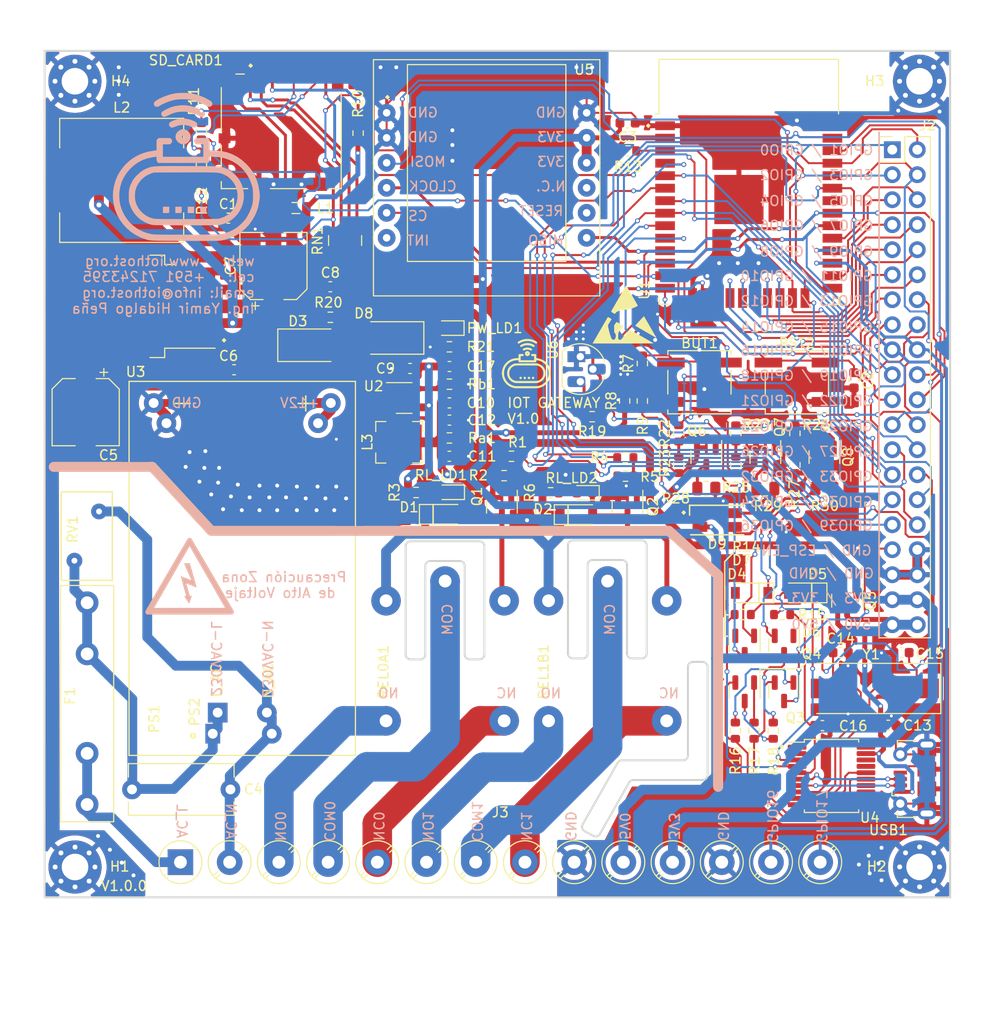
<source format=kicad_pcb>
(kicad_pcb (version 20221018) (generator pcbnew)
  (layers (0 "F.Cu" signal) (31 "B.Cu" signal) (34 "B.Paste" user) (35 "F.Paste" user) (36 "B.SilkS" user "B.Silkscreen") (37 "F.SilkS" user "F.Silkscreen") (38 "B.Mask" user) (39 "F.Mask" user) (44 "Edge.Cuts" user))
  (net 0 "")
  (net 1 "+5V")
  (net 2 "Net-(D1-Pad2)")
  (net 3 "Net-(D2-Pad2)")
  (net 4 "GND")
  (net 5 "/COM0")
  (net 6 "/NC0")
  (net 7 "/NO0")
  (net 8 "/COM1")
  (net 9 "/NC1")
  (net 10 "/NO1")
  (net 11 "+3.3V")
  (net 12 "/ESP_EN")
  (net 13 "/GPIO32{slash}REL1")
  (net 14 "/GPIO33{slash}REL2")
  (net 15 "Net-(BUT1-Pad1)")
  (net 16 "/GPIO14{slash}HS2_CLK")
  (net 17 "Net-(BUT1-Pad2)")
  (net 18 "Net-(C4-Pad1)")
  (net 19 "/GPIO15{slash}HS2_CMD")
  (net 20 "/GPIO2{slash}HS2_DATA0")
  (net 21 "Net-(C5-Pad1)")
  (net 22 "/PWR1")
  (net 23 "Net-(C10-Pad2)")
  (net 24 "/+5V_USB")
  (net 25 "/GPIO18{slash}VS_SCK")
  (net 26 "/GPIO19{slash}VS_MISO")
  (net 28 "/GPIO21{slash}VS_CS")
  (net 29 "Net-(C14-Pad1)")
  (net 30 "Net-(C15-Pad1)")
  (net 31 "Net-(C16-Pad1)")
  (net 32 "/GPIO23{slash}VS_MOSI")
  (net 33 "Net-(D3-Pad1)")
  (net 34 "/GPIO1{slash}U0TXD")
  (net 35 "Net-(D4-Pad2)")
  (net 36 "Net-(D5-Pad1)")
  (net 37 "/GPIO3{slash}U0RXD")
  (net 39 "/GPIO0")
  (net 40 "/D_COM")
  (net 42 "Net-(D9-Pad1)")
  (net 43 "Net-(D9-Pad2)")
  (net 44 "Net-(D9-Pad4)")
  (net 45 "/AC_L")
  (net 46 "Net-(U4-Pad6)")
  (net 47 "Net-(U4-Pad7)")
  (net 49 "/GPIO4")
  (net 50 "/GPIO5")
  (net 51 "/GPIO6")
  (net 52 "/GPIO7")
  (net 53 "/GPIO8")
  (net 54 "/GPIO9")
  (net 55 "/GPIO10")
  (net 56 "/GPIO11")
  (net 57 "/GPIO12")
  (net 58 "/GPIO13")
  (net 59 "/GPIO22")
  (net 60 "/GPIO25{slash}RGB_R")
  (net 61 "/GPIO26{slash}RGB_G")
  (net 62 "/GPIO27{slash}RGB_B")
  (net 63 "/GPI34")
  (net 64 "/GPI35")
  (net 65 "/GPI36{slash}S_VP")
  (net 66 "/GPI39{slash}S_VN")
  (net 67 "/AC_N")
  (net 68 "/GPIO16{slash}U2RXD")
  (net 69 "/GPIO17{slash}U2TXD")
  (net 70 "Net-(L3-Pad1)")
  (net 71 "Net-(Q1-Pad1)")
  (net 72 "Net-(Q2-Pad1)")
  (net 73 "Net-(Q3-Pad1)")
  (net 74 "Net-(Q3-Pad2)")
  (net 75 "Net-(Q4-Pad1)")
  (net 76 "Net-(Q4-Pad2)")
  (net 77 "Net-(Q4-Pad3)")
  (net 78 "Net-(Q6-Pad1)")
  (net 79 "Net-(Q6-Pad3)")
  (net 80 "Net-(Q7-Pad1)")
  (net 81 "Net-(Q7-Pad3)")
  (net 82 "Net-(Q8-Pad1)")
  (net 83 "Net-(Q8-Pad3)")
  (net 84 "Net-(R3-Pad1)")
  (net 85 "Net-(R6-Pad1)")
  (net 98 "Net-(PW_LD1-Pad1)")
  (net 99 "Net-(C1-Pad2)")
  (net 100 "Net-(R11-Pad2)")
  (net 101 "Net-(R12-Pad2)")
  (net 102 "Net-(RN1-Pad5)")
  (net 103 "Net-(RN1-Pad6)")
  (net 104 "Net-(RN1-Pad7)")
  (footprint "Capacitor_SMD:C_0603_1608Metric" (layer "F.Cu") (at 240.19 181.92)
    (fp_text reference "C11")
    (fp_text value "22uF/6.3V/20%/C0603")
  )
  (footprint "TerminalBlock_Phoenix:TerminalBlock_Phoenix_PT-1,5-14-5.0-H_1x14_P5.00mm_Horizontal" (layer "F.Cu") (at 212.87 223.16)
    (fp_text reference "J3")
    (fp_text value "Screw_Terminal_01x14")
  )
  (footprint "Diode_SMD:D_SMA" (layer "F.Cu") (at 226.16 170.64)
    (fp_text reference "D3")
    (fp_text value "SS54/SMA(DO-214AC)")
  )
  (footprint "Capacitor_SMD:C_0603_1608Metric" (layer "F.Cu") (at 228.1 164.7)
    (fp_text reference "C8")
    (fp_text value "100nF/50V/C0603")
  )
  (footprint "Capacitor_SMD:C_0603_1608Metric" (layer "F.Cu") (at 240.2 172.8)
    (fp_text reference "C17")
    (fp_text value "100nF/50V/C0603")
  )
  (footprint "Resistor_SMD:R_0603_1608Metric" (layer "F.Cu") (at 240.2 180.06 180)
    (fp_text reference "Ra1")
    (fp_text value "220K/R0603")
  )
  (footprint "Capacitor_SMD:C_0603_1608Metric" (layer "F.Cu") (at 279.95 201.87)
    (fp_text reference "C14")
    (fp_text value "22pF/50V/C0603")
  )
  (footprint "RF_Module:ESP32-WROOM-32" (layer "F.Cu") (at 270.61 156.59)
    (fp_text reference "U1")
    (fp_text value "ESP32-WROOM-32")
  )
  (footprint "Package_SO:SSOP-20_5.3x7.2mm_P0.65mm" (layer "F.Cu") (at 279.02 214.4)
    (fp_text reference "U4")
    (fp_text value "CH340T(SSOP20W)")
  )
  (footprint "Resistor_SMD:R_0603_1608Metric" (layer "F.Cu") (at 236.81 185.6 180)
    (fp_text reference "R3")
    (fp_text value "2K2/R0603")
  )
  (footprint "Package_TO_SOT_SMD:SOT-23" (layer "F.Cu") (at 274.2 201.1 -90)
    (fp_text reference "D6")
    (fp_text value "BAT54C(SOT23-3)")
  )
  (footprint "Resistor_SMD:R_0805_2012Metric" (layer "F.Cu") (at 266.3 185.2)
    (fp_text reference "R28")
    (fp_text value "470R/R0805")
  )
  (footprint "Capacitor_SMD:C_0603_1608Metric" (layer "F.Cu") (at 218.32 173.13 180)
    (fp_text reference "C6")
    (fp_text value "100nF/50V/C0603")
  )
  (footprint "Audio_Module:Corte_L_Relay" (layer "F.Cu") (at 261.05 214.68)
    (fp_text reference "REF**" hide)
    (fp_text value "Corte_L_Relay")
    (fp_line (start -6.233846 5.808632) (end -7.114264 5.33493) (stroke (width 0.2)) (layer "Edge.Cuts"))
    (fp_line (start -3.765516 -1.614744) (end -7.31243 4.648221) (stroke (width 0.2)) (layer "Edge.Cuts"))
    (fp_line (start -2.600258 0.385256) (end -5.561865 5.614716) (stroke (width 0.2)) (layer "Edge.Cuts"))
    (fp_line (start 2.878108 -1.868348) (end -3.330443 -1.868348) (stroke (width 0.2)) (layer "Edge.Cuts"))
    (fp_line (start 3.378108 -11.368348) (end 3.378108 -2.368348) (stroke (width 0.2)) (layer "Edge.Cuts"))
    (fp_line (start 3.878108 -11.868348) (end 4.877396 -11.868348) (stroke (width 0.2)) (layer "Edge.Cuts"))
    (fp_line (start 4.877396 0.131652) (end -2.165184 0.131652) (stroke (width 0.2)) (layer "Edge.Cuts"))
    (fp_line (start 5.377396 -11.368348) (end 5.377396 -0.368348) (stroke (width 0.2)) (layer "Edge.Cuts"))
    (fp_arc (start -7.114264 5.33493) (mid -7.357784 5.033256) (end -7.31243 4.648221) (stroke (width 0.2)) (layer "Edge.Cuts"))
    (fp_arc (start -5.561865 5.614716) (mid -5.858304 5.848733) (end -6.233846 5.808632) (stroke (width 0.2)) (layer "Edge.Cuts"))
    (fp_arc (start -3.765516 -1.614744) (mid -3.582222 -1.800292) (end -3.330443 -1.868348) (stroke (width 0.2)) (layer "Edge.Cuts"))
    (fp_arc (start -2.600258 0.385256) (mid -2.416972 0.199695) (end -2.165184 0.131652) (stroke (width 0.2)) (layer "Edge.Cuts"))
    (fp_arc (start 3.378108 -11.368348) (mid 3.524581 -11.721874) (end 3.878108 -11.868348) (stroke (width 0.2)) (layer "Edge.Cuts"))
    (fp_arc (start 3.378108 -2.368348) (mid 3.231682 -2.014773) (end 2.878108 -1.868348) (stroke (width 0.2)) (layer "Edge.Cuts"))
    (fp_arc (start 4.877396 -11.868348) (mid 5.230966 -11.721917) (end 5.377396 -11.368348) (stroke (width 0.2)) (layer "Edge.Cuts"))
    (fp_arc (start 5.377396 -0.368348) (mid 5.230967 -0.014776) (end 4.877396 0.131652) (stroke (width 0.2)) (layer "Edge.Cuts"))
  )
  (footprint "MountingHole:MountingHole_2.7mm_Pad_Via" (layer "F.Cu") (at 287.96 143.82)
    (fp_text reference "H3")
    (fp_text value "3.2mm_M3_Pad_Via")
  )
  (footprint "Symbol:cut_relay" (layer "F.Cu") (at 256.24 196.46)
    (fp_text reference "REF**" hide)
    (fp_text value "cut_relay" hide)
    (fp_line (start -4 -5.5) (end -4 5.5) (stroke (width 0.2)) (layer "Edge.Cuts"))
    (fp_line (start -3.5 -6) (end 3.5 -6) (stroke (width 0.2)) (layer "Edge.Cuts"))
    (fp_line (start -3.5 6) (end -2.5 6) (stroke (width 0.2)) (layer "Edge.Cuts"))
    (fp_line (start -2 5.5) (end -2 -3.5) (stroke (width 0.2)) (layer "Edge.Cuts"))
    (fp_line (start -1.5 -4) (end 1.5 -4) (stroke (width 0.2)) (layer "Edge.Cuts"))
    (fp_line (start 2 -3.5) (end 2 5.5) (stroke (width 0.2)) (layer "Edge.Cuts"))
    (fp_line (start 2.5 6) (end 3.5 6) (stroke (width 0.2)) (layer "Edge.Cuts"))
    (fp_line (start 4 5.5) (end 4 -5.5) (stroke (width 0.2)) (layer "Edge.Cuts"))
    (fp_arc (start -4 -5.5) (mid -3.853553 -5.853553) (end -3.5 -6) (stroke (width 0.2)) (layer "Edge.Cuts"))
    (fp_arc (start -3.5 6) (mid -3.853553 5.853553) (end -4 5.5) (stroke (width 0.2)) (layer "Edge.Cuts"))
    (fp_arc (start -2 -3.5) (mid -1.853553 -3.853553) (end -1.5 -4) (stroke (width 0.2)) (layer "Edge.Cuts"))
    (fp_arc (start -2 5.5) (mid -2.146447 5.853553) (end -2.5 6) (stroke (width 0.2)) (layer "Edge.Cuts"))
    (fp_arc (start 1.5 -4) (mid 1.853553 -3.853553) (end 2 -3.5) (stroke (width 0.2)) (layer "Edge.Cuts"))
    (fp_arc (start 2.5 6) (mid 2.146447 5.853553) (end 2 5.5) (stroke (width 0.2)) (layer "Edge.Cuts"))
    (fp_arc (start 3.5 -6) (mid 3.853553 -5.853553) (end 4 -5.5) (stroke (width 0.2)) (layer "Edge.Cuts"))
    (fp_arc (start 4 5.5) (mid 3.853553 5.853553) (end 3.5 6) (stroke (width 0.2)) (layer "Edge.Cuts"))
  )
  (footprint "Capacitor_SMD:C_0603_1608Metric" (layer "F.Cu") (at 236.2 173 180)
    (fp_text reference "C9")
    (fp_text value "47uF/6.3V/20%/C0603")
  )
  (footprint "Resistor_SMD:R_0603_1608Metric" (layer "F.Cu") (at 269.3 179.6 90)
    (fp_text reference "R24")
    (fp_text value "1K0/R0603")
  )
  (footprint "Diode_SMD:D_SMA" (layer "F.Cu") (at 234.2 169.9 180)
    (fp_text reference "D8")
    (fp_text value "SS34/40V/3A (SMA)")
  )
  (footprint "Resistor_SMD:R_0603_1608Metric" (layer "F.Cu") (at 228.1 167.8 180)
    (fp_text reference "R20")
    (fp_text value "10K/R0603")
  )
  (footprint "Resistor_SMD:R_0603_1608Metric" (layer "F.Cu") (at 259.8 176.3 -90)
    (fp_text reference "R9")
    (fp_text value "0/R0603")
  )
  (footprint "Capacitor_SMD:C_0603_1608Metric" (layer "F.Cu") (at 217.74 157.73)
    (fp_text reference "C1")
    (fp_text value "47uF/6.3V/20%/C0603")
  )
  (footprint "Converter_ACDC:Converter_ACDC_HiLink_HLK-PMxx" (layer "F.Cu") (at 216.65 207.9625 90)
    (fp_text reference "PS2")
    (fp_text value "HLK-PM12")
  )
  (footprint "Diode_SMD:D_SOD-123" (layer "F.Cu") (at 253.1 187.85)
    (fp_text reference "D2")
    (fp_text value "1N5819S4(SOD-123)")
  )
  (footprint "Resistor_SMD:R_0603_1608Metric" (layer "F.Cu") (at 269.3 182.8 90)
    (fp_text reference "R25")
    (fp_text value "10K/R0603")
  )
  (footprint "Resistor_SMD:R_0603_1608Metric" (layer "F.Cu") (at 274 198 180)
    (fp_text reference "R15")
    (fp_text value "10K/R0603")
  )
  (footprint "Resistor_SMD:R_Array_Convex_4x0603" (layer "F.Cu") (at 229.6 160 90)
    (fp_text reference "RN1")
    (fp_text value "RA1206_(4X0603)_4B8_2.2K")
  )
  (footprint "Resistor_SMD:R_0603_1608Metric" (layer "F.Cu") (at 215 152.4 90)
    (fp_text reference "R12")
    (fp_text value "220R/R0603")
  )
  (footprint "Symbol:cut_92x86_new" (layer "F.Cu") (at 198.07 227.73)
    (fp_text reference "V1.0.0")
    (fp_text value "cut_92x86_new")
    (fp_line (start 1 -87) (end 93 -87) (stroke (width 0.2)) (layer "Edge.Cuts"))
    (fp_line (start 1 -1) (end 1 -87) (stroke (width 0.2)) (layer "Edge.Cuts"))
    (fp_line (start 93 -87) (end 93 -1) (stroke (width 0.2)) (layer "Edge.Cuts"))
    (fp_line (start 93 -1) (end 1 -1) (stroke (width 0.2)) (layer "Edge.Cuts"))
  )
  (footprint "Package_TO_SOT_SMD:SOT-23" (layer "F.Cu") (at 274.2 205.85 -90)
    (fp_text reference "Q3")
    (fp_text value "BC817-40/(SOT23)")
  )
  (footprint "Symbol:iot_gateway_5x5mm" (layer "F.Cu") (at 248 172.5)
    (fp_text reference "G***" hide)
    (fp_text value "LOGO" hide)
  )
  (footprint "Resistor_SMD:R_0603_1608Metric" (layer "F.Cu") (at 215 148.9 90)
    (fp_text reference "R11")
    (fp_text value "10R/R0603")
  )
  (footprint "Capacitor_SMD:C_0603_1608Metric" (layer "F.Cu") (at 258.3 148.05 180)
    (fp_text reference "C3")
    (fp_text value "100nF/C0603")
  )
  (footprint "Resistor_SMD:R_0603_1608Metric" (layer "F.Cu") (at 246.5 181.92 180)
    (fp_text reference "R1")
    (fp_text value "1K0/R0603")
  )
  (footprint "Capacitor_SMD:C_0603_1608Metric" (layer "F.Cu") (at 240.2 178.25)
    (fp_text reference "C12")
    (fp_text value "22uF/6.3V/20%/C0603")
  )
  (footprint "MountingHole:MountingHole_2.7mm_Pad_Via" (layer "F.Cu") (at 287.97 223.64)
    (fp_text reference "H2")
    (fp_text value "3.2mm_M3_Pad_Via")
  )
  (footprint "Resistor_SMD:R_0603_1608Metric" (layer "F.Cu") (at 269.25 209.8 90)
    (fp_text reference "R16")
    (fp_text value "1K0/R0603")
  )
  (footprint "Package_TO_SOT_SMD:SOT-23" (layer "F.Cu") (at 272.3 182 -90)
    (fp_text reference "Q7")
    (fp_text value "BC817-40/(SOT23)")
  )
  (footprint "Inductor_SMD:L_12x12mm_H8mm" (layer "F.Cu") (at 206.9 153.89)
    (fp_text reference "L2")
    (fp_text value "470uH/3A(SMD,12.3x12.3x8mm)")
  )
  (footprint "Capacitor_THT:C_Disc_D10.5mm_W5.0mm_P10.00mm" (layer "F.Cu") (at 207.95 215.77)
    (fp_text reference "C4")
    (fp_text value "0,1uF/275V")
  )
  (footprint "Symbol:cut_relay" (layer "F.Cu") (at 239.75 196.56)
    (fp_text reference "REF**" hide)
    (fp_text value "cut_relay" hide)
    (fp_line (start -4 -5.5) (end -4 5.5) (stroke (width 0.2)) (layer "Edge.Cuts"))
    (fp_line (start -3.5 -6) (end 3.5 -6) (stroke (width 0.2)) (layer "Edge.Cuts"))
    (fp_line (start -3.5 6) (end -2.5 6) (stroke (width 0.2)) (layer "Edge.Cuts"))
    (fp_line (start -2 5.5) (end -2 -3.5) (stroke (width 0.2)) (layer "Edge.Cuts"))
    (fp_line (start -1.5 -4) (end 1.5 -4) (stroke (width 0.2)) (layer "Edge.Cuts"))
    (fp_line (start 2 -3.5) (end 2 5.5) (stroke (width 0.2)) (layer "Edge.Cuts"))
    (fp_line (start 2.5 6) (end 3.5 6) (stroke (width 0.2)) (layer "Edge.Cuts"))
    (fp_line (start 4 5.5) (end 4 -5.5) (stroke (width 0.2)) (layer "Edge.Cuts"))
    (fp_arc (start -4 -5.5) (mid -3.853553 -5.853553) (end -3.5 -6) (stroke (width 0.2)) (layer "Edge.Cuts"))
    (fp_arc (start -3.5 6) (mid -3.853553 5.853553) (end -4 5.5) (stroke (width 0.2)) (layer "Edge.Cuts"))
    (fp_arc (start -2 -3.5) (mid -1.853553 -3.853553) (end -1.5 -4) (stroke (width 0.2)) (layer "Edge.Cuts"))
    (fp_arc (start -2 5.5) (mid -2.146447 5.853553) (end -2.5 6) (stroke (width 0.2)) (layer "Edge.Cuts"))
    (fp_arc (start 1.5 -4) (mid 1.853553 -3.853553) (end 2 -3.5) (stroke (width 0.2)) (layer "Edge.Cuts"))
    (fp_arc (start 2.5 6) (mid 2.146447 5.853553) (end 2 5.5) (stroke (width 0.2)) (layer "Edge.Cuts"))
    (fp_arc (start 3.5 -6) (mid 3.853553 -5.853553) (end 4 -5.5) (stroke (width 0.2)) (layer "Edge.Cuts"))
    (fp_arc (start 4 5.5) (mid 3.853553 5.853553) (end 3.5 6) (stroke (width 0.2)) (layer "Edge.Cuts"))
  )
  (footprint "Package_TO_SOT_SMD:SOT-23" (layer "F.Cu") (at 280.6 196.6 -90)
    (fp_text reference "Q5")
    (fp_text value "WPM2015(SOT23-3L)")
  )
  (footprint "Resistor_SMD:R_0805_2012Metric" (layer "F.Cu") (at 278.3 185.2 180)
    (fp_text reference "R30")
    (fp_text value "470R/R0805")
  )
  (footprint "Resistor_SMD:R_0603_1608Metric" (layer "F.Cu") (at 258.07 182.07)
    (fp_text reference "R4")
    (fp_text value "1K0/R0603")
  )
  (footprint "LED_SMD:LED_0603_1608Metric" (layer "F.Cu") (at 253.93 185.63 180)
    (fp_text reference "RL_LD2")
    (fp_text value "LED/ORANGE/0603")
  )
  (footprint "Resistor_SMD:R_0805_2012Metric" (layer "F.Cu") (at 272.3 185.2)
    (fp_text reference "R29")
    (fp_text value "470R/R0805")
  )
  (footprint "Resistor_SMD:R_0603_1608Metric" (layer "F.Cu") (at 258.35 150.9)
    (fp_text reference "R13")
    (fp_text value "10K/R0603")
  )
  (footprint "LED_SMD:LED_0603_1608Metric" (layer "F.Cu") (at 240.24 185.58 180)
    (fp_text reference "RL_LD1")
    (fp_text value "LED/ORANGE/0603")
  )
  (footprint "Resistor_SMD:R_0603_1608Metric" (layer "F.Cu") (at 240.2 170.8)
    (fp_text reference "R21")
    (fp_text value "2K2/R0603")
  )
  (footprint "Package_TO_SOT_SMD:SOT-23" (layer "F.Cu") (at 266.3 182 -90)
    (fp_text reference "Q6")
    (fp_text value "BC817-40/(SOT23)")
  )
  (footprint "Capacitor_SMD:C_0603_1608Metric" (layer "F.Cu") (at 281.3 174.2 -90)
    (fp_text reference "C2")
    (fp_text value "100nF/C0603")
  )
  (footprint "Resistor_SMD:R_0603_1608Metric" (layer "F.Cu") (at 254.7 177.9)
    (fp_text reference "R19")
    (fp_text value "4K7/R0603")
  )
  (footprint "Resistor_SMD:R_0603_1608Metric" (layer "F.Cu") (at 263.5 182.8 90)
    (fp_text reference "R23")
    (fp_text value "10K/R0603")
  )
  (footprint "Capacitor_SMD:C_0603_1608Metric" (layer "F.Cu") (at 286.13 201.87 180)
    (fp_text reference "C15")
    (fp_text value "22pF/50V/C0603")
  )
  (footprint "Diode_SMD:D_SOD-123" (layer "F.Cu") (at 239.4 187.82)
    (fp_text reference "D1")
    (fp_text value "1N5819S4(SOD-123)")
  )
  (footprint "Resistor_SMD:R_0603_1608Metric" (layer "F.Cu") (at 271.15 209.8 90)
    (fp_text reference "R17")
    (fp_text value "1K0/R0603")
  )
  (footprint "Connector_USB:USB_Micro-B_Molex-105017-0001" (layer "F.Cu") (at 287.47 214.71 90)
    (fp_text reference "USB1")
    (fp_text value "USB_B_MicroQTJ")
  )
  (footprint "MountingHole:MountingHole_2.7mm_Pad_Via" (layer "F.Cu") (at 202.15 143.82)
    (fp_text reference "H4")
    (fp_text value "3.2mm_M3_Pad_Via")
  )
  (footprint "Package_TO_SOT_SMD:SOT-23" (layer "F.Cu") (at 245.53 187.0425 -90)
    (fp_text reference "Q1")
    (fp_text value "BC817-40/(SOT23)")
  )
  (footprint "Diode_SMD:D_SOD-123" (layer "F.Cu") (at 276.3 195.8 180)
    (fp_text reference "D5")
    (fp_text value "1N5819S4(SOD-123)")
  )
  (footprint "Connector_PinHeader_2.54mm:PinHeader_2x20_P2.54mm_Vertical" (layer "F.Cu") (at 285.195 150.775)
    (fp_text reference "J2")
    (fp_text value "Conn_02x20")
  )
  (footprint "Resistor_SMD:R_0603_1608Metric" (layer "F.Cu") (at 258 176.3 -90)
    (fp_text reference "R8")
    (fp_text value "10K/R0603")
  )
  (footprint "Resistor_SMD:R_0603_1608Metric" (layer "F.Cu") (at 230.92 149.09 90)
    (fp_text reference "R10")
    (fp_text value "10K/R0603")
  )
  (footprint "Package_TO_SOT_SMD:SOT-23" (layer "F.Cu") (at 278.3 182 -90)
    (fp_text reference "Q8")
    (fp_text value "BC817-40/(SOT23)")
  )
  (footprint "Capacitor_SMD:C_0603_1608Metric" (layer "F.Cu") (at 240.2 176.5)
    (fp_text reference "C10")
    (fp_text value "22pF/50V/C0603")
  )
  (footprint "Diode_SMD:D_SOD-123" (layer "F.Cu") (at 270.9 195.8 180)
    (fp_text reference "D4")
    (fp_text value "1N5819S4(SOD-123)")
  )
  (footprint "Resistor_SMD:R_0603_1608Metric" (layer "F.Cu") (at 275.3 179.6 90)
    (fp_text reference "R26")
    (fp_text value "1K0/R0603")
  )
  (footprint "Resistor_SMD:R_0603_1608Metric" (layer "F.Cu") (at 245.75 183.89)
    (fp_text reference "R2")
    (fp_text value "10K/R0603")
  )
  (footprint "Varistor:RV_Disc_D9mm_W5.2mm_P5mm" (layer "F.Cu") (at 202.1 192.53 90)
    (fp_text reference "RV1")
    (fp_text value "10D561")
  )
  (footprint "Fuse:Fuseholder_Littelfuse_445_030_series_5x20mm" (layer "F.Cu") (at 203.39 217.3 90)
    (fp_text reference "F1")
    (fp_text value "0.5-1A")
  )
  (footprint "Package_TO_SOT_SMD:SOT-23" (layer "F.Cu") (at 270.2 205.85 -90)
    (fp_text reference "Q4")
    (fp_text value "BC817-40/(SOT23)")
  )
  (footprint "Capacitor_SMD:C_0603_1608Metric" (layer "F.Cu") (at 284.785 209.25)
    (fp_text reference "C13")
    (fp_text value "22uF/6.3V/20%/C0603")
  )
  (footprint "Connector_Card:microSD_HC_Molex_104031-0811" (layer "F.Cu") (at 223.09 148.91)
    (fp_text reference "SD_CARD1")
    (fp_text value "MicroSD card (TF card)")
  )
  (footprint "Package_TO_SOT_SMD:SOT-23" (layer "F.Cu") (at 258.29 187.05 -90)
    (fp_text reference "Q2")
    (fp_text value "BC817-40/(SOT23)")
  )
  (footprint "Resistor_SMD:R_0603_1608Metric" (layer "F.Cu") (at 273.1 209.8 -90)
    (fp_text reference "R18")
    (fp_text value "220R/R0603")
  )
  (footprint "Inductor_SMD:L_0805_2012Metric" (layer "F.Cu") (at 224.6 156.7 180)
    (fp_text reference "L1")
    (fp_text value "FB0805/1.5A")
  )
  (footprint "Capacitor_SMD:CP_Elec_6.3x7.7" (layer "F.Cu") (at 222.32 162.59 90)
    (fp_text reference "C7")
    (fp_text value "220uF/25V(SMD,6.3x7.7mm)")
  )
  (footprint "MountingHole:MountingHole_2.7mm_Pad_Via" (layer "F.Cu") (at 202.16 223.65)
    (fp_text reference "H1")
    (fp_text value "3.2mm_M3_Pad_Via")
  )
  (footprint "Connector_RJ:W5500_mini" (layer "F.Cu") (at 243.98 153.1275)
    (fp_text reference "U5")
    (fp_text value "W5500_MINI_E")
  )
  (footprint "Resistor_SMD:R_0603_1608Metric" (layer "F.Cu") (at 275.3 182.8 90)
    (fp_text reference "R27")
    (fp_text value "10K/R0603")
  )
  (footprint "LED_SMD:LED_0603_1608Metric" (layer "F.Cu") (at 240.2 168.9 180)
    (fp_text reference "PW_LD1")
    (fp_text value "LED/RED/0603")
  )
  (footprint "Button_Switch_SMD:SW_Push_1P1T_NO_CK_KSC6xxJ" (layer "F.Cu") (at 275.5 174.4 180)
    (fp_text reference "RST2")
    (fp_text value "DTSL(6,2X6,4x2,5mm)")
  )
  (footprint "Resistor_SMD:R_0603_1608Metric" (layer "F.Cu") (at 263.5 179.6 90)
    (fp_text reference "R22")
    (fp_text value "1K0/R0603")
  )
  (footprint "Crystal:Crystal_SMD_HC49-SD" (layer "F.Cu") (at 283.42 205.51 180)
    (fp_text reference "Y1")
    (fp_text value "12MHz/HC-49SM(SMD)")
  )
  (footprint "Resistor_SMD:R_0603_1608Metric" (layer "F.Cu") (at 240.2 174.6)
    (fp_text reference "Rb1")
    (fp_text value "49.9K/1%/R0603")
  )
  (footprint "Package_TO_SOT_THT:TO-92_HandSolder" (layer "F.Cu") (at 253.5 171.8 -90)
    (fp_text reference "U6")
    (fp_text value "DS18S20")
  )
  (footprint "Package_TO_SOT_SMD:SOT-23" (layer "F.Cu") (at 270.2 201.1 -90)
    (fp_text reference "D7")
    (fp_text value "BAT54C(SOT23-3)")
  )
  (footprint "Package_TO_SOT_SMD:SOT-23-5" (layer "F.Cu") (at 235.6 176)
    (fp_text reference "U2")
    (fp_text value "SY8089AAAC(SOT23-5)")
  )
  (footprint "Relay_THT:Relay_SPDT_Finder_36.11" (layer "F.Cu") (at 256.27 194.6 -90)
    (fp_text reference "REL1B1")
    (fp_text value "FINDER-36.11" hide)
  )
  (footprint "Symbol:HV" (layer "F.Cu") (at 213.8 194.1)
    (fp_text reference "G***" hide)
    (fp_text value "LOGO" hide)
  )
  (footprint "Resistor_SMD:R_0603_1608Metric" (layer "F.Cu") (at 259.8 172.5 90)
    (fp_text reference "R7")
    (fp_text value "220R/R0603")
  )
  (footprint "Relay_THT:Relay_SPDT_Finder_36.11" (layer "F.Cu") (at 239.76 194.6 -90)
    (fp_text reference "REL0A1")
    (fp_text value "FINDER-36.11" hide)
  )
  (footprint "Package_TO_SOT_SMD:TO-263-5_TabPin3" (layer "F.Cu") (at 208.32 166.69 180)
    (fp_text reference "U3")
    (fp_text value "LM2596S-5/TO263-5")
  )
  (footprint "Resistor_SMD:R_0603_1608Metric" (layer "F.Cu") (at 258.09 183.94)
    (fp_text reference "R5")
    (fp_text value "10K/R0603")
  )
  (footprint "Converter_ACDC:CONV_HLK-5M05" (layer "F.Cu") (at 219.15 193.31 90)
    (fp_text reference "PS1")
    (fp_text value "HLK-PM12")
  )
  (footprint "Resistor_SMD:R_0603_1608Metric" (layer "F.Cu") (at 270 198 180)
    (fp_text reference "R14")
    (fp_text value "10K/R0603")
  )
  (footprint "Resistor_SMD:R_0603_1608Metric" (layer "F.Cu") (at 250.48 185.63 180)
    (fp_text reference "R6")
    (fp_text value "2K2/R0603")
  )
  (footprint "LED_SMD:LED_RGB_1210" (layer "F.Cu") (at 267.4 188.4)
    (fp_text reference "D9")
    (fp_text value "RGB/120°/L1210")
  )
  (footprint "Button_Switch_SMD:SW_Push_1P1T_NO_CK_KSC6xxJ" (layer "F.Cu") (at 265.6 174.4)
    (fp_text reference "BUT1")
    (fp_text value "DTSL(6,2X6,4x2,5mm)")
  )
  (footprint "Capacitor_SMD:C_0603_1608Metric" (layer "F.Cu") (at 278.09 209.28)
    (fp_text reference "C16")
    (fp_text value "100nF/50V/C0603")
  )
  (footprint "Inductor_SMD:L_Bourns-SRN4018" (layer "F.Cu") (at 235.1 180.5)
    (fp_text reference "L3")
    (fp_text value "2.2uH/2.3A(SMD,4.5x4x3.2mm)")
  )
  (footprint "Symbol:ESD-Logo_6.6x6mm_SilkScreen" (layer "F.Cu") (at 258 167.5)
    (fp_text reference "REF**" hide)
    (fp_text value "ESD-Logo_6.6x6mm_SilkScreen" hide)
  )
  (footprint "Capacitor_SMD:CP_Elec_6.3x7.7" (layer "F.Cu") (at 203.24 177.44 -90)
    (fp_text reference "C5")
    (fp_text value "220uF/25V(SMD,6.3x7.7mm)")
  )
  (footprint "Symbol:IOT_Gateway" (layer "B.Cu") (at 213.5 152.5 180)
    (fp_text reference "G***" hide)
    (fp_text value "LOGO" hide)
  )
  (gr_line (start 216 189.5) (end 262.5 189.5) (stroke (width 1)) (layer "B.SilkS"))
  (gr_line (start 262.5 189.5) (end 267.5 194) (stroke (width 1)) (layer "B.SilkS"))
  (gr_line (start 200 183) (end 210 183) (stroke (width 1)) (layer "B.SilkS"))
  (gr_line (start 267.5 194) (end 267.5 215.5) (stroke (width 1)) (layer "B.SilkS"))
  (gr_line (start 210 183) (end 216 189.5) (stroke (width 1)) (layer "B.SilkS"))
  (gr_line (start 283.85 149) (end 283.84 200.4) (stroke (width 0.15)) (layer "B.SilkS"))
  (gr_line (start 210 183) (end 216 189.5) (stroke (width 1)) (layer "F.SilkS"))
  (gr_line (start 268.17 192.62) (end 268.17 200.2) (stroke (width 0.15)) (layer "F.SilkS"))
  (gr_line (start 268.97 191.79) (end 268.17 192.62) (stroke (width 0.15)) (layer "F.SilkS"))
  (gr_line (start 268.17 200.2) (end 268.45 200.2) (stroke (width 0.15)) (layer "F.SilkS"))
  (gr_line (start 268.18 198.03) (end 268.48 198.03) (stroke (width 0.15)) (layer "F.SilkS"))
  (gr_line (start 216 189.5) (end 228.6 189.5) (stroke (width 1)) (layer "F.SilkS"))
  (gr_line (start 267.5 194) (end 267.5 215.5) (stroke (width 1)) (layer "F.SilkS"))
  (gr_line (start 231.5 189.5) (end 262.5 189.5) (stroke (width 1)) (layer "F.SilkS"))
  (gr_line (start 271.75 203.5) (end 275.85 203.5) (stroke (width 0.15)) (layer "F.SilkS"))
  (gr_line (start 252.25 186.88) (end 252.25 188.8) (stroke (width 0.15)) (layer "F.SilkS"))
  (gr_line (start 209.7 183) (end 210 183) (stroke (width 1)) (layer "F.SilkS"))
  (gr_line (start 275.85 203.5) (end 276.4 202.9) (stroke (width 0.15)) (layer "F.SilkS"))
  (gr_line (start 271.75 203.9) (end 271.75 203.5) (stroke (width 0.15)) (layer "F.SilkS"))
  (gr_line (start 262.5 189.5) (end 267.5 194) (stroke (width 1)) (layer "F.SilkS"))
  (gr_line (start 271.65 194.84) (end 271.65 196.76) (stroke (width 0.15)) (layer "F.SilkS"))
  (gr_line (start 276.4 202.9) (end 276.4 202.7) (stroke (width 0.15)) (layer "F.SilkS"))
  (gr_line (start 200 183) (end 206.8 183) (stroke (width 1)) (layer "F.SilkS"))
  (gr_line (start 238.54 186.84) (end 238.54 188.76) (stroke (width 0.15)) (layer "F.SilkS"))
  (gr_line (start 277.01 194.84) (end 277.01 196.76) (stroke (width 0.15)) (layer "F.SilkS"))
  (gr_text "MOSI" (at 238 152) (layer "B.SilkS") (effects (font (size 1 1)) (justify mirror)))
  (gr_text "3V3" (at 250.5 152) (layer "B.SilkS") (effects (font (size 1 1)) (justify mirror)))
  (gr_text "INT" (at 237 160) (layer "B.SilkS") (effects (font (size 1 1)) (justify mirror)))
  (gr_text "N.C." (at 250.5 154.5) (layer "B.SilkS") (effects (font (size 1 1)) (justify mirror)))
  (gr_text "GPIO39 / GPIO36" (at 276.5 188.98) (layer "B.SilkS") (effects (font (size 1 1)) (justify mirror)))
  (gr_text "GPIO9 / GPIO8" (at 277.5 161.13) (layer "B.SilkS") (effects (font (size 1 1)) (justify mirror)))
  (gr_text "GPIO22 / GPIO21" (at 276.5 176.29) (layer "B.SilkS") (effects (font (size 1 1)) (justify mirror)))
  (gr_text "NO1" (at 238 219.5 270) (layer "B.SilkS") (effects (font (size 1 1)) (justify mirror)))
  (gr_text "COM" (at 240 198.5 90) (layer "B.SilkS") (effects (font (size 1 1)) (justify mirror)))
  (gr_text "GND / GND" (at 279 193.82) (layer "B.SilkS") (effects (font (size 1 1)) (justify mirror)))
  (gr_text "COM1" (at 243 219 270) (layer "B.SilkS") (effects (font (size 1 1)) (justify mirror)))
  (gr_text "GND" (at 250.5 147) (layer "B.SilkS") (effects (font (size 1 1)) (justify mirror)))
  (gr_text "GPIO33 / GPIO32" (at 276.5 183.99) (layer "B.SilkS") (effects (font (size 1 1)) (justify mirror)))
  (gr_text "GPIO3 / GPIO2" (at 277.5 153.35) (layer "B.SilkS") (effects (font (size 1 1)) (justify mirror)))
  (gr_text "GPIO1 / GPIO0" (at 277.5 150.83) (layer "B.SilkS") (effects (font (size 1 1)) (justify mirror)))
  (gr_text "GPIO17 / GPIO16" (at 276.5 171.2) (layer "B.SilkS") (effects (font (size 1 1)) (justify mirror)))
  (gr_text "CS" (at 237 157.5) (layer "B.SilkS") (effects (font (size 1 1)) (justify mirror)))
  (gr_text "+12V" (at 225 176.5) (layer "B.SilkS") (effects (font (size 1 1)) (justify mirror)))
  (gr_text "COM" (at 256.5 198.5 90) (layer "B.SilkS") (effects (font (size 1 1)) (justify mirror)))
  (gr_text "CLOCK" (at 238.5 154.5) (layer "B.SilkS") (effects (font (size 1 1)) (justify mirror)))
  (gr_text "GPIO15 / GPIO14" (at 276.5 168.8) (layer "B.SilkS") (effects (font (size 1 1)) (justify mirror)))
  (gr_text "NC1" (at 248 219.5 270) (layer "B.SilkS") (effects (font (size 1 1)) (justify mirror)))
  (gr_text "GND" (at 237.5 149.5) (layer "B.SilkS") (effects (font (size 1 1)) (justify mirror)))
  (gr_text "GPIO17" (at 278 218.5 270) (layer "B.SilkS") (effects (font (size 1 1)) (justify mirror)))
  (gr_text "NC" (at 246 206) (layer "B.SilkS") (effects (font (size 1 1)) (justify mirror)))
  (gr_text "GPIO27 / GPIO26" (at 276.5 181.45) (layer "B.SilkS") (effects (font (size 1 1)) (justify mirror)))
  (gr_text "NO" (at 234 206) (layer "B.SilkS") (effects (font (size 1 1)) (justify mirror)))
  (gr_text "GPIO7 / GPIO6" (at 277.5 158.5) (layer "B.SilkS") (effects (font (size 1 1)) (justify mirror)))
  (gr_text "GND" (at 237.5 147) (layer "B.SilkS") (effects (font (size 1 1)) (justify mirror)))
  (gr_text "NC" (at 262.5 206) (layer "B.SilkS") (effects (font (size 1 1)) (justify mirror)))
  (gr_text "GND" (at 213.5 176.5) (layer "B.SilkS") (effects (font (size 1 1)) (justify mirror)))
  (gr_text "GPIO13 / GPIO12" (at 276.5 166.15) (layer "B.SilkS") (effects (font (size 1 1)) (justify mirror)))
  (gr_text "GPIO19 / GPIO18" (at 276.5 173.72) (layer "B.SilkS") (effects (font (size 1 1)) (justify mirror)))
  (gr_text "230VAC-L" (at 216.5 202.5 270) (layer "B.SilkS") (effects (font (size 1 1)) (justify mirror)))
  (gr_text "3V3" (at 250.5 149.5) (layer "B.SilkS") (effects (font (size 1 1)) (justify mirror)))
  (gr_text "NO" (at 250.5 206) (layer "B.SilkS") (effects (font (size 1 1)) (justify mirror)))
  (gr_text "230VAC-N" (at 221.7 202.5 270) (layer "B.SilkS") (effects (font (size 1 1)) (justify mirror)))
  (gr_text "GND" (at 268 219.5 270) (layer "B.SilkS") (effects (font (size 1 1)) (justify mirror)))
  (gr_text "MISO" (at 250 160) (layer "B.SilkS") (effects (font (size 1 1)) (justify mirror)))
  (gr_text "Precaución Zona \nde Alto Voltaje" (at 223 195) (layer "B.SilkS") (effects (font (size 1 1)) (justify mirror)))
  (gr_text "NC0" (at 233 219.5 270) (layer "B.SilkS") (effects (font (size 1 1)) (justify mirror)))
  (gr_text "GND / ESP_EN" (at 277.5 191.5) (layer "B.SilkS") (effects (font (size 1 1)) (justify mirror)))
  (gr_text "5V0 / 5V0" (at 279 199) (layer "B.SilkS") (effects (font (size 1 1)) (justify mirror)))
  (gr_text "3V3" (at 263 219.5 270) (layer "B.SilkS") (effects (font (size 1 1)) (justify mirror)))
  (gr_text "web:   www.iothost.org\ncel:   +591 71243395\nemail: info@iothost.org\nIng. Yamir Hidalgo Peña\n" (at 220.5 164.5) (layer "B.SilkS") (effects (font (size 1 1)) (justify left mirror)))
  (gr_text "RESET" (at 249.5 157) (layer "B.SilkS") (effects (font (size 1 1)) (justify mirror)))
  (gr_text "AC_L" (at 213 219 270) (layer "B.SilkS") (effects (font (size 1 1)) (justify mirror)))
  (gr_text "GPIO35 / GPIO34" (at 276.5 186.56) (layer "B.SilkS") (effects (font (size 1 1)) (justify mirror)))
  (gr_text "COM0" (at 228 219 270) (layer "B.SilkS") (effects (font (size 1 1)) (justify mirror)))
  (gr_text "GPIO5 / GPIO4" (at 277.5 155.98) (layer "B.SilkS") (effects (font (size 1 1)) (justify mirror)))
  (gr_text "GPIO11 / GPIO10" (at 276.5 163.6) (layer "B.SilkS") (effects (font (size 1 1)) (justify mirror)))
  (gr_text "GPIO16" (at 273 218.5 270) (layer "B.SilkS") (effects (font (size 1 1)) (justify mirror)))
  (gr_text "GND" (at 252.5 219.5 270) (layer "B.SilkS") (effects (font (size 1 1)) (justify mirror)))
  (gr_text "3V3 / 3V3" (at 279 196.35) (layer "B.SilkS") (effects (font (size 1 1)) (justify mirror)))
  (gr_text "5V0" (at 258 219.5 270) (layer "B.SilkS") (effects (font (size 1 1)) (justify mirror)))
  (gr_text "AC_N" (at 218 219 270) (layer "B.SilkS") (effects (font (size 1 1)) (justify mirror)))
  (gr_text "GPIO25 / GPIO23" (at 276.5 178.88) (layer "B.SilkS") (effects (font (size 1 1)) (justify mirror)))
  (gr_text "NO0" (at 223 219.5 270) (layer "B.SilkS") (effects (font (size 1 1)) (justify mirror)))
  (gr_text "." (at 233.9 144.2) (layer "F.SilkS") (effects (font (size 3 3))))
  (gr_text "." (at 260.4 147.1) (layer "F.SilkS") (effects (font (size 3 3))))
  (gr_text "N_AC" (at 221.8 204.7 90) (layer "F.SilkS") (effects (font (size 1 1))))
  (gr_text "." (at 220 141) (layer "F.SilkS") (effects (font (size 3 3))))
  (gr_text "." (at 217.3 168.9) (layer "F.SilkS") (effects (font (size 3 3))))
  (gr_text "." (at 264 186.4) (layer "F.SilkS") (effects (font (size 3 3))))
  (gr_text "-" (at 213.1 176.4) (layer "F.SilkS") (effects (font (size 2 2))))
  (gr_text "L_AC" (at 216.5 204.7 90) (layer "F.SilkS") (effects (font (size 1 1))))
  (gr_text "+" (at 225.6 176.4) (layer "F.SilkS") (effects (font (size 2 2))))
  (gr_text "IOT GATEWAY\nV1.0" (at 246 177.3) (layer "F.SilkS") (effects (font (size 1 1)) (justify left)))
  (gr_text "." (at 274 210.2) (layer "F.SilkS") (effects (font (size 3 3))))
  (segment (start 251.45 190.13) (end 250.27 191.31) (width 0.8) (layer "F.Cu") (net 1))
  (segment (start 251.45 187.85) (end 251.45 190.13) (width 0.8) (layer "F.Cu") (net 1))
  (segment (start 249.655 187.375) (end 250.13 187.85) (width 0.8) (layer "F.Cu") (net 1))
  (segment (start 234.72 175.05) (end 235.62 174.15) (width 0.8) (layer "F.Cu") (net 1))
  (segment (start 237.91 176.95) (end 238.11 176.75) (width 0.8) (layer "F.Cu") (net 1))
  (segment (start 237.74 187.82) (end 237.74 189.22) (width 0.8) (layer "F.Cu") (net 1))
  (segment (start 236.56 174.15) (end 236.975 173.735) (width 0.8) (layer "F.Cu") (net 1))
  (segment (start 280.6 197.5375) (end 280.6 198.2) (width 0.5) (layer "F.Cu") (net 1))
  (segment (start 235.985 184.225) (end 236 184.21) (width 0.8) (layer "F.Cu") (net 1))
  (segment (start 237.14 189.82) (end 235.53 189.82) (width 0.8) (layer "F.Cu") (net 1))
  (segment (start 233.76 191.59) (end 233.76 196.6) (width 0.8) (layer "F.Cu") (net 1))
  (segment (start 235.985 185.6) (end 235.985 187.255) (width 0.8) (layer "F.Cu") (net 1))
  (segment (start 236.975 173.735) (end 236.975 173) (width 0.8) (layer "F.Cu") (net 1))
  (segment (start 235.62 174.15) (end 236.56 174.15) (width 0.8) (layer "F.Cu") (net 1))
  (segment (start 235.53 189.82) (end 233.76 191.59) (width 0.8) (layer "F.Cu") (net 1))
  (segment (start 284.66 198.5) (end 285.195 199.035) (width 0.5) (layer "F.Cu") (net 1))
  (segment (start 239.425 172.8) (end 238.11 172.8) (width 0.8) (layer "F.Cu") (net 1))
  (segment (start 249.655 185.63) (end 249.655 187.375) (width 0.8) (layer "F.Cu") (net 1))
  (segment (start 250.27 191.31) (end 250.27 196.6) (width 0.8) (layer "F.Cu") (net 1))
  (segment (start 235.985 187.255) (end 236.55 187.82) (width 0.8) (layer "F.Cu") (net 1))
  (segment (start 266.8 189.1) (end 265.65 189.1) (width 0.5) (layer "F.Cu") (net 1))
  (segment (start 237.175 172.8) (end 236.975 173) (width 0.8) (layer "F.Cu") (net 1))
  (segment (start 234.4625 175.05) (end 234.72 175.05) (width 0.8) (layer "F.Cu") (net 1))
  (segment (start 236.55 187.82) (end 237.74 187.82) (width 0.8) (layer "F.Cu") (net 1))
  (segment (start 280.9 198.5) (end 284.66 198.5) (width 0.5) (layer "F.Cu") (net 1))
  (segment (start 239.4125 168.9) (end 237.2 168.9) (width 0.8) (layer "F.Cu") (net 1))
  (segment (start 238.11 172.8) (end 237.175 172.8) (width 0.8) (layer "F.Cu") (net 1))
  (segment (start 250.13 187.85) (end 251.45 187.85) (width 0.8) (layer "F.Cu") (net 1))
  (segment (start 280.6 198.2) (end 280.9 198.5) (width 0.5) (layer "F.Cu") (net 1))
  (segment (start 237.74 189.22) (end 237.14 189.82) (width 0.8) (layer "F.Cu") (net 1))
  (segment (start 237.2 168.9) (end 236.2 169.9) (width 0.8) (layer "F.Cu") (net 1))
  (segment (start 236.7375 176.95) (end 237.91 176.95) (width 0.8) (layer "F.Cu") (net 1))
  (segment (start 236.975 173) (end 236.975 170.675) (width 0.8) (layer "F.Cu") (net 1))
  (segment (start 236.975 170.675) (end 236.2 169.9) (width 0.8) (layer "F.Cu") (net 1))
  (segment (start 235.985 185.6) (end 235.985 184.225) (width 0.8) (layer "F.Cu") (net 1))
  (via (at 238.11 176.75) (size 0.8) (drill 0.4) (layers "F.Cu" "B.Cu") (net 1))
  (via (at 238.11 172.8) (size 0.8) (drill 0.4) (layers "F.Cu" "B.Cu") (net 1))
  (via (at 236 184.21) (size 0.8) (drill 0.4) (layers "F.Cu" "B.Cu") (net 1))
  (via (at 266.8 189.1) (size 0.5) (drill 0.3) (layers "F.Cu" "B.Cu") (net 1))
  (segment (start 259.75 215.8) (end 257.87 217.68) (width 1) (layer "B.Cu") (net 1))
  (segment (start 237.83 183.62) (end 238.11 183.34) (width 0.8) (layer "B.Cu") (net 1))
  (segment (start 250.27 191.18) (end 250.27 191.22) (width 1) (layer "B.Cu") (net 1))
  (segment (start 257.87 217.68) (end 257.87 223.16) (width 1) (layer "B.Cu") (net 1))
  (segment (start 284.615 199.035) (end 283.95 199.7) (width 1) (layer "B.Cu") (net 1))
  (segment (start 238.11 176.75) (end 238.11 172.8) (width 0.8) (layer "B.Cu") (net 1))
  (segment (start 236 184.21) (end 236.59 183.62) (width 0.8) (layer "B.Cu") (net 1))
  (segment (start 265.65 190.15) (end 267.3 191.8) (width 1) (layer "B.Cu") (net 1))
  (segment (start 233.76 191.59) (end 235.55 189.8) (width 1) (layer "B.Cu") (net 1))
  (segment (start 236.59 183.62) (end 237.83 183.62) (width 0.8) (layer "B.Cu") (net 1))
  (segment (start 277.65 202.45) (end 267.3 202.45) (width 1) (layer "B.Cu") (net 1))
  (segment (start 265.9 215.8) (end 259.75 215.8) (width 1) (layer "B.Cu") (net 1))
  (segment (start 267.3 214.4) (end 265.9 215.8) (width 1) (layer "B.Cu") (net 1))
  (segment (start 267.3 202.45) (end 267.3 214.4) (width 1) (layer "B.Cu") (net 1))
  (segment (start 267.3 189.6) (end 267.3 191.8) (width 0.5) (layer "B.Cu") (net 1))
  (segment (start 238.11 183.34) (end 238.11 176.75) (width 0.8) (layer "B.Cu") (net 1))
  (segment (start 285.195 199.035) (end 287.735 199.035) (width 1) (layer "B.Cu") (net 1))
  (segment (start 250.27 191.22) (end 250.27 196.6) (width 1) (layer "B.Cu") (net 1))
  (segment (start 266.8 189.1) (end 267.3 189.6) (width 0.5) (layer "B.Cu") (net 1))
  (segment (start 265.64 190.15) (end 265.65 190.15) (width 1) (layer "B.Cu") (net 1))
  (segment (start 265.29 189.8) (end 251.65 189.8) (width 1) (layer "B.Cu") (net 1))
  (segment (start 251.65 189.8) (end 250.27 191.18) (width 1) (layer "B.Cu") (net 1))
  (segment (start 285.195 199.035) (end 284.615 199.035) (width 1) (layer "B.Cu") (net 1))
  (segment (start 235.55 189.8) (end 248.85 189.8) (width 1) (layer "B.Cu") (net 1))
  (segment (start 233.76 196.6) (end 233.76 191.59) (width 1) (layer "B.Cu") (net 1))
  (segment (start 265.64 190.15) (end 265.29 189.8) (width 1) (layer "B.Cu") (net 1))
  (segment (start 280.4 199.7) (end 277.65 202.45) (width 1) (layer "B.Cu") (net 1))
  (segment (start 267.3 191.8) (end 267.3 202.45) (width 1) (layer "B.Cu") (net 1))
  (segment (start 283.95 199.7) (end 280.4 199.7) (width 1) (layer "B.Cu") (net 1))
  (segment (start 248.85 189.8) (end 250.27 191.22) (width 1) (layer "B.Cu") (net 1))
  (segment (start 245.53 187.98) (end 241.2 187.98) (width 0.5) (layer "F.Cu") (net 2))
  (segment (start 245.53 187.98) (end 245.53 196.37) (width 0.5) (layer "F.Cu") (net 2))
  (segment (start 245.53 196.37) (end 245.76 196.6) (width 0.5) (layer "F.Cu") (net 2))
  (segment (start 241.0275 185.58) (end 241.0275 187.8075) (width 0.5) (layer "F.Cu") (net 2))
  (segment (start 261.52 189.73) (end 262.29 190.5) (width 0.5) (layer "F.Cu") (net 3))
  (segment (start 258.94 189.73) (end 261.52 189.73) (width 0.5) (layer "F.Cu") (net 3))
  (segment (start 262.29 190.5) (end 262.29 196.58) (width 0.5) (layer "F.Cu") (net 3))
  (segment (start 254.7175 185.63) (end 254.7175 187.8175) (width 0.5) (layer "F.Cu") (net 3))
  (segment (start 258.29 189.08) (end 258.94 189.73) (width 0.5) (layer "F.Cu") (net 3))
  (segment (start 258.29 187.9875) (end 258.29 189.08) (width 0.5) (layer "F.Cu") (net 3))
  (segment (start 258.29 187.9875) (end 254.8875 187.9875) (width 0.5) (layer "F.Cu") (net 3))
  (segment (start 262.29 196.58) (end 262.27 196.6) (width 0.5) (layer "F.Cu") (net 3))
  (segment (start 274 178.1) (end 273.5 177.6) (width 0.2) (layer "F.Cu") (net 4))
  (segment (start 232.64 143.81) (end 233.82 144.99) (width 0.3) (layer "F.Cu") (net 4))
  (segment (start 263.3 177.4) (end 261.2 177.4) (width 0.2) (layer "F.Cu") (net 4))
  (segment (start 228.845 142.435) (end 228.845 143.81) (width 0.8) (layer "F.Cu") (net 4))
  (segment (start 217.525 149.435) (end 217.35 149.61) (width 0.8) (layer "F.Cu") (net 4))
  (segment (start 254.14 145.54) (end 254.14 147.0275) (width 0.2) (layer "F.Cu") (net 4))
  (segment (start 228.16 170.64) (end 228.925 169.875) (width 0.8) (layer "F.Cu") (net 4))
  (segment (start 239.375 170.975) (end 240.975 172.575) (width 0.5) (layer "F.Cu") (net 4))
  (segment (start 228.875 167.75) (end 228.925 167.8) (width 0.8) (layer "F.Cu") (net 4))
  (segment (start 241.025 172.85) (end 240.975 172.8) (width 0.5) (layer "F.Cu") (net 4))
  (segment (start 275.3 183.625) (end 274.825 183.625) (width 0.2) (layer "F.Cu") (net 4))
  (segment (start 200.49 170.61) (end 200.49 178.28) (width 0.2) (layer "F.Cu") (net 4))
  (segment (start 269 177.3) (end 272.6 177.3) (width 0.2) (layer "F.Cu") (net 4))
  (segment (start 225.45 141.44) (end 227.85 141.44) (width 0.8) (layer "F.Cu") (net 4))
  (segment (start 268.34 186.08) (end 268.35 186.07) (width 0.8) (layer "F.Cu") (net 4))
  (segment (start 257.1 174.8) (end 257.4 174.5) (width 0.2) (layer "F.Cu") (net 4))
  (segment (start 285.56 211.7625) (end 286.0075 212.21) (width 0.2) (layer "F.Cu") (net 4))
  (segment (start 241.025 174.6) (end 241.025 172.85) (width 0.5) (layer "F.Cu") (net 4))
  (segment (start 203.24 180.14) (end 202.35 180.14) (width 0.3) (layer "F.Cu") (net 4))
  (segment (start 263.5 183.625) (end 263.875 183.625) (width 0.3) (layer "F.Cu") (net 4))
  (segment (start 211.45 178.5625) (end 211.45 177.81) (width 1) (layer "F.Cu") (net 4))
  (segment (start 228.925 169.875) (end 228.925 167.8) (width 0.8) (layer "F.Cu") (net 4))
  (segment (start 280.05 189.62) (end 281.66 191.23) (width 0.8) (layer "F.Cu") (net 4))
  (segment (start 208.56 158.42) (end 208.56 146.34) (width 0.8) (layer "F.Cu") (net 4))
  (segment (start 285.355 201.345) (end 286.1 200.6) (width 0.2) (layer "F.Cu") (net 4))
  (segment (start 268.02 186.47) (end 268.02 186.4) (width 0.8) (layer "F.Cu") (net 4))
  (segment (start 274.825 183.625) (end 274 182.8) (width 0.2) (layer "F.Cu") (net 4))
  (segment (start 231.6 175.4) (end 231.6 173) (width 0.5) (layer "F.Cu") (net 4))
  (segment (start 287.735 191.415) (end 287.735 193.955) (width 1) (layer "F.Cu") (net 4))
  (segment (start 217.525 142.025) (end 218.11 141.44) (width 0.8) (layer "F.Cu") (net 4))
  (segment (start 216.965 154.665) (end 217.37 154.26) (width 0.8) (layer "F.Cu") (net 4))
  (segment (start 263.3 177.4) (end 267.4 177.4) (width 0.2) (layer "F.Cu") (net 4))
  (segment (start 232.2 176) (end 231.6 175.4) (width 0.5) (layer "F.Cu") (net 4))
  (segment (start 233.82 146.18) (end 235.8 144.2) (width 0.2) (layer "F.Cu") (net 4))
  (segment (start 244.915 183.9) (end 244.925 183.89) (width 0.5) (layer "F.Cu") (net 4))
  (segment (start 228.845 143.81) (end 232.64 143.81) (width 0.3) (layer "F.Cu") (net 4))
  (segment (start 268.15 178.15) (end 269 177.3) (width 0.2) (layer "F.Cu") (net 4))
  (segment (start 228.16 173.18) (end 228.16 170.64) (width 0.8) (layer "F.Cu") (net 4))
  (segment (start 214.095 166.69) (end 204.945 166.69) (width 1) (layer "F.Cu") (net 4))
  (segment (start 285.195 193.955) (end 287.735 193.955) (width 1) (layer "F.Cu") (net 4))
  (segment (start 271.3 181.1) (end 271.3375 181.0625) (width 0.3) (layer "F.Cu") (net 4))
  (segment (start 268.48 178.48) (end 268.15 178.15) (width 0.2) (layer "F.Cu") (net 4))
  (segment (start 270.31 186) (end 270.24 186.07) (width 0.25) (layer "F.Cu") (net 4))
  (segment (start 208.345 163.29) (end 204.945 166.69) (width 0.8) (layer "F.Cu") (net 4))
  (segment (start 258.44 172.71) (end 259.055 173.325) (width 0.2) (layer "F.Cu") (net 4))
  (segment (start 210.15 176.51) (end 214.94 176.51) (width 0.8) (layer "F.Cu") (net 4))
  (segment (start 200.49 178.28) (end 202.35 180.14) (width 0.2) (layer "F.Cu") (net 4))
  (segment (start 258.6775 147.0275) (end 259.1 147.45) (width 0.2) (layer "F.Cu") (net 4))
  (segment (start 225.185 154.285) (end 226.82 154.285) (width 1) (layer "F.Cu") (net 4))
  (segment (start 269.3 183.625) (end 269.715 183.625) (width 0.25) (layer "F.Cu") (net 4))
  (segment (start 262.37 183.71) (end 263.415 183.71) (width 0.2) (layer "F.Cu") (net 4))
  (segment (start 269.92 186.07) (end 270.24 186.07) (width 0.8) (layer "F.Cu") (net 4))
  (segment (start 221.27 158.84) (end 220.47 158.84) (width 0.8) (layer "F.Cu") (net 4))
  (segment (start 269.025 183.625) (end 268.48 183.08) (width 0.2) (layer "F.Cu") (net 4))
  (segment (start 233.82 149.5675) (end 233.82 147.0275) (width 0.2) (layer "F.Cu") (net 4))
  (segment (start 262.06 167.48) (end 261.34 167.48) (width 0.2) (layer "F.Cu") (net 4))
  (segment (start 257.1 176) (end 257.1 174.8) (width 0.2) (layer "F.Cu") (net 4))
  (segment (start 230.48 178.42) (end 230.48 175.5) (width 0.8) (layer "F.Cu") (net 4))
  (segment (start 257.4 176.3) (end 257.1 176) (width 0.2) (layer "F.Cu") (net 4))
  (segment (start 289.3 194.3) (end 288.955 193.955) (width 0.2) (layer "F.Cu") (net 4))
  (segment (start 215.92 173.13) (end 212.54 176.51) (width 0.2) (layer "F.Cu") (net 4))
  (segment (start 231.6 173) (end 228.8 173) (width 0.5) (layer "F.Cu") (net 4))
  (segment (start 277.715 216.025) (end 278.87 214.87) (width 0.2) (layer "F.Cu") (net 4))
  (segment (start 257.265 183.94) (end 257.265 184.035) (width 0.2) (layer "F.Cu") (net 4))
  (segment (start 259.8 173.325) (end 260.325 173.325) (width 0.2) (layer "F.Cu") (net 4))
  (segment (start 260.8 177) (end 260.8 176.6) (width 0.2) (layer "F.Cu") (net 4))
  (segment (start 269.3 183.625) (end 269.675 183.625) (width 0.3) (layer "F.Cu") (net 4))
  (segment (start 217.525 143.585) (end 217.525 142.025) (width 0.8) (layer "F.Cu") (net 4))
  (segment (start 280.045 208.1) (end 278.865 209.28) (width 0.2) (layer "F.Cu") (net 4))
  (segment (start 222.325 154.285) (end 222.33 154.29) (width 1) (layer "F.Cu") (net 4))
  (segment (start 263.875 183.625) (end 265.35 182.15) (width 0.3) (layer "F.Cu") (net 4))
  (segment (start 240.965 181.92) (end 242.13 181.92) (width 0.2) (layer "F.Cu") (net 4))
  (segment (start 228.8 173) (end 228.16 172.36) (width 0.5) (layer "F.Cu") (net 4))
  (segment (start 217.545 173.13) (end 215.92 173.13) (width 0.2) (layer "F.Cu") (net 4))
  (segment (start 259.8 173.325) (end 259.8 174.1) (width 0.2) (layer "F.Cu") (net 4))
  (segment (start 227.85 141.44) (end 228.845 142.435) (width 0.8) (layer "F.Cu") (net 4))
  (segment (start 288.7075 211.21) (end 288.7075 213.71) (width 0.2) (layer "F.Cu") (net 4))
  (segment (start 273.5 177.6) (end 272.9 177.6) (width 0.2) (layer "F.Cu") (net 4))
  (segment (start 263.225 183.625) (end 262.5 182.9) (width 0.2) (layer "F.Cu") (net 4))
  (segment (start 285.325 201.9) (end 285.355 201.87) (width 0.2) (layer "F.Cu") (net 4))
  (segment (start 270.31 184.22) (end 270.31 186) (width 0.25) (layer "F.Cu") (net 4))
  (segment (start 261.4 174.4) (end 271.9 174.4) (width 0.2) (layer "F.Cu") (net 4))
  (segment (start 242.13 178.25) (end 240.975 178.25) (width 0.2) (layer "F.Cu") (net 4))
  (segment (start 272.6 175.1) (end 272.6 176.4) (width 0.2) (layer "F.Cu") (net 4))
  (segment (start 285.56 209.25) (end 285.56 211.7625) (width 0.2) (layer "F.Cu") (net 4))
  (segment (start 218.11 141.44) (end 225.45 141.44) (width 0.8) (layer "F.Cu") (net 4))
  (segment (start 260.5 176.3) (end 257.4 176.3) (width 0.2) (layer "F.Cu") (net 4))
  (segment (start 260.325 173.325) (end 261.4 174.4) (width 0.2) (layer "F.Cu") (net 4))
  (segment (start 234.3 173) (end 231.6 173) (width 0.5) (layer "F.Cu") (net 4))
  (segment (start 287.7075 217.21) (end 288.7075 218.21) (width 0.2) (layer "F.Cu") (net 4))
  (segment (start 274.41 189.62) (end 280.05 189.62) (width 0.8) (layer "F.Cu") (net 4))
  (segment (start 235.8 144.2) (end 252.8 144.2) (width 0.2) (layer "F.Cu") (net 4))
  (segment (start 280.7 208.1) (end 280.045 208.1) (width 0.2) (layer "F.Cu") (net 4))
  (segment (start 220.85 154.285) (end 222.325 154.285) (width 1) (layer "F.Cu") (net 4))
  (segment (start 262.5 182.9) (end 262.5 178.2) (width 0.2) (layer "F.Cu") (net 4))
  (segment (start 281.3 175.65) (end 281.3 174.975) (width 0.2) (layer "F.Cu") (net 4))
  (segment (start 233.82 147.0275) (end 233.82 146.18) (width 0.2) (layer "F.Cu") (net 4))
  (segment (start 257.265 184.035) (end 258.16 184.93) (width 0.2) (layer "F.Cu") (net 4))
  (segment (start 225.485 143.46) (end 225.485 141.475) (width 0.8) (layer "F.Cu") (net 4))
  (segment (start 280.75 176.2) (end 281.3 175.65) (width 0.2) (layer "F.Cu") (net 4))
  (segment (start 280.7 201.895) (end 280.725 201.87) (width 0.2) (layer "F.Cu") (net 4))
  (segment (start 212.54 176.51) (end 210.15 176.51) (width 0.2) (layer "F.Cu") (net 4))
  (segment (start 268.48 183.08) (end 268.48 178.48) (width 0.2) (layer "F.Cu") (net 4))
  (segment (start 234.4625 176) (end 232.2 176) (width 0.5) (layer "F.Cu") (net 4))
  (segment (start 239.375 170.8) (end 239.375 170.975) (width 0.5) (layer "F.Cu") (net 4))
  (segment (start 268.35 186.07) (end 269.92 186.07) (width 0.8) (layer "F.Cu") (net 4))
  (segment (start 267.87 223.16) (end 267.87 223.46) (width 0.2) (layer "F.Cu") (net 4))
  (segment (start 278.87 214.87) (end 278.87 209.285) (width 0.2) (layer "F.Cu") (net 4))
  (segment (start 288.7075 215.71) (end 288.7075 217.61) (width 0.2) (layer "F.Cu") (net 4))
  (segment (start 262.79 168.21) (end 262.06 167.48) (width 0.2) (layer "F.Cu") (net 4))
  (segment (start 274 182.8) (end 274 178.1) (width 0.2) (layer "F.Cu") (net 4))
  (segment (start 280.7 203.2) (end 280.7 201.895) (width 0.2) (layer "F.Cu") (net 4))
  (segment (start 263.5 183.625) (end 263.225 183.625) (width 0.2) (layer "F.Cu") (net 4))
  (segment (start 275.875 183.625) (end 277.35 182.15) (width 0.3) (layer "F.Cu") (net 4))
  (segment (start 240.975 172.575) (end 240.975 172.8) (width 0.5) (layer "F.Cu") (net 4))
  (segment (start 244.58 184.235) (end 244.925 183.89) (width 0.5) (layer "F.Cu") (net 4))
  (segment (start 204.945 166.69) (end 204.41 166.69) (width 0.2) (layer "F.Cu") (net 4))
  (segment (start 219.33 180.9) (end 228 180.9) (width 0.8) (layer "F.Cu") (net 4))
  (segment (start 217.525 143.585) (end 217.525 149.435) (width 0.8) (layer "F.Cu") (net 4))
  (segment (start 214.095 163.29) (end 213.43 163.29) (width 0.8) (layer "F.Cu") (net 4))
  (segment (start 286.0075 213.41) (end 288.4075 213.41) (width 0.2) (layer "F.Cu") (net 4))
  (segment (start 260.8 176.6) (end 260.5 176.3) (width 0.2) (layer "F.Cu") (net 4))
  (segment (start 275.52 216.025) (end 277.715 216.025) (width 0.2) (layer "F.Cu") (net 4))
  (segment (start 235.425 173) (end 234.3 173) (width 0.5) (layer "F.Cu") (net 4))
  (segment (start 259.1 148.025) (end 259.075 148.05) (width 0.2) (layer "F.Cu") (net 4))
  (segment (start 270.24 186.07) (end 270.75 186.58) (width 0.8) (layer "F.Cu") (net 4))
  (segment (start 208.56 146.34) (end 211.45 143.45) (width 0.8) (layer "F.Cu") (net 4))
  (segment (start 230.48 175.5) (end 228.16 173.18) (width 0.8) (layer "F.Cu") (net 4))
  (segment (start 288.9 200.6) (end 289.3 200.2) (width 0.2) (layer "F.Cu") (net 4))
  (segment (start 271.3375 181.0625) (end 271.35 181.0625) (width 0.3) (layer "F.Cu") (net 4))
  (segment (start 228.875 164.7) (end 228.875 167.75) (width 0.8) (layer "F.Cu") (net 4))
  (segment (start 254.14 147.0275) (end 258.6775 147.0275) (width 0.2) (layer "F.Cu") (net 4))
  (segment (start 217.37 153.33) (end 217.35 153.31) (width 0.8) (layer "F.Cu") (net 4))
  (segment (start 272.6 177.3) (end 272.6 176.4) (width 0.2) (layer "F.Cu") (net 4))
  (segment (start 204.41 166.69) (end 200.49 170.61) (width 0.2) (layer "F.Cu") (net 4))
  (segment (start 211.45 177.81) (end 210.15 176.51) (width 1) (layer "F.Cu") (net 4))
  (segment (start 269.675 183.625) (end 271.3 182) (width 0.3) (layer "F.Cu") (net 4))
  (segment (start 217.37 154.26) (end 217.37 153.33) (width 0.8) (layer "F.Cu") (net 4))
  (segment (start 271.9 174.4) (end 272.6 175.1) (width 0.2) (layer "F.Cu") (net 4))
  (segment (start 257.4 174.5) (end 259.4 174.5) (width 0.2) (layer "F.Cu") (net 4))
  (segment (start 262.5 178.2) (end 263.3 177.4) (width 0.2) (layer "F.Cu") (net 4))
  (segment (start 271.3 182) (end 271.3 181.1) (width 0.3) (layer "F.Cu") (net 4))
  (segment (start 228.71 180.19) (end 230.48 178.42) (width 0.8) (layer "F.Cu") (net 4))
  (segment (start 285.1 208.3) (end 285.56 208.76) (width 0.2) (layer "F.Cu") (net 4))
  (segment (start 263.415 183.71) (end 263.5 183.625) (width 0.2) (layer "F.Cu") (net 4))
  (segment (start 286.1 200.6) (end 288.9 200.6) (width 0.2) (layer "F.Cu") (net 4))
  (segment (start 216.965 157.73) (end 216.965 154.665) (width 0.8) (layer "F.Cu") (net 4))
  (segment (start 228 180.9) (end 228.71 180.19) (width 0.8) (layer "F.Cu") (net 4))
  (segment (start 214.94 176.51) (end 219.33 180.9) (width 0.8) (layer "F.Cu") (net 4))
  (segment (start 277.35 182.15) (end 277.35 181.0625) (width 0.3) (layer "F.Cu") (net 4))
  (segment (start 288.7075 213.71) (end 288.7075 215.71) (width 0.2) (layer "F.Cu") (net 4))
  (segment (start 268.02 186.4) (end 268.34 186.08) (width 0.8) (layer "F.Cu") (net 4))
  (segment (start 214.095 163.29) (end 208.345 163.29) (width 0.8) (layer "F.Cu") (net 4))
  (segment (start 233.82 144.99) (end 233.82 147.0275) (width 0.3) (layer "F.Cu") (net 4))
  (segment (start 225.17 154.3) (end 225.185 154.285) (width 1) (layer "F.Cu") (net 4))
  (segment (start 272.9 177.6) (end 272.6 177.3) (width 0.2) (layer "F.Cu") (net 4))
  (segment (start 217.35 153.31) (end 219.875 153.31) (width 0.8) (layer "F.Cu") (net 4))
  (segment (start 225.485 141.475) (end 225.45 141.44) (width 0.8) (layer "F.Cu") (net 4))
  (segment (start 288.4075 213.41) (end 288.7075 213.71) (width 0.2) (layer "F.Cu") (net 4))
  (segment (start 258.44 170.38) (end 258.44 172.71) (width 0.2) (layer "F.Cu") (net 4))
  (segment (start 240.975 182.575) (end 242.3 183.9) (width 0.5) (layer "F.Cu") (net 4))
  (segment (start 244.58 186.105) (end 244.58 184.235) (width 0.5) (layer "F.Cu") (net 4))
  (segment (start 286.0075 212.21) (end 288.3075 212.21) (width 0.2) (layer "F.Cu") (net 4))
  (segment (start 259.1 147.45) (end 259.1 148.025) (width 0.2) (layer "F.Cu") (net 4))
  (segment (start 289.3 200.2) (end 289.3 194.3) (width 0.2) (layer "F.Cu") (net 4))
  (segment (start 269.3 183.625) (end 269.025 183.625) (width 0.2) (layer "F.Cu") (net 4))
  (segment (start 211.45 143.45) (end 217.39 143.45) (width 0.8) (layer "F.Cu") (net 4))
  (segment (start 228.16 172.36) (end 228.16 170.64) (width 0.5) (layer "F.Cu") (net 4))
  (segment (start 240.975 181.9) (end 240.975 182.575) (width 0.5) (layer "F.Cu") (net 4))
  (segment (start 285.56 208.76) (end 285.56 209.25) (width 0.2) (layer "F.Cu") (net 4))
  (segment (start 278.87 209.285) (end 278.865 209.28) (width 0.2) (layer "F.Cu") (net 4))
  (segment (start 217.39 143.45) (end 217.525 143.585) (width 0.8) (layer "F.Cu") (net 4))
  (segment (start 286.0075 217.21) (end 287.7075 217.21) (width 0.2) (layer "F.Cu") (net 4))
  (segment (start 267.4 177.4) (end 268.15 178.15) (width 0.2) (layer "F.Cu") (net 4))
  (segment (start 217.35 149.61) (end 217.35 153.31) (width 0.8) (layer "F.Cu") (net 4))
  (segment (start 275.3 183.625) (end 275.875 183.625) (width 0.3) (layer "F.Cu") (net 4))
  (segment (start 259.38 169.44) (end 258.44 170.38) (width 0.2) (layer "F.Cu") (net 4))
  (segment (start 285.355 201.87) (end 285.355 201.345) (width 0.2) (layer "F.Cu") (net 4))
  (segment (start 213.43 163.29) (end 208.56 158.42) (width 0.8) (layer "F.Cu") (net 4))
  (segment (start 242.3 183.9) (end 244.915 183.9) (width 0.5) (layer "F.Cu") (net 4))
  (segment (start 284.1 201.9) (end 285.325 201.9) (width 0.2) (layer "F.Cu") (net 4))
  (segment (start 288.955 193.955) (end 287.735 193.955) (width 0.2) (layer "F.Cu") (net 4))
  (segment (start 259.055 173.325) (end 259.8 173.325) (width 0.2) (layer "F.Cu") (net 4))
  (segment (start 222.32 159.89) (end 221.27 158.84) (width 0.8) (layer "F.Cu") (net 4))
  (segment (start 265.35 182.15) (end 265.35 181.0625) (width 0.3) (layer "F.Cu") (net 4))
  (segment (start 269.715 183.625) (end 270.31 184.22) (width 0.25) (layer "F.Cu") (net 4))
  (segment (start 278.4 176.2) (end 280.75 176.2) (width 0.2) (layer "F.Cu") (net 4))
  (segment (start 257.34 186.1125) (end 257.34 184.015) (width 0.3) (layer "F.Cu") (net 4))
  (segment (start 261.2 177.4) (end 260.8 177) (width 0.2) (layer "F.Cu") (net 4))
  (segment (start 219.875 153.31) (end 220.85 154.285) (width 0.8) (layer "F.Cu") (net 4))
  (segment (start 239.375 170.8) (end 238.27 170.8) (width 0.2) (layer "F.Cu") (net 4))
  (segment (start 238.27 170.8) (end 238.25 170.82) (width 0.2) (layer "F.Cu") (net 4))
  (segment (start 242.13 174.6) (end 241.025 174.6) (width 0.2) (layer "F.Cu") (net 4))
  (segment (start 259.4 174.5) (end 259.8 174.1) (width 0.2) (layer "F.Cu") (net 4))
  (segment (start 257.34 184.015) (end 257.265 183.94) (width 0.3) (layer "F.Cu") (net 4))
  (segment (start 252.8 144.2) (end 254.14 145.54) (width 0.2) (layer "F.Cu") (net 4))
  (segment (start 272.6 176.2) (end 278.4 176.2) (width 0.2) (layer "F.Cu") (net 4))
  (segment (start 288.3075 212.21) (end 288.7075 211.81) (width 0.2) (layer "F.Cu") (net 4))
  (via (at 248.08 188.42) (size 0.8) (drill 0.4) (layers "F.Cu" "B.Cu") (net 4))
  (via (at 217.2 187.3) (size 0.8) (drill 0.4) (layers "F.Cu" "B.Cu") (net 4))
  (via (at 274.41 189.62) (size 0.5) (drill 0.3) (layers "F.Cu" "B.Cu") (net 4))
  (via (at 265.6 171.1) (size 0.8) (drill 0.4) (layers "F.Cu" "B.Cu") (net 4))
  (via (at 269.5 162.3) (size 0.8) (drill 0.4) (layers "F.Cu" "B.Cu") (net 4))
  (via (at 284.1 201.9) (size 0.5) (drill 0.3) (layers "F.Cu" "B.Cu") (net 4))
  (via (at 270.75 186.58) (size 0.5) (drill 0.3) (layers "F.Cu" "B.Cu") (net 4))
  (via (at 257.6 173) (size 0.5) (drill 0.3) (layers "F.Cu" "B.Cu") (net 4))
  (via (at 206.9 223.2) (size 0.8) (drill 0.4) (layers "F.Cu" "B.Cu") (net 4))
  (via (at 218.7 184.8) (size 0.8) (drill 0.4) (layers "F.Cu" "B.Cu") (net 4))
  (via (at 281.8 223.4) (size 0.8) (drill 0.4) (layers "F.Cu" "B.Cu") (net 4))
  (via (at 266.4 163.6) (size 0.8) (drill 0.4) (layers "F.Cu" "B.Cu") (net 4))
  (via (at 257.6 172.4) (size 0.5) (drill 0.3) (layers "F.Cu" "B.Cu") (net 4))
  (via (at 206.6 145.2) (size 0.8) (drill 0.4) (layers "F.Cu" "B.Cu") (net 4))
  (via (at 220.9 184.9) (size 0.8) (drill 0.4) (layers "F.Cu" "B.Cu") (net 4))
  (via (at 253.8 169.3) (size 0.5) (drill 0.3) (layers "F.Cu" "B.Cu") (net 4))
  (via (at 281.66 191.23) (size 0.5) (drill 0.3) (layers "F.Cu" "B.Cu") (net 4))
  (via (at 258.16 184.93) (size 0.5) (drill 0.3) (layers "F.Cu" "B.Cu") (net 4))
  (via (at 240.5 148.8) (size 0.8) (drill 0.4) (layers "F.Cu" "B.Cu") (net 4))
  (via (at 228.7 185) (size 0.8) (drill 0.4) (layers "F.Cu" "B.Cu") (net 4))
  (via (at 216 185.8) (size 0.8) (drill 0.4) (layers "F.Cu" "B.Cu") (net 4))
  (via (at 285.8 146.8) (size 0.8) (drill 0.4) (layers "F.Cu" "B.Cu") (net 4))
  (via (at 252.3 170) (size 0.5) (drill 0.3) (layers "F.Cu" "B.Cu") (net 4))
  (via (at 214.8 184.5) (size 0.8) (drill 0.4) (layers "F.Cu" "B.Cu") (net 4))
  (via (at 204.5 220.5) (size 0.8) (drill 0.4) (layers "F.Cu" "B.Cu") (net 4))
  (via (at 222.7 187.4) (size 0.8) (drill 0.4) (layers "F.Cu" "B.Cu") (net 4))
  (via (at 266.1 175.1) (size 0.8) (drill 0.4) (layers "F.Cu" "B.Cu") (net 4))
  (via (at 242.13 181.92) (size 0.5) (drill 0.3) (layers "F.Cu" "B.Cu") (net 4))
  (via (at 262.37 183.71) (size 0.5) (drill 0.3) (layers "F.Cu" "B.Cu") (net 4))
  (via (at 253.1 169.3) (size 0.5) (drill 0.3) (layers "F.Cu" "B.Cu") (net 4))
  (via (at 240.5 151.9) (size 0.8) (drill 0.4) (layers "F.Cu" "B.Cu") (net 4))
  (via (at 233.2 142.4) (size 0.8) (drill 0.4) (layers "F.Cu" "B.Cu") (net 4))
  (via (at 284.1 225) (size 0.8) (drill 0.4) (layers "F.Cu" "B.Cu") (net 4))
  (via (at 216.8 183.1) (size 0.8) (drill 0.4) (layers "F.Cu" "B.Cu") (net 4))
  (via (at 226.7 187.4) (size 0.8) (drill 0.4) (layers "F.Cu" "B.Cu") (net 4))
  (via (at 253.8 168.6) (size 0.5) (drill 0.3) (layers "F.Cu" "B.Cu") (net 4))
  (via (at 220.9 187.4) (size 0.8) (drill 0.4) (layers "F.Cu" "B.Cu") (net 4))
  (via (at 206.6 142.4) (size 0.8) (drill 0.4) (layers "F.Cu" "B.Cu") (net 4))
  (via (at 216.7 184.6) (size 0.8) (drill 0.4) (layers "F.Cu" "B.Cu") (net 4))
  (via (at 226.8 185) (size 0.8) (drill 0.4) (layers "F.Cu" "B.Cu") (net 4))
  (via (at 234.8 142.4) (size 0.8) (drill 0.4) (layers "F.Cu" "B.Cu") (net 4))
  (via (at 258.3 173.6) (size 0.5) (drill 0.3) (layers "F.Cu" "B.Cu") (net 4))
  (via (at 261.34 167.48) (size 0.5) (drill 0.3) (layers "F.Cu" "B.Cu") (net 4))
  (via (at 257.6 173.6) (size 0.5) (drill 0.3) (layers "F.Cu" "B.Cu") (net 4))
  (via (at 219.9 186.1) (size 0.8) (drill 0.4) (layers "F.Cu" "B.Cu") (net 4))
  (via (at 283.8 223.3) (size 0.8) (drill 0.4) (layers "F.Cu" "B.Cu") (net 4))
  (via (at 213.8 181.5) (size 0.8) (drill 0.4) (layers "F.Cu" "B.Cu") (net 4))
  (via (at 222.7 184.9) (size 0.8) (drill 0.4) (layers "F.Cu" "B.Cu") (net 4))
  (via (at 285.1 208.3) (size 0.5) (drill 0.3) (layers "F.Cu" "B.Cu") (net 4))
  (via (at 220.47 158.84) (size 0.5) (drill 0.3) (layers "F.Cu" "B.Cu") (net 4))
  (via (at 252 183.8) (size 0.8) (drill 0.4) (layers "F.Cu" "B.Cu") (net 4))
  (via (at 221.9 186.1) (size 0.8) (drill 0.4) (layers "F.Cu" "B.Cu") (net 4))
  (via (at 284.1 221.7) (size 0.8) (drill 0.4) (layers "F.Cu" "B.Cu") (net 4))
  (via (at 222.33 154.29) (size 0.8) (drill 0.4) (layers "F.Cu" "B.Cu") (net 4))
  (via (at 257.6 171.8) (size 0.5) (drill 0.3) (layers "F.Cu" "B.Cu") (net 4))
  (via (at 280.7 203.2) (size 0.5) (drill 0.3) (layers "F.Cu" "B.Cu") (net 4))
  (via (at 224.7 185) (size 0.8) (drill 0.4) (layers "F.Cu" "B.Cu") (net 4))
  (via (at 240.5 150.3) (size 0.8) (drill 0.4) (layers "F.Cu" "B.Cu") (net 4))
  (via (at 213.4 183) (size 0.8) (drill 0.4) (layers "F.Cu" "B.Cu") (net 4))
  (via (at 262.79 168.21) (size 0.5) (drill 0.3) (layers "F.Cu" "B.Cu") (net 4))
  (via (at 242.13 178.25) (size 0.5) (drill 0.3) (layers "F.Cu" "B.Cu") (net 4))
  (via (at 242.13 174.6) (size 0.5) (drill 0.3) (layers "F.Cu" "B.Cu") (net 4))
  (via (at 257.330461 176.190936) (size 0.5) (drill 0.3) (layers "F.Cu" "B.Cu") (net 4))
  (via (at 267.6 162.3) (size 0.8) (drill 0.4) (layers "F.Cu" "B.Cu") (net 4))
  (via (at 238.25 170.82) (size 0.5) (drill 0.3) (layers "F.Cu" "B.Cu") (net 4))
  (via (at 259.38 169.44) (size 0.5) (drill 0.3) (layers "F.Cu" "B.Cu") (net 4))
  (via (at 228.5 187.4) (size 0.8) (drill 0.4) (layers "F.Cu" "B.Cu") (net 4))
  (via (at 253.8 170) (size 0.5) (drill 0.3) (layers "F.Cu" "B.Cu") (net 4))
  (via (at 265.3 168.23) (size 0.5) (drill 0.3) (layers "F.Cu" "B.Cu") (net 4))
  (via (at 268.02 186.47) (size 0.5) (drill 0.3) (layers "F.Cu" "B.Cu") (net 4))
  (via (at 219.1 187.4) (size 0.8) (drill 0.4) (layers "F.Cu" "B.Cu") (net 4))
  (via (at 205.7 221.9) (size 0.8) (drill 0.4) (layers "F.Cu" "B.Cu") (net 4))
  (via (at 229.7 186.2) (size 0.8) (drill 0.4) (layers "F.Cu" "B.Cu") (net 4))
  (via (at 275.5 147.8) (size 0.8) (drill 0.4) (layers "F.Cu" "B.Cu") (net 4))
  (via (at 206.6 143.8) (size 0.8) (drill 0.4) (layers "F.Cu" "B.Cu") (net 4))
  (via (at 271.6 162.3) (size 0.8) (drill 0.4) (layers "F.Cu" "B.Cu") (net 4))
  (via (at 223.6 186.1) (size 0.8) (drill 0.4) (layers "F.Cu" "B.Cu") (net 4))
  (via (at 215.4 181.4) (size 0.8) (drill 0.4) (layers "F.Cu" "B.Cu") (net 4))
  (via (at 253.1 142.4) (size 0.8) (drill 0.4) (layers "F.Cu" "B.Cu") (net 4))
  (via (at 215.3 183.1) (size 0.8) (drill 0.4) (layers "F.Cu" "B.Cu") (net 4))
  (via (at 225.6 186.2) (size 0.8) (drill 0.4) (layers "F.Cu" "B.Cu") (net 4))
  (via (at 282.9 224.3) (size 0.8) (drill 0.4) (layers "F.Cu" "B.Cu") (net 4))
  (via (at 280.7 208.1) (size 0.5) (drill 0.3) (layers "F.Cu" "B.Cu") (net 4))
  (via (at 261.1 170.1) (size 0.8) (drill 0.4) (layers "F.Cu" "B.Cu") (net 4))
  (via (at 253.1 170) (size 0.5) (drill 0.3) (layers "F.Cu" "B.Cu") (net 4))
  (via (at 282.8 222.5) (size 0.8) (drill 0.4) (layers "F.Cu" "B.Cu") (net 4))
  (via (at 208.1 224.5) (size 0.8) (drill 0.4) (layers "F.Cu" "B.Cu") (net 4))
  (via (at 227.6 186.2) (size 0.8) (drill 0.4) (layers "F.Cu" "B.Cu") (net 4))
  (via (at 228.71 180.19) (size 0.5) (drill 0.3) (layers "F.Cu" "B.Cu") (net 4))
  (via (at 254.7 142.4) (size 0.8) (drill 0.4) (layers "F.Cu" "B.Cu") (net 4))
  (via (at 234.3 173) (size 0.5) (drill 0.3) (layers "F.Cu" "B.Cu") (net 4))
  (via (at 225.17 154.3) (size 0.8) (drill 0.4) (layers "F.Cu" "B.Cu") (net 4))
  (via (at 218 186) (size 0.8) (drill 0.4) (layers "F.Cu" "B.Cu") (net 4))
  (via (at 290 146.9) (size 0.8) (drill 0.4) (layers "F.Cu" "B.Cu") (net 4))
  (via (at 224.7 187.4) (size 0.8) (drill 0.4) (layers "F.Cu" "B.Cu") (net 4))
  (segment (start 242.13 181.92) (end 242.13 178.25) (width 0.2) (layer "B.Cu") (net 4))
  (segment (start 284.385 193.955) (end 285.195 193.955) (width 0.8) (layer "B.Cu") (net 4))
  (segment (start 281.66 191.23) (end 284.385 193.955) (width 0.8) (layer "B.Cu") (net 4))
  (segment (start 221.19 155.67) (end 221.95 155.67) (width 0.8) (layer "B.Cu") (net 4))
  (segment (start 235.32 171.98) (end 234.3 173) (width 0.2) (layer "B.Cu") (net 4))
  (segment (start 280.7 203.2) (end 282 201.9) (width 0.2) (layer "B.Cu") (net 4))
  (segment (start 228.71 180.19) (end 236.94 188.42) (width 0.8) (layer "B.Cu") (net 4))
  (segment (start 236.94 188.42) (end 248.08 188.42) (width 0.8) (layer "B.Cu") (net 4))
  (segment (start 280.7 208.1) (end 280.7 203.2) (width 0.2) (layer "B.Cu") (net 4))
  (segment (start 242.13 178.25) (end 242.13 174.6) (width 0.2) (layer "B.Cu") (net 4))
  (segment (start 237.78 171.98) (end 235.32 171.98) (width 0.2) (layer "B.Cu") (net 4))
  (segment (start 262.81 168.23) (end 262.79 168.21) (width 0.2) (layer "B.Cu") (net 4))
  (segment (start 264.35 186.47) (end 268.02 186.47) (width 0.8) (layer "B.Cu") (net 4))
  (segment (start 258.16 184.93) (end 260.34 184.93) (width 0.2) (layer "B.Cu") (net 4))
  (segment (start 284.9 208.1) (end 285.1 208.3) (width 0.2) (layer "B.Cu") (net 4))
  (segment (start 261.56 183.71) (end 262.37 183.71) (width 0.2) (layer "B.Cu") (net 4))
  (segment (start 265.3 168.23) (end 262.81 168.23) (width 0.2) (layer "B.Cu") (net 4))
  (segment (start 238.01 171.75) (end 237.78 171.98) (width 0.2) (layer "B.Cu") (net 4))
  (segment (start 238.01 171.06) (end 238.01 171.75) (width 0.2) (layer "B.Cu") (net 4))
  (segment (start 261.34 167.48) (end 259.38 169.44) (width 0.2) (layer "B.Cu") (net 4))
  (segment (start 221.95 155.67) (end 222.33 155.29) (width 0.8) (layer "B.Cu") (net 4))
  (segment (start 273.79 189.62) (end 274.41 189.62) (width 0.8) (layer "B.Cu") (net 4))
  (segment (start 280.7 208.1) (end 284.9 208.1) (width 0.2) (layer "B.Cu") (net 4))
  (segment (start 238.25 170.82) (end 238.01 171.06) (width 0.2) (layer "B.Cu") (net 4))
  (segment (start 220.47 158.84) (end 220.47 156.39) (width 0.8) (layer "B.Cu") (net 4))
  (segment (start 248.08 188.42) (end 262.4 188.42) (width 0.8) (layer "B.Cu") (net 4))
  (segment (start 260.34 184.93) (end 261.55 183.72) (width 0.2) (layer "B.Cu") (net 4))
  (segment (start 222.33 155.29) (end 222.33 154.29) (width 0.8) (layer "B.Cu") (net 4))
  (segment (start 220.47 156.39) (end 221.19 155.67) (width 0.8) (layer "B.Cu") (net 4))
  (segment (start 282 201.9) (end 284.1 201.9) (width 0.2) (layer "B.Cu") (net 4))
  (segment (start 270.75 186.58) (end 273.79 189.62) (width 0.8) (layer "B.Cu") (net 4))
  (segment (start 262.4 188.42) (end 264.35 186.47) (width 0.8) (layer "B.Cu") (net 4))
  (segment (start 222.33 154.29) (end 225.16 154.29) (width 1) (layer "B.Cu") (net 4))
  (segment (start 261.55 183.72) (end 261.56 183.71) (width 0.2) (layer "B.Cu") (net 4))
  (segment (start 225.16 154.29) (end 225.17 154.3) (width 1) (layer "B.Cu") (net 4))
  (segment (start 231.85 213.47) (end 236.76 213.47) (width 3) (layer "B.Cu") (net 5))
  (segment (start 227.87 217.45) (end 231.85 213.47) (width 3) (layer "B.Cu") (net 5))
  (segment (start 227.87 223.16) (end 227.87 217.45) (width 3) (layer "B.Cu") (net 5))
  (segment (start 236.76 213.47) (end 239.76 210.47) (width 3) (layer "B.Cu") (net 5))
  (segment (start 239.76 210.47) (end 239.76 194.6) (width 3) (layer "B.Cu") (net 5))
  (segment (start 245.76 208.8) (end 243.31 208.8) (width 3) (layer "F.Cu") (net 6))
  (segment (start 232.87 219.24) (end 232.87 223.16) (width 3) (layer "F.Cu") (net 6))
  (segment (start 243.31 208.8) (end 232.87 219.24) (width 3) (layer "F.Cu") (net 6))
  (segment (start 229.46 208.8) (end 233.76 208.8) (width 3) (layer "B.Cu") (net 7))
  (segment (start 222.87 215.39) (end 229.46 208.8) (width 3) (layer "B.Cu") (net 7))
  (segment (start 222.87 223.16) (end 222.87 215.39) (width 3) (layer "B.Cu") (net 7))
  (segment (start 242.87 221.53) (end 242.87 223.16) (width 3) (layer "B.Cu") (net 8))
  (segment (start 256.27 194.6) (end 256.27 211.4) (width 3) (layer "B.Cu") (net 8))
  (segment (start 245.52 218.88) (end 242.87 221.53) (width 3) (layer "B.Cu") (net 8))
  (segment (start 256.27 211.4) (end 248.79 218.88) (width 3) (layer "B.Cu") (net 8))
  (segment (start 248.79 218.88) (end 245.52 218.88) (width 3) (layer "B.Cu") (net 8))
  (segment (start 247.84 218.46) (end 247.87 218.49) (width 3) (layer "F.Cu") (net 9))
  (segment (start 247.87 218.49) (end 247.87 223.16) (width 3) (layer "F.Cu") (net 9))
  (segment (start 257.5 208.8) (end 247.84 218.46) (width 3) (layer "F.Cu") (net 9))
  (segment (start 262.27 208.8) (end 257.5 208.8) (width 3) (layer "F.Cu") (net 9))
  (segment (start 248.29 213.51) (end 250.27 211.53) (width 3) (layer "B.Cu") (net 10))
  (segment (start 243.64 213.51) (end 248.29 213.51) (width 3) (layer "B.Cu") (net 10))
  (segment (start 237.87 223.16) (end 237.87 219.28) (width 3) (layer "B.Cu") (net 10))
  (segment (start 237.87 219.28) (end 243.64 213.51) (width 3) (layer "B.Cu") (net 10))
  (segment (start 250.27 211.53) (end 250.27 208.8) (width 3) (layer "B.Cu") (net 10))
  (segment (start 257.525 150.9) (end 257.525 150.275) (width 0.4) (layer "F.Cu") (net 11))
  (segment (start 230.9 151.12) (end 230.9 149.935) (width 0.5) (layer "F.Cu") (net 11))
  (segment (start 253.875 179.475) (end 253.93 179.53) (width 0.3) (layer "F.Cu") (net 11))
  (segment (start 230.9 149.935) (end 230.92 149.915) (width 0.5) (layer "F.Cu") (net 11))
  (segment (start 257.525 148.775) (end 256.7325 149.5675) (width 0.4) (layer "F.Cu") (net 11))
  (segment (start 239.415 181.92) (end 239.415 180.1) (width 1) (layer "F.Cu") (net 11))
  (segment (start 232.23 163.92) (end 243.59 163.92) (width 0.8) (layer "F.Cu") (net 11))
  (segment (start 226.75 155.6125) (end 225.6625 156.7) (width 0.5) (layer "F.Cu") (net 11))
  (segment (start 230.8 162.49) (end 232.23 163.92) (width 0.8) (layer "F.Cu") (net 11))
  (segment (start 230.8 160.9) (end 230.8 162.49) (width 0.8) (layer "F.Cu") (net 11))
  (segment (start 239.425 176.5) (end 239.425 178.25) (width 1) (layer "F.Cu") (net 11))
  (segment (start 257.525 150.275) (end 258.2325 149.5675) (width 0.4) (layer "F.Cu") (net 11))
  (segment (start 239.415 180.1) (end 239.375 180.06) (width 1) (layer "F.Cu") (net 11))
  (segment (start 226.75 155.56) (end 226.75 155.6125) (width 0.5) (layer "F.Cu") (net 11))
  (segment (start 239.415 181.92) (end 239.415 183.195) (width 0.8) (layer "F.Cu") (net 11))
  (segment (start 258.2325 149.5675) (end 262.0725 149.5675) (width 0.5) (layer "F.Cu") (net 11))
  (segment (start 258 178.54) (end 257.15 179.39) (width 0.5) (layer "F.Cu") (net 11))
  (segment (start 225.6625 159.4825) (end 225.6625 156.7) (width 0.8) (layer "F.Cu") (net 11))
  (segment (start 228.4 160.9) (end 230.8 160.9) (width 0.8) (layer "F.Cu") (net 11))
  (segment (start 262.0725 149.5675) (end 262.11 149.605) (width 0.5) (layer "F.Cu") (net 11))
  (segment (start 258 177.125) (end 258 178.54) (width 0.5) (layer "F.Cu") (net 11))
  (segment (start 227.08 160.9) (end 225.6625 159.4825) (width 0.8) (layer "F.Cu") (net 11))
  (segment (start 257.525 148.05) (end 257.525 148.775) (width 0.4) (layer "F.Cu") (net 11))
  (segment (start 253.875 174.715) (end 253.5 174.34) (width 0.3) (layer "F.Cu") (net 11))
  (segment (start 261.97 186.36) (end 263.3 185.03) (width 0.8) (layer "F.Cu") (net 11))
  (segment (start 256.7325 149.5675) (end 258.2325 149.5675) (width 0.5) (layer "F.Cu") (net 11))
  (segment (start 257.15 179.39) (end 257.01 179.53) (width 0.5) (layer "F.Cu") (net 11))
  (segment (start 239.415 183.195) (end 239.97 183.75) (width 0.8) (layer "F.Cu") (net 11))
  (segment (start 253.875 177.9) (end 253.875 179.475) (width 0.3) (layer "F.Cu") (net 11))
  (segment (start 253.93 179.53) (end 245.95 179.53) (width 0.5) (layer "F.Cu") (net 11))
  (segment (start 239.425 180.05) (end 239.375 180.1) (width 0.5) (layer "F.Cu") (net 11))
  (segment (start 254.14 149.5675) (end 256.7325 149.5675) (width 0.5) (layer "F.Cu") (net 11))
  (segment (start 236.625 180.5) (end 238.935 180.5) (width 1) (layer "F.Cu") (net 11))
  (segment (start 257.01 179.53) (end 253.93 179.53) (width 0.5) (layer "F.Cu") (net 11))
  (segment (start 253.875 177.9) (end 253.875 174.715) (width 0.3) (layer "F.Cu") (net 11))
  (segment (start 239.425 178.25) (end 239.425 180.01) (width 1) (layer "F.Cu") (net 11))
  (segment (start 238.935 180.5) (end 239.375 180.06) (width 1) (layer "F.Cu") (net 11))
  (segment (start 228.4 160.9) (end 227.08 160.9) (width 0.8) (layer "F.Cu") (net 11))
  (segment (start 239.425 180.01) (end 239.375 180.06) (width 1) (layer "F.Cu") (net 11))
  (segment (start 254.14 149.5675) (end 254.14 152.1075) (width 1) (layer "F.Cu") (net 11))
  (via (at 230.9 151.12) (size 0.5) (drill 0.3) (layers "F.Cu" "B.Cu") (net 11))
  (via (at 263.3 185.03) (size 0.8) (drill 0.4) (layers "F.Cu" "B.Cu") (net 11))
  (via (at 261.97 186.36) (size 0.8) (drill 0.4) (layers "F.Cu" "B.Cu") (net 11))
  (via (at 245.95 179.53) (size 0.8) (drill 0.4) (layers "F.Cu" "B.Cu") (net 11))
  (via (at 226.75 155.56) (size 0.5) (drill 0.3) (layers "F.Cu" "B.Cu") (net 11))
  (via (at 243.59 163.92) (size 0.8) (drill 0.4) (layers "F.Cu" "B.Cu") (net 11))
  (via (at 239.97 183.75) (size 0.8) (drill 0.4) (layers "F.Cu" "B.Cu") (net 11))
  (segment (start 289.3 206.6) (end 284.9 211) (width 1) (layer "B.Cu") (net 11))
  (segment (start 243.59 163.92) (end 243.59 152.85) (width 0.8) (layer "B.Cu") (net 11))
  (segment (start 246.8725 149.5675) (end 254.14 149.5675) (width 0.8) (layer "B.Cu") (net 11))
  (segment (start 264.1 218.6) (end 262.9 219.8) (width 1) (layer "B.Cu") (net 11))
  (segment (start 287.735 196.495) (end 288.295 196.495) (width 1) (layer "B.Cu") (net 11))
  (segment (start 262.9 219.8) (end 262.9 223.13) (width 1) (layer "B.Cu") (net 11))
  (segment (start 285.195 196.495) (end 287.735 196.495) (width 1) (layer "B.Cu") (net 11))
  (segment (start 239.97 183.75) (end 242.23 183.75) (width 0.8) (layer "B.Cu") (net 11))
  (segment (start 281.53 195.39) (end 282.635 196.495) (width 0.8) (layer "B.Cu") (net 11))
  (segment (start 243.6 179.53) (end 243.59 179.52) (width 0.5) (layer "B.Cu") (net 11))
  (segment (start 278.79 190.97) (end 281.53 193.71) (width 0.8) (layer "B.Cu") (net 11))
  (segment (start 243.59 179.52) (end 243.59 163.92) (width 0.8) (layer "B.Cu") (net 11))
  (segment (start 228.61 155.56) (end 230.9 153.27) (width 0.5) (layer "B.Cu") (net 11))
  (segment (start 230.9 153.27) (end 230.9 151.12) (width 0.5) (layer "B.Cu") (net 11))
  (segment (start 242.23 183.75) (end 243.59 182.39) (width 0.8) (layer "B.Cu") (net 11))
  (segment (start 281.53 193.71) (end 281.53 195.39) (width 0.8) (layer "B.Cu") (net 11))
  (segment (start 288.295 196.495) (end 289.3 197.5) (width 1) (layer "B.Cu") (net 11))
  (segment (start 263.3 185.03) (end 264.68 183.65) (width 0.8) (layer "B.Cu") (net 11))
  (segment (start 262.9 223.13) (end 262.87 223.16) (width 1) (layer "B.Cu") (net 11))
  (segment (start 264.68 183.65) (end 270.21 183.65) (width 0.8) (layer "B.Cu") (net 11))
  (segment (start 272.5 218.6) (end 264.1 218.6) (width 1) (layer "B.Cu") (net 11))
  (segment (start 282.635 196.495) (end 285.195 196.495) (width 0.8) (layer "B.Cu") (net 11))
  (segment (start 243.59 152.85) (end 246.8725 149.5675) (width 0.8) (layer "B.Cu") (net 11))
  (segment (start 278.2 211) (end 274.9 214.3) (width 1) (layer "B.Cu") (net 11))
  (segment (start 284.9 211) (end 278.2 211) (width 1) (layer "B.Cu") (net 11))
  (segment (start 243.59 182.39) (end 243.59 179.52) (width 0.8) (layer "B.Cu") (net 11))
  (segment (start 274.9 216.2) (end 272.5 218.6) (width 1) (layer "B.Cu") (net 11))
  (segment (start 245.95 179.53) (end 243.6 179.53) (width 0.5) (layer "B.Cu") (net 11))
  (segment (start 277.53 190.97) (end 278.79 190.97) (width 0.8) (layer "B.Cu") (net 11))
  (segment (start 289.3 197.5) (end 289.3 206.6) (width 1) (layer "B.Cu") (net 11))
  (segment (start 261.44 186.89) (end 261.97 186.36) (width 0.8) (layer "B.Cu") (net 11))
  (segment (start 239.97 183.75) (end 241.89 183.75) (width 0.8) (layer "B.Cu") (net 11))
  (segment (start 245.03 186.89) (end 261.44 186.89) (width 0.8) (layer "B.Cu") (net 11))
  (segment (start 241.89 183.75) (end 245.03 186.89) (width 0.8) (layer "B.Cu") (net 11))
  (segment (start 226.75 155.56) (end 228.61 155.56) (width 0.5) (layer "B.Cu") (net 11))
  (segment (start 274.9 214.3) (end 274.9 216.2) (width 1) (layer "B.Cu") (net 11))
  (segment (start 270.21 183.65) (end 277.53 190.97) (width 0.8) (layer "B.Cu") (net 11))
  (segment (start 272.6 172.4) (end 271.7 171.5) (width 0.2) (layer "F.Cu") (net 12))
  (segment (start 272.6 172.2) (end 278.4 172.2) (width 0.2) (layer "F.Cu") (net 12))
  (segment (start 278.4 172.2) (end 280.75 172.2) (width 0.2) (layer "F.Cu") (net 12))
  (segment (start 281.3 172.75) (end 281.3 173.425) (width 0.2) (layer "F.Cu") (net 12))
  (segment (start 285.08 191.3) (end 285.195 191.415) (width 0.2) (layer "F.Cu") (net 12))
  (segment (start 280.75 172.2) (end 281.3 172.75) (width 0.2) (layer "F.Cu") (net 12))
  (segment (start 264.07 169.17) (end 264.07 163.23) (width 0.2) (layer "F.Cu") (net 12))
  (segment (start 259.2 150.875) (end 259.175 150.9) (width 0.2) (layer "F.Cu") (net 12))
  (segment (start 281.3 173.425) (end 282.4 174.525) (width 0.2) (layer "F.Cu") (net 12))
  (segment (start 282.4 197.5) (end 282.4 192.3) (width 0.2) (layer "F.Cu") (net 12))
  (segment (start 268 169.4) (end 264.3 169.4) (width 0.2) (layer "F.Cu") (net 12))
  (segment (start 262.11 150.875) (end 259.2 150.875) (width 0.2) (layer "F.Cu") (net 12))
  (segment (start 271.7 171.5) (end 270.1 171.5) (width 0.2) (layer "F.Cu") (net 12))
  (segment (start 264.07 163.23) (end 266.3 161) (width 0.2) (layer "F.Cu") (net 12))
  (segment (start 275.3125 206.7875) (end 275.4 206.7) (width 0.2) (layer "F.Cu") (net 12))
  (segment (start 264.3 169.4) (end 264.07 169.17) (width 0.2) (layer "F.Cu") (net 12))
  (segment (start 282.4 174.525) (end 282.4 190.3) (width 0.2) (layer "F.Cu") (net 12))
  (segment (start 265.375 150.875) (end 262.11 150.875) (width 0.2) (layer "F.Cu") (net 12))
  (segment (start 275.7 203.6) (end 275.7 201.5) (width 0.2) (layer "F.Cu") (net 12))
  (segment (start 274.2 206.7875) (end 275.3125 206.7875) (width 0.2) (layer "F.Cu") (net 12))
  (segment (start 266.3 161) (end 266.3 151.8) (width 0.2) (layer "F.Cu") (net 12))
  (segment (start 282.4 192.3) (end 283.4 191.3) (width 0.2) (layer "F.Cu") (net 12))
  (segment (start 270.1 171.5) (end 268 169.4) (width 0.2) (layer "F.Cu") (net 12))
  (segment (start 282.6 197.7) (end 282.4 197.5) (width 0.2) (layer "F.Cu") (net 12))
  (segment (start 282.4 190.3) (end 283.4 191.3) (width 0.2) (layer "F.Cu") (net 12))
  (segment (start 283.4 191.3) (end 285.08 191.3) (width 0.2) (layer "F.Cu") (net 12))
  (segment (start 266.3 151.8) (end 265.375 150.875) (width 0.2) (layer "F.Cu") (net 12))
  (via (at 275.4 206.7) (size 0.5) (drill 0.3) (layers "F.Cu" "B.Cu") (net 12))
  (via (at 282.6 197.7) (size 0.5) (drill 0.3) (layers "F.Cu" "B.Cu") (net 12))
  (via (at 275.7 201.5) (size 0.5) (drill 0.3) (layers "F.Cu" "B.Cu") (net 12))
  (via (at 275.7 203.6) (size 0.5) (drill 0.3) (layers "F.Cu" "B.Cu") (net 12))
  (segment (start 275.7 201.5) (end 277.8 199.4) (width 0.2) (layer "B.Cu") (net 12))
  (segment (start 277.8 199.4) (end 278.7 198.5) (width 0.2) (layer "B.Cu") (net 12))
  (segment (start 278.7 198.5) (end 281.8 198.5) (width 0.2) (layer "B.Cu") (net 12))
  (segment (start 275.7 206.4) (end 275.7 203.6) (width 0.2) (layer "B.Cu") (net 12))
  (segment (start 275.4 206.7) (end 275.7 206.4) (width 0.2) (layer "B.Cu") (net 12))
  (segment (start 281.8 198.5) (end 282.6 197.7) (width 0.2) (layer "B.Cu") (net 12))
  (segment (start 260.075 157.225) (end 259.3 158) (width 0.2) (layer "F.Cu") (net 13))
  (segment (start 248.39 182.8) (end 247.51 181.92) (width 0.2) (layer "F.Cu") (net 13))
  (segment (start 262.135 157.2) (end 262.11 157.225) (width 0.2) (layer "F.Cu") (net 13))
  (segment (start 264 157.2) (end 262.135 157.2) (width 0.2) (layer "F.Cu") (net 13))
  (segment (start 247.51 181.92) (end 247.325 181.92) (width 0.2) (layer "F.Cu") (net 13))
  (segment (start 262.11 157.225) (end 260.075 157.225) (width 0.2) (layer "F.Cu") (net 13))
  (via (at 264 157.2) (size 0.5) (drill 0.3) (layers "F.Cu" "B.Cu") (net 13))
  (via (at 259.3 158) (size 0.5) (drill 0.3) (layers "F.Cu" "B.Cu") (net 13))
  (via (at 248.39 182.8) (size 0.5) (drill 0.3) (layers "F.Cu" "B.Cu") (net 13))
  (segment (start 279.3 177.98) (end 279.3 167.5) (width 0.2) (layer "B.Cu") (net 13))
  (segment (start 279.3 167.5) (end 269 157.2) (width 0.2) (layer "B.Cu") (net 13))
  (segment (start 248.39 182.8) (end 249.7 182.8) (width 0.2) (layer "B.Cu") (net 13))
  (segment (start 269 157.2) (end 264 157.2) (width 0.2) (layer "B.Cu") (net 13))
  (segment (start 250.71 169.98) (end 255.84 164.85) (width 0.2) (layer "B.Cu") (net 13))
  (segment (start 250.71 181.79) (end 250.71 169.98) (width 0.2) (layer "B.Cu") (net 13))
  (segment (start 285.195 183.795) (end 285.115 183.795) (width 0.2) (layer "B.Cu") (net 13))
  (segment (start 255.84 164.85) (end 255.84 161.46) (width 0.2) (layer "B.Cu") (net 13))
  (segment (start 255.84 161.46) (end 259.3 158) (width 0.2) (layer "B.Cu") (net 13))
  (segment (start 249.7 182.8) (end 250.71 181.79) (width 0.2) (layer "B.Cu") (net 13))
  (segment (start 285.115 183.795) (end 279.3 177.98) (width 0.2) (layer "B.Cu") (net 13))
  (segment (start 289.21 189.59) (end 289.21 184.37) (width 0.2) (layer "F.Cu") (net 14))
  (segment (start 286.54 189.8) (end 286.85 190.11) (width 0.2) (layer "F.Cu") (net 14))
  (segment (start 285.7 187.58) (end 286.54 188.42) (width 0.2) (layer "F.Cu") (net 14))
  (segment (start 260.305 158.495) (end 262.11 158.495) (width 0.2) (layer "F.Cu") (net 14))
  (segment (start 287.75 183.78) (end 287.735 183.795) (width 0.2) (layer "F.Cu") (net 14))
  (segment (start 286.54 188.42) (end 286.54 189.8) (width 0.2) (layer "F.Cu") (net 14))
  (segment (start 288.69 190.11) (end 289.21 189.59) (width 0.2) (layer "F.Cu") (net 14))
  (segment (start 255.9 182) (end 257.175 182) (width 0.2) (layer "F.Cu") (net 14))
  (segment (start 257.175 182) (end 257.245 182.07) (width 0.2) (layer "F.Cu") (net 14))
  (segment (start 286.85 190.11) (end 288.69 190.11) (width 0.2) (layer "F.Cu") (net 14))
  (segment (start 260.2 158.6) (end 260.305 158.495) (width 0.2) (layer "F.Cu") (net 14))
  (segment (start 288.62 183.78) (end 287.75 183.78) (width 0.2) (layer "F.Cu") (net 14))
  (segment (start 283.68 187.58) (end 285.7 187.58) (width 0.2) (layer "F.Cu") (net 14))
  (segment (start 289.21 184.37) (end 288.62 183.78) (width 0.2) (layer "F.Cu") (net 14))
  (segment (start 283.23 187.13) (end 283.68 187.58) (width 0.2) (layer "F.Cu") (net 14))
  (via (at 260.2 158.6) (size 0.5) (drill 0.3) (layers "F.Cu" "B.Cu") (net 14))
  (via (at 255.9 182) (size 0.5) (drill 0.3) (layers "F.Cu" "B.Cu") (net 14))
  (via (at 283.23 187.13) (size 0.5) (drill 0.3) (layers "F.Cu" "B.Cu") (net 14))
  (segment (start 260.18 180.99) (end 260.87 181.68) (width 0.2) (layer "B.Cu") (net 14))
  (segment (start 260.2 158.6) (end 259.5 158.6) (width 0.2) (layer "B.Cu") (net 14))
  (segment (start 256.3 161.8) (end 256.3 165.03) (width 0.2) (layer "B.Cu") (net 14))
  (segment (start 251.11 178.08) (end 251.11 180.51) (width 0.2) (layer "B.Cu") (net 14))
  (segment (start 252.23 178.09) (end 252.23 180.08) (width 0.2) (layer "B.Cu") (net 14))
  (segment (start 251.36 177.83) (end 251.97 177.83) (width 0.2) (layer "B.Cu") (net 14))
  (segment (start 259.5 158.6) (end 256.3 161.8) (width 0.2) (layer "B.Cu") (net 14))
  (segment (start 256.3 165.03) (end 251.11 170.22) (width 0.2) (layer "B.Cu") (net 14))
  (segment (start 251.97 177.83) (end 252.23 178.09) (width 0.2) (layer "B.Cu") (net 14))
  (segment (start 282.6 187.76) (end 283.23 187.13) (width 0.2) (layer "B.Cu") (net 14))
  (segment (start 251.11 178.08) (end 251.36 177.83) (width 0.2) (layer "B.Cu") (net 14))
  (segment (start 272.55 181.68) (end 278.63 187.76) (width 0.2) (layer "B.Cu") (net 14))
  (segment (start 252.23 180.08) (end 253.14 180.99) (width 0.2) (layer "B.Cu") (net 14))
  (segment (start 251.11 180.51) (end 252.6 182) (width 0.2) (layer "B.Cu") (net 14))
  (segment (start 251.11 170.22) (end 251.11 178.08) (width 0.2) (layer "B.Cu") (net 14))
  (segment (start 260.87 181.68) (end 272.55 181.68) (width 0.2) (layer "B.Cu") (net 14))
  (segment (start 278.63 187.76) (end 282.6 187.76) (width 0.2) (layer "B.Cu") (net 14))
  (segment (start 252.6 182) (end 255.9 182) (width 0.2) (layer "B.Cu") (net 14))
  (segment (start 253.14 180.99) (end 260.18 180.99) (width 0.2) (layer "B.Cu") (net 14))
  (segment (start 262.475 171.675) (end 262.7 171.9) (width 0.2) (layer "F.Cu") (net 15))
  (segment (start 262.7 171.9) (end 262.7 172.4) (width 0.2) (layer "F.Cu") (net 15))
  (segment (start 259.8 171.675) (end 262.475 171.675) (width 0.2) (layer "F.Cu") (net 15))
  (segment (start 262.7 172.3) (end 268.5 172.3) (width 0.2) (layer "F.Cu") (net 15))
  (segment (start 215 149.725) (end 215.805 149.725) (width 0.2) (layer "F.Cu") (net 16))
  (segment (start 282.96 169.97) (end 284.375 168.555) (width 0.2) (layer "F.Cu") (net 16))
  (segment (start 282.9 173.39) (end 282.96 173.33) (width 0.2) (layer "F.Cu") (net 16))
  (segment (start 263.115 163.575) (end 263.44 163.9) (width 0.2) (layer "F.Cu") (net 16))
  (segment (start 215.805 149.725) (end 216.24 150.16) (width 0.2) (layer "F.Cu") (net 16))
  (segment (start 255.29 163.63) (end 259.4 163.63) (width 0.2) (layer "F.Cu") (net 16))
  (segment (start 282.96 173.33) (end 282.96 169.97) (width 0.2) (layer "F.Cu") (net 16))
  (segment (start 245.92 155.95) (end 241.05 155.95) (width 0.2) (layer "F.Cu") (net 16))
  (segment (start 284.375 168.555) (end 285.195 168.555) (width 0.2) (layer "F.Cu") (net 16))
  (segment (start 263.47 163.93) (end 263.47 168.83) (width 0.2) (layer "F.Cu") (net 16))
  (segment (start 262.11 163.575) (end 263.115 163.575) (width 0.2) (layer "F.Cu") (net 16))
  (segment (start 262.035 163.65) (end 262.11 163.575) (width 0.2) (layer "F.Cu") (net 16))
  (segment (start 260.95 163.65) (end 262.035 163.65) (width 0.2) (layer "F.Cu") (net 16))
  (segment (start 263.44 163.9) (end 263.47 163.93) (width 0.2) (layer "F.Cu") (net 16))
  (segment (start 259.4 163.63) (end 259.42 163.65) (width 0.2) (layer "F.Cu") (net 16))
  (segment (start 276.12 170.25) (end 280.65 170.25) (width 0.2) (layer "F.Cu") (net 16))
  (segment (start 241.05 155.95) (end 241.03 155.97) (width 0.2) (layer "F.Cu") (net 16))
  (via (at 260.95 163.65) (size 0.5) (drill 0.3) (layers "F.Cu" "B.Cu") (net 16))
  (via (at 280.65 170.25) (size 0.5) (drill 0.3) (layers "F.Cu" "B.Cu") (net 16))
  (via (at 255.29 163.63) (size 0.5) (drill 0.3) (layers "F.Cu" "B.Cu") (net 16))
  (via (at 263.47 168.83) (size 0.5) (drill 0.3) (layers "F.Cu" "B.Cu") (net 16))
  (via (at 259.42 163.65) (size 0.5) (drill 0.3) (layers "F.Cu" "B.Cu") (net 16))
  (via (at 245.92 155.95) (size 0.5) (drill 0.3) (layers "F.Cu" "B.Cu") (net 16))
  (via (at 241.03 155.97) (size 0.5) (drill 0.3) (layers "F.Cu" "B.Cu") (net 16))
  (via (at 216.24 150.16) (size 0.5) (drill 0.3) (layers "F.Cu" "B.Cu") (net 16))
  (via (at 282.9 173.39) (size 0.5) (drill 0.3) (layers "F.Cu" "B.Cu") (net 16))
  (via (at 276.12 170.25) (size 0.5) (drill 0.3) (layers "F.Cu" "B.Cu") (net 16))
  (segment (start 254.58 163.63) (end 255.29 163.63) (width 0.2) (layer "B.Cu") (net 16))
  (segment (start 231.94 156.93) (end 225.99 156.93) (width 0.2) (layer "B.Cu") (net 16))
  (segment (start 216.24 151.38) (end 216.24 150.16) (width 0.2) (layer "B.Cu") (net 16))
  (segment (start 226.53 154.97) (end 227 154.5) (width 0.2) (layer "B.Cu") (net 16))
  (segment (start 225.99 156.93) (end 225.37 156.31) (width 0.2) (layer "B.Cu") (net 16))
  (segment (start 245.92 155.95) (end 246.9 155.95) (width 0.2) (layer "B.Cu") (net 16))
  (segment (start 259.42 163.65) (end 260.95 163.65) (width 0.2) (layer "B.Cu") (net 16))
  (segment (start 241.03 155.97) (end 240.98 155.92) (width 0.2) (layer "B.Cu") (net 16))
  (segment (start 270.38 170.82) (end 268.39 168.83) (width 0.2) (layer "B.Cu") (net 16))
  (segment (start 280.65 171.14) (end 282.9 173.39) (width 0.2) (layer "B.Cu") (net 16))
  (segment (start 227 154.5) (end 227 153.5) (width 0.2) (layer "B.Cu") (net 16))
  (segment (start 268.39 168.83) (end 263.47 168.83) (width 0.2) (layer "B.Cu") (net 16))
  (segment (start 276.12 170.25) (end 275.55 170.82) (width 0.2) (layer "B.Cu") (net 16))
  (segment (start 217.9 153.04) (end 216.24 151.38) (width 0.2) (layer "B.Cu") (net 16))
  (segment (start 226.54 153.04) (end 217.9 153.04) (width 0.2) (layer "B.Cu") (net 16))
  (segment (start 232.95 155.92) (end 231.94 156.93) (width 0.2) (layer "B.Cu") (net 16))
  (segment (start 225.37 156.31) (end 225.37 155.37) (width 0.2) (layer "B.Cu") (net 16))
  (segment (start 227 153.5) (end 226.54 153.04) (width 0.2) (layer "B.Cu") (net 16))
  (segment (start 246.9 155.95) (end 254.58 163.63) (width 0.2) (layer "B.Cu") (net 16))
  (segment (start 275.55 170.82) (end 270.38 170.82) (width 0.2) (layer "B.Cu") (net 16))
  (segment (start 225.37 155.37) (end 225.77 154.97) (width 0.2) (layer "B.Cu") (net 16))
  (segment (start 225.77 154.97) (end 226.53 154.97) (width 0.2) (layer "B.Cu") (net 16))
  (segment (start 240.98 155.92) (end 232.95 155.92) (width 0.2) (layer "B.Cu") (net 16))
  (segment (start 280.65 170.25) (end 280.65 171.14) (width 0.2) (layer "B.Cu") (net 16))
  (segment (start 262.7 176.3) (end 268.5 176.3) (width 0.2) (layer "F.Cu") (net 17))
  (segment (start 258 175.475) (end 259.8 175.475) (width 0.2) (layer "F.Cu") (net 17))
  (segment (start 262.7 175.9) (end 262.7 176.4) (width 0.2) (layer "F.Cu") (net 17))
  (segment (start 259.8 175.475) (end 262.275 175.475) (width 0.2) (layer "F.Cu") (net 17))
  (segment (start 262.275 175.475) (end 262.7 175.9) (width 0.2) (layer "F.Cu") (net 17))
  (segment (start 207.98 206.59) (end 207.98 215.72) (width 1) (layer "B.Cu") (net 18))
  (segment (start 203.39 202) (end 207.98 206.59) (width 1) (layer "B.Cu") (net 18))
  (segment (start 216.15 211.76) (end 216.15 210.11) (width 1) (layer "B.Cu") (net 18))
  (segment (start 202.1 195.51) (end 203.39 196.8) (width 1) (layer "B.Cu") (net 18))
  (segment (start 216.65 207.9625) (end 216.65 209.61) (width 1) (layer "B.Cu") (net 18))
  (segment (start 203.39 196.8) (end 203.39 202) (width 1) (layer "B.Cu") (net 18))
  (segment (start 207.98 215.72) (end 212.19 215.72) (width 1) (layer "B.Cu") (net 18))
  (segment (start 212.19 215.72) (end 216.15 211.76) (width 1) (layer "B.Cu") (net 18))
  (segment (start 216.65 209.61) (end 216.15 210.11) (width 1) (layer "B.Cu") (net 18))
  (segment (start 202.1 192.53) (end 202.1 195.51) (width 1) (layer "B.Cu") (net 18))
  (segment (start 231.085 148.265) (end 230.92 148.265) (width 0.2) (layer "F.Cu") (net 19))
  (segment (start 265.1 152.09) (end 264.55 151.54) (width 0.2) (layer "F.Cu") (net 19))
  (segment (start 230.92 148.265) (end 230.92 145.91) (width 0.3) (layer "F.Cu") (net 19))
  (segment (start 265.1 157.79) (end 265.1 152.09) (width 0.2) (layer "F.Cu") (net 19))
  (segment (start 222.21 144.72) (end 222.21 143.485) (width 0.3) (layer "F.Cu") (net 19))
  (segment (start 275.055 165.845) (end 275.055 164.115) (width 0.2) (layer "F.Cu") (net 19))
  (segment (start 283.12 178.33) (end 283.02 178.23) (width 0.2) (layer "F.Cu") (net 19))
  (segment (start 275.055 167.145) (end 275.19 167.28) (width 0.2) (layer "F.Cu") (net 19))
  (segment (start 275.055 164.115) (end 271.6 160.66) (width 0.2) (layer "F.Cu") (net 19))
  (segment (start 231.84 152.54) (end 231.84 149.02) (width 0.2) (layer "F.Cu") (net 19))
  (segment (start 275.055 165.845) (end 275.055 167.145) (width 0.2) (layer "F.Cu") (net 19))
  (segment (start 258.9 153.34) (end 258.89 153.35) (width 0.2) (layer "F.Cu") (net 19))
  (segment (start 284.52 169.86) (end 286.43 169.86) (width 0.2) (layer "F.Cu") (net 19))
  (segment (start 222.21 143.485) (end 222.185 143.46) (width 0.3) (layer "F.Cu") (net 19))
  (segment (start 286.43 169.86) (end 287.735 168.555) (width 0.2) (layer "F.Cu") (net 19))
  (segment (start 258.89 153.35) (end 232.65 153.35) (width 0.2) (layer "F.Cu") (net 19))
  (segment (start 283.02 178.23) (end 283.02 176.3) (width 0.2) (layer "F.Cu") (net 19))
  (segment (start 275.19 167.28) (end 277.73 167.28) (width 0.2) (layer "F.Cu") (net 19))
  (segment (start 230.92 145.91) (end 230.9 145.89) (width 0.3) (layer "F.Cu") (net 19))
  (segment (start 232.65 153.35) (end 231.84 152.54) (width 0.2) (layer "F.Cu") (net 19))
  (segment (start 277.73 167.28) (end 277.96 167.05) (width 0.2) (layer "F.Cu") (net 19))
  (segment (start 283.78 178.99) (end 283.12 178.33) (width 0.2) (layer "F.Cu") (net 19))
  (segment (start 283.62 170.76) (end 284.52 169.86) (width 0.2) (layer "F.Cu") (net 19))
  (segment (start 283.78 183.4) (end 283.78 178.99) (width 0.2) (layer "F.Cu") (net 19))
  (segment (start 231.84 149.02) (end 231.085 148.265) (width 0.2) (layer "F.Cu") (net 19))
  (via (at 258.9 153.34) (size 0.5) (drill 0.3) (layers "F.Cu" "B.Cu") (net 19))
  (via (at 264.55 151.54) (size 0.5) (drill 0.3) (layers "F.Cu" "B.Cu") (net 19))
  (via (at 283.02 176.3) (size 0.5) (drill 0.3) (layers "F.Cu" "B.Cu") (net 19))
  (via (at 277.96 167.05) (size 0.5) (drill 0.3) (layers "F.Cu" "B.Cu") (net 19))
  (via (at 265.1 157.79) (size 0.5) (drill 0.3) (layers "F.Cu" "B.Cu") (net 19))
  (via (at 283.78 183.4) (size 0.5) (drill 0.3) (layers "F.Cu" "B.Cu") (net 19))
  (via (at 283.62 170.76) (size 0.5) (drill 0.3) (layers "F.Cu" "B.Cu") (net 19))
  (via (at 271.6 160.66) (size 0.5) (drill 0.3) (layers "F.Cu" "B.Cu") (net 19))
  (via (at 230.9 145.89) (size 0.5) (drill 0.3) (layers "F.Cu" "B.Cu") (net 19))
  (via (at 222.21 144.72) (size 0.5) (drill 0.3) (layers "F.Cu" "B.Cu") (net 19))
  (segment (start 277.96 167.05) (end 278.11 167.05) (width 0.2) (layer "B.Cu") (net 19))
  (segment (start 283.02 176.3) (end 283.02 175.79) (width 0.2) (layer "B.Cu") (net 19))
  (segment (start 283.99 174.82) (end 286.14 174.82) (width 0.2) (layer "B.Cu") (net 19))
  (segment (start 258.9 153.18) (end 260.83 151.25) (width 0.2) (layer "B.Cu") (net 19))
  (segment (start 260.83 151.25) (end 264.26 151.25) (width 0.2) (layer "B.Cu") (net 19))
  (segment (start 271.6 160.66) (end 268.73 157.79) (width 0.2) (layer "B.Cu") (net 19))
  (segment (start 230.9 145.89) (end 229.73 144.72) (width 0.3) (layer "B.Cu") (net 19))
  (segment (start 278.89 167.83) (end 278.89 178.22) (width 0.2) (layer "B.Cu") (net 19))
  (segment (start 283.78 183.11) (end 283.78 183.4) (width 0.2) (layer "B.Cu") (net 19))
  (segment (start 229.73 144.72) (end 222.21 144.72) (width 0.3) (layer "B.Cu") (net 19))
  (segment (start 264.26 151.25) (end 264.55 151.54) (width 0.2) (layer "B.Cu") (net 19))
  (segment (start 268.73 157.79) (end 265.1 157.79) (width 0.2) (layer "B.Cu") (net 19))
  (segment (start 286.44 174.52) (end 286.44 172.85) (width 0.2) (layer "B.Cu") (net 19))
  (segment (start 286.44 172.85) (end 285.94 172.35) (width 0.2) (layer "B.Cu") (net 19))
  (segment (start 284.82 172.35) (end 283.62 171.15) (width 0.2) (layer "B.Cu") (net 19))
  (segment (start 283.02 175.79) (end 283.99 174.82) (width 0.2) (layer "B.Cu") (net 19))
  (segment (start 258.9 153.34) (end 258.9 153.18) (width 0.2) (layer "B.Cu") (net 19))
  (segment (start 283.62 171.15) (end 283.62 170.76) (width 0.2) (layer "B.Cu") (net 19))
  (segment (start 286.14 174.82) (end 286.44 174.52) (width 0.2) (layer "B.Cu") (net 19))
  (segment (start 278.11 167.05) (end 278.89 167.83) (width 0.2) (layer "B.Cu") (net 19))
  (segment (start 285.94 172.35) (end 284.82 172.35) (width 0.2) (layer "B.Cu") (net 19))
  (segment (start 278.89 178.22) (end 283.78 183.11) (width 0.2) (layer "B.Cu") (net 19))
  (segment (start 276.3 164.4) (end 276.3 163.9) (width 0.2) (layer "F.Cu") (net 20))
  (segment (start 268.01 184.21) (end 268.7 184.9) (width 0.2) (layer "F.Cu") (net 20))
  (segment (start 228.4 157.87) (end 228.4 152.65) (width 0.3) (layer "F.Cu") (net 20))
  (segment (start 276.3 165.82) (end 276.3 164.4) (width 0.2) (layer "F.Cu") (net 20))
  (segment (start 271.22 191.88) (end 270.88 192.22) (width 0.2) (layer "F.Cu") (net 20))
  (segment (start 235.43 145.63) (end 235.42 145.62) (width 0.2) (layer "F.Cu") (net 20))
  (segment (start 264.09 173.82) (end 264.05 173.78) (width 0.2) (layer "F.Cu") (net 20))
  (segment (start 274.54 149.02) (end 274.54 151.16) (width 0.2) (layer "F.Cu") (net 20))
  (segment (start 266.33 178.39) (end 268.01 180.07) (width 0.2) (layer "F.Cu") (net 20))
  (segment (start 274.8 154.7) (end 276.1 153.4) (width 0.2) (layer "F.Cu") (net 20))
  (segment (start 276.82 166.34) (end 277.22 166.34) (width 0.2) (layer "F.Cu") (net 20))
  (segment (start 276.3 163.9) (end 275 162.6) (width 0.2) (layer "F.Cu") (net 20))
  (segment (start 269.65 184.9) (end 269.66 184.89) (width 0.2) (layer "F.Cu") (net 20))
  (segment (start 270.05 197.04) (end 270.05 199.37) (width 0.2) (layer "F.Cu") (net 20))
  (segment (start 232.85 150.84) (end 234.87 150.84) (width 0.2) (layer "F.Cu") (net 20))
  (segment (start 270.05 199.37) (end 270.8425 200.1625) (width 0.2) (layer "F.Cu") (net 20))
  (segment (start 271.24 191.88) (end 271.22 191.88) (width 0.2) (layer "F.Cu") (net 20))
  (segment (start 275 162.6) (end 274.8 162.4) (width 0.2) (layer "F.Cu") (net 20))
  (segment (start 274.8 154.8) (end 274.8 154.7) (width 0.2) (layer "F.Cu") (net 20))
  (segment (start 268.01 180.07) (end 268.01 184.21) (width 0.2) (layer "F.Cu") (net 20))
  (segment (start 270.88 192.22) (end 270.88 196.21) (width 0.2) (layer "F.Cu") (net 20))
  (segment (start 274.8 162.4) (end 274.8 154.8) (width 0.2) (layer "F.Cu") (net 20))
  (segment (start 274.54 151.16) (end 276.1 152.72) (width 0.2) (layer "F.Cu") (net 20))
  (segment (start 229.16 145.24) (end 232.02 145.24) (width 0.2) (layer "F.Cu") (net 20))
  (segment (start 269.81 173.82) (end 264.09 173.82) (width 0.2) (layer "F.Cu") (net 20))
  (segment (start 215 153.225) (end 215 155.46) (width 0.2) (layer "F.Cu") (net 20))
  (segment (start 232.5 145.72) (end 232.5 150.49) (width 0.2) (layer "F.Cu") (net 20))
  (segment (start 276.1 152.72) (end 276.1 153.4) (width 0.2) (layer "F.Cu") (net 20))
  (segment (start 235.43 150.28) (end 235.43 145.63) (width 0.2) (layer "F.Cu") (net 20))
  (segment (start 215 155.46) (end 215.01 155.47) (width 0.2) (layer "F.Cu") (net 20))
  (segment (start 276.325 165.845) (end 276.82 166.34) (width 0.2) (layer "F.Cu") (net 20))
  (segment (start 228.4 159.1) (end 228.4 157.87) (width 0.3) (layer "F.Cu") (net 20))
  (segment (start 227.6 146.8) (end 229.16 145.24) (width 0.2) (layer "F.Cu") (net 20))
  (segment (start 234.87 150.84) (end 235.43 150.28) (width 0.2) (layer "F.Cu") (net 20))
  (segment (start 232.02 145.24) (end 232.5 145.72) (width 0.2) (layer "F.Cu") (net 20))
  (segment (start 268.7 184.9) (end 269.65 184.9) (width 0.2) (layer "F.Cu") (net 20))
  (segment (start 276.325 165.845) (end 276.3 165.82) (width 0.2) (layer "F.Cu") (net 20))
  (segment (start 270.8425 200.1625) (end 271.15 200.1625) (width 0.2) (layer "F.Cu") (net 20))
  (segment (start 270.88 196.21) (end 270.05 197.04) (width 0.2) (layer "F.Cu") (net 20))
  (segment (start 232.5 150.49) (end 232.85 150.84) (width 0.2) (layer "F.Cu") (net 20))
  (segment (start 228.4 152.65) (end 227.6 151.85) (width 0.3) (layer "F.Cu") (net 20))
  (via (at 228.4 157.87) (size 0.5) (drill 0.3) (layers "F.Cu" "B.Cu") (net 20))
  (via (at 271.24 191.88) (size 0.5) (drill 0.3) (layers "F.Cu" "B.Cu") (net 20))
  (via (at 266.33 178.39) (size 0.5) (drill 0.3) (layers "F.Cu" "B.Cu") (net 20))
  (via (at 227.6 151.85) (size 0.5) (drill 0.3) (layers "F.Cu" "B.Cu") (net 20))
  (via (at 276.1 153.4) (size 0.5) (drill 0.3) (layers "F.Cu" "B.Cu") (net 20))
  (via (at 215.01 155.47) (size 0.5) (drill 0.3) (layers "F.Cu" "B.Cu") (net 20))
  (via (at 264.05 173.78) (size 0.5) (drill 0.3) (layers "F.Cu" "B.Cu") (net 20))
  (via (at 227.6 146.8) (size 0.5) (drill 0.3) (layers "F.Cu" "B.Cu") (net 20))
  (via (at 235.42 145.62) (size 0.5) (drill 0.3) (layers "F.Cu" "B.Cu") (net 20))
  (via (at 274.54 149.02) (size 0.5) (drill 0.3) (layers "F.Cu" "B.Cu") (net 20))
  (via (at 269.81 173.82) (size 0.5) (drill 0.3) (layers "F.Cu" "B.Cu") (net 20))
  (via (at 269.66 184.89) (size 0.5) (drill 0.3) (layers "F.Cu" "B.Cu") (net 20))
  (via (at 277.22 166.34) (size 0.5) (drill 0.3) (layers "F.Cu" "B.Cu") (net 20))
  (segment (start 217.27 159.87) (end 215.01 157.61) (width 0.2) (layer "B.Cu") (net 20))
  (segment (start 271.24 191.88) (end 271.29 191.83) (width 0.2) (layer "B.Cu") (net 20))
  (segment (start 227.2 157.87) (end 225.2 159.87) (width 0.2) (layer "B.Cu") (net 20))
  (segment (start 274.01 173.91) (end 269.9 173.91) (width 0.2) (layer "B.Cu") (net 20))
  (segment (start 237.06 143.75) (end 235.42 145.39) (width 0.2) (layer "B.Cu") (net 20))
  (segment (start 276.1 153.4) (end 285.11 153.4) (width 0.2) (layer "B.Cu") (net 20))
  (segment (start 273.23 147.71) (end 257.5 147.71) (width 0.2) (layer "B.Cu") (net 20))
  (segment (start 215.01 157.61) (end 215.01 155.47) (width 0.2) (layer "B.Cu") (net 20))
  (segment (start 274.54 149.02) (end 273.23 147.71) (width 0.2) (layer "B.Cu") (net 20))
  (segment (start 256.43 145.15) (end 255.03 143.75) (width 0.2) (layer "B.Cu") (net 20))
  (segment (start 271.29 191.83) (end 271.29 189.03) (width 0.2) (layer "B.Cu") (net 20))
  (segment (start 271.29 189.03) (end 269.66 187.4) (width 0.2) (layer "B.Cu") (net 20))
  (segment (start 227.6 146.8) (end 227.6 151.85) (width 0.2) (layer "B.Cu") (net 20))
  (segment (start 269.66 187.4) (end 269.66 184.89) (width 0.2) (layer "B.Cu") (net 20))
  (segment (start 277.22 166.34) (end 277.22 170.7) (width 0.2) (layer "B.Cu") (net 20))
  (segment (start 277.22 170.7) (end 274.01 173.91) (width 0.2) (layer "B.Cu") (net 20))
  (segment (start 266.33 178.39) (end 266.14 178.58) (width 0.2) (layer "B.Cu") (net 20))
  (segment (start 235.42 145.39) (end 235.42 145.62) (width 0.2) (layer "B.Cu") (net 20))
  (segment (start 225.2 159.87) (end 217.27 159.87) (width 0.2) (layer "B.Cu") (net 20))
  (segment (start 228.4 157.87) (end 227.2 157.87) (width 0.2) (layer "B.Cu") (net 20))
  (segment (start 257.5 147.71) (end 256.43 146.64) (width 0.2) (layer "B.Cu") (net 20))
  (segment (start 264.49 178.58) (end 264.05 178.14) (width 0.2) (layer "B.Cu") (net 20))
  (segment (start 285.11 153.4) (end 285.195 153.315) (width 0.2) (layer "B.Cu") (net 20))
  (segment (start 256.43 146.64) (end 256.43 145.15) (width 0.2) (layer "B.Cu") (net 20))
  (segment (start 269.9 173.91) (end 269.81 173.82) (width 0.2) (layer "B.Cu") (net 20))
  (segment (start 255.03 143.75) (end 237.06 143.75) (width 0.2) (layer "B.Cu") (net 20))
  (segment (start 266.14 178.58) (end 264.49 178.58) (width 0.2) (layer "B.Cu") (net 20))
  (segment (start 264.05 178.14) (end 264.05 173.78) (width 0.2) (layer "B.Cu") (net 20))
  (segment (start 211.52 174.74) (end 203.24 174.74) (width 1) (layer "F.Cu") (net 21))
  (segment (start 219.095 173.13) (end 220.88 173.13) (width 0.2) (layer "F.Cu") (net 21))
  (segment (start 228.15 177.2625) (end 226.85 178.5625) (width 1) (layer "F.Cu") (net 21))
  (segment (start 224.71 176.51) (end 228.15 176.51) (width 1) (layer "F.Cu") (net 21))
  (segment (start 218.29 170.09) (end 221.105 172.905) (width 1) (layer "F.Cu") (net 21))
  (segment (start 221.105 172.905) (end 224.71 176.51) (width 1) (layer "F.Cu") (net 21))
  (segment (start 214.095 172.165) (end 211.52 174.74) (width 1) (layer "F.Cu") (net 21))
  (segment (start 214.095 170.09) (end 218.29 170.09) (width 1) (layer "F.Cu") (net 21))
  (segment (start 214.095 170.09) (end 214.095 172.165) (width 1) (layer "F.Cu") (net 21))
  (segment (start 220.88 173.13) (end 221.105 172.905) (width 0.2) (layer "F.Cu") (net 21))
  (segment (start 228.15 176.51) (end 228.15 177.2625) (width 1) (layer "F.Cu") (net 21))
  (segment (start 245.38 180.57) (end 243.56 178.75) (width 0.8) (layer "F.Cu") (net 22))
  (segment (start 222.02 164.99) (end 222.32 165.29) (width 1) (layer "F.Cu") (net 22))
  (segment (start 227.325 163.865) (end 227.33 163.86) (width 0.8) (layer "F.Cu") (net 22))
  (segment (start 260.57 181.35) (end 259.79 180.57) (width 0.8) (layer "F.Cu") (net 22))
  (segment (start 227.95 162.85) (end 229.72 162.85) (width 0.8) (layer "F.Cu") (net 22))
  (segment (start 242.66 167.36) (end 233.2 167.36) (width 0.8) (layer "F.Cu") (net 22))
  (segment (start 211.85 153.89) (end 211.85 157.82) (width 1) (layer "F.Cu") (net 22))
  (segment (start 278.78 190.97) (end 264.82 190.97) (width 0.8) (layer "F.Cu") (net 22))
  (segment (start 227.33 163.86) (end 227.33 163.47) (width 0.8) (layer "F.Cu") (net 22))
  (segment (start 227.33 163.47) (end 227.95 162.85) (width 0.8) (layer "F.Cu") (net 22))
  (segment (start 233.2 167.36) (end 232.13 168.43) (width 0.8) (layer "F.Cu") (net 22))
  (segment (start 259.79 180.57) (end 245.38 180.57) (width 0.8) (layer "F.Cu") (net 22))
  (segment (start 232.13 169.83) (end 232.2 169.9) (width 0.8) (layer "F.Cu") (net 22))
  (segment (start 214.11 160.08) (end 217.28 160.08) (width 1) (layer "F.Cu") (net 22))
  (segment (start 243.56 168.26) (end 242.66 167.36) (width 0.8) (layer "F.Cu") (net 22))
  (segment (start 243.56 178.75) (end 243.56 168.26) (width 0.8) (layer "F.Cu") (net 22))
  (segment (start 218.47 161.27) (end 218.47 164.99) (width 1) (layer "F.Cu") (net 22))
  (segment (start 264.82 190.97) (end 260.57 186.72) (width 0.8) (layer "F.Cu") (net 22))
  (segment (start 227.275 164.75) (end 227.325 164.7) (width 0.8) (layer "F.Cu") (net 22))
  (segment (start 222.91 164.7) (end 222.32 165.29) (width 0.8) (layer "F.Cu") (net 22))
  (segment (start 227.275 167.8) (end 227.275 164.75) (width 0.8) (layer "F.Cu") (net 22))
  (segment (start 229.72 162.85) (end 233.2 166.33) (width 0.8) (layer "F.Cu") (net 22))
  (segment (start 227.325 164.7) (end 227.325 163.865) (width 0.8) (layer "F.Cu") (net 22))
  (segment (start 281.55 193.74) (end 278.78 190.97) (width 0.8) (layer "F.Cu") (net 22))
  (segment (start 217.28 160.08) (end 218.47 161.27) (width 1) (layer "F.Cu") (net 22))
  (segment (start 260.57 186.72) (end 260.57 181.35) (width 0.8) (layer "F.Cu") (net 22))
  (segment (start 232.13 168.43) (end 232.13 169.83) (width 0.8) (layer "F.Cu") (net 22))
  (segment (start 214.095 164.99) (end 218.47 164.99) (width 1) (layer "F.Cu") (net 22))
  (segment (start 211.85 157.82) (end 214.11 160.08) (width 1) (layer "F.Cu") (net 22))
  (segment (start 233.2 166.33) (end 233.2 167.36) (width 0.8) (layer "F.Cu") (net 22))
  (segment (start 218.47 164.99) (end 222.02 164.99) (width 1) (layer "F.Cu") (net 22))
  (segment (start 227.325 164.7) (end 222.91 164.7) (width 0.8) (layer "F.Cu") (net 22))
  (segment (start 281.55 195.6625) (end 281.55 193.74) (width 0.8) (layer "F.Cu") (net 22))
  (segment (start 240.975 176.2) (end 239.375 174.6) (width 0.5) (layer "F.Cu") (net 23))
  (segment (start 241.025 180.06) (end 242.24 180.06) (width 0.2) (layer "F.Cu") (net 23))
  (segment (start 242.24 180.06) (end 242.74 179.56) (width 0.2) (layer "F.Cu") (net 23))
  (segment (start 240.985 176.49) (end 240.975 176.5) (width 0.2) (layer "F.Cu") (net 23))
  (segment (start 240.975 176.5) (end 240.975 176.2) (width 0.5) (layer "F.Cu") (net 23))
  (segment (start 242.74 179.56) (end 242.74 177) (width 0.2) (layer "F.Cu") (net 23))
  (segment (start 242.74 177) (end 242.23 176.49) (width 0.2) (layer "F.Cu") (net 23))
  (segment (start 236.7375 175.05) (end 238.925 175.05) (width 0.5) (layer "F.Cu") (net 23))
  (segment (start 242.23 176.49) (end 240.985 176.49) (width 0.2) (layer "F.Cu") (net 23))
  (segment (start 238.925 175.05) (end 239.375 174.6) (width 0.5) (layer "F.Cu") (net 23))
  (segment (start 284.3 210.6) (end 284.3 211.68) (width 0.5) (layer "F.Cu") (net 24))
  (segment (start 286.0075 216.01) (end 287.22 216.01) (width 0.4) (layer "F.Cu") (net 24))
  (segment (start 282.4 200.1) (end 281.7 199.4) (width 0.5) (layer "F.Cu") (net 24))
  (segment (start 279.65 198.95) (end 279.65 195.6625) (width 0.5) (layer "F.Cu") (net 24))
  (segment (start 284.01 209.25) (end 284.01 207.31) (width 0.5) (layer "F.Cu") (net 24))
  (segment (start 282.4 203.2) (end 282.4 200.1) (width 0.5) (layer "F.Cu") (net 24))
  (segment (start 276.1 196.6) (end 276.1 195) (width 0.2) (layer "F.Cu") (net 24))
  (segment (start 280.1 199.4) (end 279.65 198.95) (width 0.5) (layer "F.Cu") (net 24))
  (segment (start 276.1 195) (end 276.4 194.7) (width 0.2) (layer "F.Cu") (net 24))
  (segment (start 270.825 198) (end 271.925 196.9) (width 0.2) (layer "F.Cu") (net 24))
  (segment (start 282.535 212.14) (end 283.84 212.14) (width 0.3) (layer "F.Cu") (net 24))
  (segment (start 281.7 199.4) (end 280.1 199.4) (width 0.5) (layer "F.Cu") (net 24))
  (segment (start 271.925 196.9) (end 275.8 196.9) (width 0.2) (layer "F.Cu") (net 24))
  (segment (start 284.3 211.68) (end 283.84 212.14) (width 0.5) (layer "F.Cu") (net 24))
  (segment (start 275.8 196.9) (end 276.1 196.6) (width 0.2) (layer "F.Cu") (net 24))
  (segment (start 284 209.26) (end 284 210.3) (width 0.5) (layer "F.Cu") (net 24))
  (segment (start 284.01 209.25) (end 284 209.26) (width 0.5) (layer "F.Cu") (net 24))
  (segment (start 279.2 194.7) (end 279.65 195.15) (width 0.2) (layer "F.Cu") (net 24))
  (segment (start 284.01 207.31) (end 284 207.3) (width 0.5) (layer "F.Cu") (net 24))
  (segment (start 284 210.3) (end 284.3 210.6) (width 0.5) (layer "F.Cu") (net 24))
  (segment (start 276.4 194.7) (end 279.2 194.7) (width 0.2) (layer "F.Cu") (net 24))
  (via (at 283.84 212.14) (size 0.5) (drill 0.3) (layers "F.Cu" "B.Cu") (net 24))
  (via (at 284 207.3) (size 0.5) (drill 0.3) (layers "F.Cu" "B.Cu") (net 24))
  (via (at 282.4 203.2) (size 0.5) (drill 0.3) (layers "F.Cu" "B.Cu") (net 24))
  (via (at 287.22 216.01) (size 0.5) (drill 0.3) (layers "F.Cu" "B.Cu") (net 24))
  (segment (start 284 207.3) (end 282.4 205.7) (width 0.5) (layer "B.Cu") (net 24))
  (segment (start 287.22 214.09) (end 286.54 213.41) (width 0.4) (layer "B.Cu") (net 24))
  (segment (start 284.49 213.41) (end 283.84 212.76) (width 0.4) (layer "B.Cu") (net 24))
  (segment (start 282.4 205.7) (end 282.4 203.2) (width 0.5) (layer "B.Cu") (net 24))
  (segment (start 287.22 216.01) (end 287.22 214.09) (width 0.4) (layer "B.Cu") (net 24))
  (segment (start 283.84 212.76) (end 283.84 212.14) (width 0.4) (layer "B.Cu") (net 24))
  (segment (start 286.54 213.41) (end 284.49 213.41) (width 0.4) (layer "B.Cu") (net 24))
  (segment (start 277.505 158.495) (end 277.5 158.5) (width 0.3) (layer "F.Cu") (net 25))
  (segment (start 270.5 159.9) (end 269.5 160.9) (width 0.3) (layer "F.Cu") (net 25))
  (segment (start 279.11 158.495) (end 277.505 158.495) (width 0.3) (layer "F.Cu") (net 25))
  (segment (start 259.4 162.2) (end 244.1 162.2) (width 0.3) (layer "F.Cu") (net 25))
  (segment (start 236.5475 154.6475) (end 233.82 154.6475) (width 0.3) (layer "F.Cu") (net 25))
  (segment (start 244.1 162.2) (end 236.5475 154.6475) (width 0.3) (layer "F.Cu") (net 25))
  (segment (start 274 159.9) (end 270.5 159.9) (width 0.3) (layer "F.Cu") (net 25))
  (via (at 277.5 158.5) (size 0.5) (drill 0.3) (layers "F.Cu" "B.Cu") (net 25))
  (via (at 259.4 162.2) (size 0.5) (drill 0.3) (layers "F.Cu" "B.Cu") (net 25))
  (via (at 269.5 160.9) (size 0.5) (drill 0.3) (layers "F.Cu" "B.Cu") (net 25))
  (via (at 274 159.9) (size 0.5) (drill 0.3) (layers "F.Cu" "B.Cu") (net 25))
  (segment (start 276.5 162.7) (end 280.5 166.7) (width 0.2) (layer "B.Cu") (net 25))
  (segment (start 269.5 160.9) (end 266.3 160.9) (width 0.3) (layer "B.Cu") (net 25))
  (segment (start 277.5 158.5) (end 276.1 159.9) (width 0.3) (layer "B.Cu") (net 25))
  (segment (start 265.7 161.5) (end 265 162.2) (width 0.3) (layer "B.Cu") (net 25))
  (segment (start 280.5 166.7) (end 280.5 169) (width 0.2) (layer "B.Cu") (net 25))
  (segment (start 266.3 160.9) (end 265.7 161.5) (width 0.3) (layer "B.Cu") (net 25))
  (segment (start 280.5 169) (end 285.135 173.635) (width 0.2) (layer "B.Cu") (net 25))
  (segment (start 276.1 159.9) (end 274 159.9) (width 0.3) (layer "B.Cu") (net 25))
  (segment (start 285.135 173.635) (end 285.195 173.635) (width 0.2) (layer "B.Cu") (net 25))
  (segment (start 265 162.2) (end 259.4 162.2) (width 0.3) (layer "B.Cu") (net 25))
  (segment (start 276.5 159.5) (end 276.5 162.7) (width 0.2) (layer "B.Cu") (net 25))
  (segment (start 277.5 158.5) (end 276.5 159.5) (width 0.2) (layer "B.Cu") (net 25))
  (segment (start 259.4 161.1) (end 258.4 161.1) (width 0.3) (layer "F.Cu") (net 26))
  (segment (start 289.66 173.23) (end 289.255 173.635) (width 0.2) (layer "F.Cu") (net 26))
  (segment (start 254.1675 159.7) (end 254.14 159.7275) (width 0.3) (layer "F.Cu") (net 26))
  (segment (start 289.255 173.635) (end 287.735 173.635) (width 0.2) (layer "F.Cu") (net 26))
  (segment (start 289.4 158.1) (end 289.4 169.92) (width 0.2) (layer "F.Cu") (net 26))
  (segment (start 289.4 169.92) (end 289.66 170.18) (width 0.2) (layer "F.Cu") (net 26))
  (segment (start 277.525 157.225) (end 279.11 157.225) (width 0.2) (layer "F.Cu") (net 26))
  (segment (start 258.4 161.1) (end 257 159.7) (width 0.3) (layer "F.Cu") (net 26))
  (segment (start 273.7 158.8) (end 270.5 158.8) (width 0.3) (layer "F.Cu") (net 26))
  (segment (start 288.5 157.2) (end 289.4 158.1) (width 0.2) (layer "F.Cu") (net 26))
  (segment (start 257 159.7) (end 254.1675 159.7) (width 0.3) (layer "F.Cu") (net 26))
  (segment (start 270.5 158.8) (end 269.5 159.8) (width 0.3) (layer "F.Cu") (net 26))
  (segment (start 277.5 157.2) (end 277.525 157.225) (width 0.2) (layer "F.Cu") (net 26))
  (segment (start 289.66 170.18) (end 289.66 173.23) (width 0.2) (layer "F.Cu") (net 26))
  (segment (start 283.7 157.2) (end 288.5 157.2) (width 0.2) (layer "F.Cu") (net 26))
  (via (at 277.5 157.2) (size 0.5) (drill 0.3) (layers "F.Cu" "B.Cu") (net 26))
  (via (at 283.7 157.2) (size 0.5) (drill 0.3) (layers "F.Cu" "B.Cu") (net 26))
  (via (at 259.4 161.1) (size 0.5) (drill 0.3) (layers "F.Cu" "B.Cu") (net 26))
  (via (at 269.5 159.8) (size 0.5) (drill 0.3) (layers "F.Cu" "B.Cu") (net 26))
  (via (at 273.7 158.8) (size 0.5) (drill 0.3) (layers "F.Cu" "B.Cu") (net 26))
  (segment (start 266.4 159.8) (end 265.7 160.5) (width 0.3) (layer "B.Cu") (net 26))
  (segment (start 275.9 158.8) (end 273.7 158.8) (width 0.3) (layer "B.Cu") (net 26))
  (segment (start 265.7 160.5) (end 265.1 161.1) (width 0.3) (layer "B.Cu") (net 26))
  (segment (start 265.1 161.1) (end 259.4 161.1) (width 0.3) (layer "B.Cu") (net 26))
  (segment (start 283.7 157.2) (end 277.5 157.2) (width 0.2) (layer "B.Cu") (net 26))
  (segment (start 277.5 157.2) (end 275.9 158.8) (width 0.3) (layer "B.Cu") (net 26))
  (segment (start 269.5 159.8) (end 266.4 159.8) (width 0.3) (layer "B.Cu") (net 26))
  (segment (start 283.8 168.3) (end 282.4 169.7) (width 0.2) (layer "F.Cu") (net 28))
  (segment (start 233.82 157.1875) (end 238.2075 157.1875) (width 0.2) (layer "F.Cu") (net 28))
  (segment (start 283.4 175.7) (end 283.875 176.175) (width 0.2) (layer "F.Cu") (net 28))
  (segment (start 282.4 171.2) (end 282.2 171.4) (width 0.2) (layer "F.Cu") (net 28))
  (segment (start 280.985 154.685) (end 281.3 155) (width 0.2) (layer "F.Cu") (net 28))
  (segment (start 281.3 155) (end 281.3 157.9) (width 0.2) (layer "F.Cu") (net 28))
  (segment (start 277.665 154.685) (end 279.11 154.685) (width 0.2) (layer "F.Cu") (net 28))
  (segment (start 282.4 169.7) (end 282.4 171.2) (width 0.2) (layer "F.Cu") (net 28))
  (segment (start 243.64 162.62) (end 243.82 162.8) (width 0.2) (layer "F.Cu") (net 28))
  (segment (start 282.2 173.6) (end 283.4 174.8) (width 0.2) (layer "F.Cu") (net 28))
  (segment (start 283.4 174.8) (end 283.4 175.7) (width 0.2) (layer "F.Cu") (net 28))
  (segment (start 283.875 176.175) (end 285.195 176.175) (width 0.2) (layer "F.Cu") (net 28))
  (segment (start 279.11 154.685) (end 280.985 154.685) (width 0.2) (layer "F.Cu") (net 28))
  (segment (start 282.2 171.4) (end 282.2 173.6) (width 0.2) (layer "F.Cu") (net 28))
  (segment (start 238.2075 157.1875) (end 243.64 162.62) (width 0.2) (layer "F.Cu") (net 28))
  (segment (start 243.82 162.8) (end 255.29 162.8) (width 0.2) (layer "F.Cu") (net 28))
  (segment (start 277.65 154.67) (end 277.665 154.685) (width 0.2) (layer "F.Cu") (net 28))
  (via (at 283.8 168.3) (size 0.5) (drill 0.3) (layers "F.Cu" "B.Cu") (net 28))
  (via (at 255.29 162.8) (size 0.5) (drill 0.3) (layers "F.Cu" "B.Cu") (net 28))
  (via (at 277.65 154.67) (size 0.5) (drill 0.3) (layers "F.Cu" "B.Cu") (net 28))
  (via (at 281.3 157.9) (size 0.5) (drill 0.3) (layers "F.Cu" "B.Cu") (net 28))
  (segment (start 277.23 155.92) (end 274.95 155.92) (width 0.2) (layer "B.Cu") (net 28))
  (segment (start 273.59 150.84) (end 260.62 150.84) (width 0.2) (layer "B.Cu") (net 28))
  (segment (start 274.42 151.67) (end 273.59 150.84) (width 0.2) (layer "B.Cu") (net 28))
  (segment (start 281.3 160.4) (end 281.3 157.9) (width 0.2) (layer "B.Cu") (net 28))
  (segment (start 283.8 167.4) (end 283.5 167.1) (width 0.2) (layer "B.Cu") (net 28))
  (segment (start 277.65 154.67) (end 277.65 155.5) (width 0.2) (layer "B.Cu") (net 28))
  (segment (start 283.8 168.3) (end 283.8 167.4) (width 0.2) (layer "B.Cu") (net 28))
  (segment (start 257.93 158.59) (end 255.29 161.23) (width 0.2) (layer "B.Cu") (net 28))
  (segment (start 274.95 155.92) (end 274.42 155.39) (width 0.2) (layer "B.Cu") (net 28))
  (segment (start 260.62 150.84) (end 257.93 153.53) (width 0.2) (layer "B.Cu") (net 28))
  (segment (start 257.93 153.53) (end 257.93 158.59) (width 0.2) (layer "B.Cu") (net 28))
  (segment (start 274.42 155.39) (end 274.42 151.67) (width 0.2) (layer "B.Cu") (net 28))
  (segment (start 283.5 167.1) (end 283.5 162.6) (width 0.2) (layer "B.Cu") (net 28))
  (segment (start 255.29 161.23) (end 255.29 162.8) (width 0.2) (layer "B.Cu") (net 28))
  (segment (start 277.65 155.5) (end 277.23 155.92) (width 0.2) (layer "B.Cu") (net 28))
  (segment (start 283.5 162.6) (end 281.3 160.4) (width 0.2) (layer "B.Cu") (net 28))
  (segment (start 279.4 210.94) (end 281.99 208.35) (width 0.2) (layer "F.Cu") (net 29))
  (segment (start 279.37 215.3) (end 279.4 215.3) (width 0.2) (layer "F.Cu") (net 29))
  (segment (start 279.175 201.87) (end 279.17 201.875) (width 0.2) (layer "F.Cu") (net 29))
  (segment (start 279.17 201.875) (end 279.17 205.51) (width 0.2) (layer "F.Cu") (net 29))
  (segment (start 281.58 205.51) (end 279.17 205.51) (width 0.2) (layer "F.Cu") (net 29))
  (segment (start 281.99 205.92) (end 281.58 205.51) (width 0.2) (layer "F.Cu") (net 29))
  (segment (start 277.995 216.675) (end 279.37 215.3) (width 0.2) (layer "F.Cu") (net 29))
  (segment (start 281.99 208.35) (end 281.99 205.92) (width 0.2) (layer "F.Cu") (net 29))
  (segment (start 275.52 216.675) (end 277.995 216.675) (width 0.2) (layer "F.Cu") (net 29))
  (segment (start 279.4 215.3) (end 279.4 210.94) (width 0.2) (layer "F.Cu") (net 29))
  (segment (start 286.905 202.835) (end 286.905 201.87) (width 0.2) (layer "F.Cu") (net 30))
  (segment (start 279.94 215.49) (end 279.94 211.32) (width 0.2) (layer "F.Cu") (net 30))
  (segment (start 275.52 217.325) (end 278.105 217.325) (width 0.2) (layer "F.Cu") (net 30))
  (segment (start 283.42 205.51) (end 287.67 205.51) (width 0.2) (layer "F.Cu") (net 30))
  (segment (start 287.67 205.51) (end 287.67 203.6) (width 0.2) (layer "F.Cu") (net 30))
  (segment (start 282.87 208.39) (end 282.87 206.06) (width 0.2) (layer "F.Cu") (net 30))
  (segment (start 282.87 206.06) (end 283.42 205.51) (width 0.2) (layer "F.Cu") (net 30))
  (segment (start 287.67 203.6) (end 286.905 202.835) (width 0.2) (layer "F.Cu") (net 30))
  (segment (start 278.105 217.325) (end 279.94 215.49) (width 0.2) (layer "F.Cu") (net 30))
  (segment (start 279.94 211.32) (end 282.87 208.39) (width 0.2) (layer "F.Cu") (net 30))
  (segment (start 275.52 214.075) (end 276.875 214.075) (width 0.2) (layer "F.Cu") (net 31))
  (segment (start 276.88 209.28) (end 276.3 208.7) (width 0.2) (layer "F.Cu") (net 31))
  (segment (start 277.315 213.635) (end 277.315 209.28) (width 0.2) (layer "F.Cu") (net 31))
  (segment (start 276.3 199) (end 275.3 198) (width 0.2) (layer "F.Cu") (net 31))
  (segment (start 276.875 214.075) (end 277.315 213.635) (width 0.2) (layer "F.Cu") (net 31))
  (segment (start 277.315 209.28) (end 276.88 209.28) (width 0.2) (layer "F.Cu") (net 31))
  (segment (start 276.3 208.7) (end 276.3 199) (width 0.2) (layer "F.Cu") (net 31))
  (segment (start 275.3 198) (end 274.825 198) (width 0.2) (layer "F.Cu") (net 31))
  (segment (start 275.77 149.5) (end 279.005 149.5) (width 0.2) (layer "F.Cu") (net 32))
  (segment (start 275.39 149.12) (end 275.77 149.5) (width 0.2) (layer "F.Cu") (net 32))
  (segment (start 279.005 149.5) (end 279.11 149.605) (width 0.2) (layer "F.Cu") (net 32))
  (segment (start 290.08 173.42) (end 289.1 174.4) (width 0.2) (layer "F.Cu") (net 32))
  (segment (start 289.95 169.52) (end 290.08 169.65) (width 0.2) (layer "F.Cu") (net 32))
  (segment (start 290.08 169.65) (end 290.08 173.42) (width 0.2) (layer "F.Cu") (net 32))
  (via (at 289.95 169.52) (size 0.5) (drill 0.3) (layers "F.Cu" "B.Cu") (net 32))
  (via (at 289.1 174.4) (size 0.5) (drill 0.3) (layers "F.Cu" "B.Cu") (net 32))
  (via (at 275.39 149.12) (size 0.5) (drill 0.3) (layers "F.Cu" "B.Cu") (net 32))
  (segment (start 233.9125 152.2) (end 233.82 152.1075) (width 0.2) (layer "B.Cu") (net 32))
  (segment (start 288.6 177.5) (end 286.41 177.5) (width 0.2) (layer "B.Cu") (net 32))
  (segment (start 286.41 177.5) (end 285.195 178.715) (width 0.2) (layer "B.Cu") (net 32))
  (segment (start 275.39 149.12) (end 275.77 149.5) (width 0.2) (layer "B.Cu") (net 32))
  (segment (start 235.3 152.2) (end 233.9125 152.2) (width 0.2) (layer "B.Cu") (net 32))
  (segment (start 290 169.47) (end 289.95 169.52) (width 0.2) (layer "B.Cu") (net 32))
  (segment (start 289.1 174.4) (end 289.1 177) (width 0.2) (layer "B.Cu") (net 32))
  (segment (start 289.1 177) (end 288.6 177.5) (width 0.2) (layer "B.Cu") (net 32))
  (segment (start 255.9 145.3) (end 254.8 144.2) (width 0.2) (layer "B.Cu") (net 32))
  (segment (start 274.93 149.58) (end 257.58 149.58) (width 0.2) (layer "B.Cu") (net 32))
  (segment (start 254.8 144.2) (end 237.2 144.2) (width 0.2) (layer "B.Cu") (net 32))
  (segment (start 275.77 149.5) (end 280.8 149.5) (width 0.2) (layer "B.Cu") (net 32))
  (segment (start 290 148.6) (end 290 169.47) (width 0.2) (layer "B.Cu") (net 32))
  (segment (start 282.4 147.9) (end 289.3 147.9) (width 0.2) (layer "B.Cu") (net 32))
  (segment (start 236.2 151.3) (end 235.3 152.2) (width 0.2) (layer "B.Cu") (net 32))
  (segment (start 236.2 145.2) (end 236.2 151.3) (width 0.2) (layer "B.Cu") (net 32))
  (segment (start 255.9 147.9) (end 255.9 145.3) (width 0.2) (layer "B.Cu") (net 32))
  (segment (start 257.58 149.58) (end 255.9 147.9) (width 0.2) (layer "B.Cu") (net 32))
  (segment (start 280.8 149.5) (end 282.4 147.9) (width 0.2) (layer "B.Cu") (net 32))
  (segment (start 237.2 144.2) (end 236.2 145.2) (width 0.2) (layer "B.Cu") (net 32))
  (segment (start 289.3 147.9) (end 290 148.6) (width 0.2) (layer "B.Cu") (net 32))
  (segment (start 275.39 149.12) (end 274.93 149.58) (width 0.2) (layer "B.Cu") (net 32))
  (segment (start 218.17 168.39) (end 220.11 168.39) (width 1) (layer "F.Cu") (net 33))
  (segment (start 203.61 153.89) (end 204.59 154.87) (width 1) (layer "F.Cu") (net 33))
  (segment (start 204.59 154.87) (end 204.59 156.39) (width 1) (layer "F.Cu") (net 33))
  (segment (start 220.11 168.39) (end 222.36 170.64) (width 1) (layer "F.Cu") (net 33))
  (segment (start 214.095 168.39) (end 218.17 168.39) (width 1) (layer "F.Cu") (net 33))
  (segment (start 201.95 153.89) (end 203.61 153.89) (width 1) (layer "F.Cu") (net 33))
  (segment (start 222.36 170.64) (end 224.16 170.64) (width 1) (layer "F.Cu") (net 33))
  (via (at 204.59 156.39) (size 1) (drill 0.5) (layers "F.Cu" "B.Cu") (net 33))
  (via (at 218.17 168.39) (size 1) (drill 0.5) (layers "F.Cu" "B.Cu") (net 33))
  (segment (start 218.17 164.16) (end 215.65 161.64) (width 1) (layer "B.Cu") (net 33))
  (segment (start 218.17 168.39) (end 218.17 164.16) (width 1) (layer "B.Cu") (net 33))
  (segment (start 213.36 159.35) (end 209.09 159.35) (width 1) (layer "B.Cu") (net 33))
  (segment (start 209.09 159.35) (end 207.55 159.35) (width 1) (layer "B.Cu") (net 33))
  (segment (start 207.55 159.35) (end 204.59 156.39) (width 1) (layer "B.Cu") (net 33))
  (segment (start 215.65 161.64) (end 213.36 159.35) (width 1) (layer "B.Cu") (net 33))
  (segment (start 253.83 161.48) (end 250.7 161.48) (width 0.2) (layer "F.Cu") (net 34))
  (segment (start 275.39 150.83) (end 276.705 152.145) (width 0.2) (layer "F.Cu") (net 34))
  (segment (start 271.89 189.32) (end 274.41 186.8) (width 0.2) (layer "F.Cu") (net 34))
  (segment (start 287.15 148.7) (end 287.735 149.285) (width 0.2) (layer "F.Cu") (net 34))
  (segment (start 251.19 168.66) (end 251.2 168.67) (width 0.2) (layer "F.Cu") (net 34))
  (segment (start 287.735 149.285) (end 287.735 150.775) (width 0.2) (layer "F.Cu") (net 34))
  (segment (start 272.59 194.24) (end 272.59 195.76) (width 0.2) (layer "F.Cu") (net 34))
  (segment (start 279.11 152.145) (end 281.105 152.145) (width 0.2) (layer "F.Cu") (net 34))
  (segment (start 274.41 186.8) (end 277.56 186.8) (width 0.2) (layer "F.Cu") (net 34))
  (segment (start 277.56 186.8) (end 278.04 186.32) (width 0.2) (layer "F.Cu") (net 34))
  (segment (start 282.2 151.05) (end 282.2 149.65) (width 0.2) (layer "F.Cu") (net 34))
  (segment (start 283.15 148.7) (end 287.15 148.7) (width 0.2) (layer "F.Cu") (net 34))
  (segment (start 271.89 190.03) (end 271.89 189.32) (width 0.2) (layer "F.Cu") (net 34))
  (segment (start 281.105 152.145) (end 282.2 151.05) (width 0.2) (layer "F.Cu") (net 34))
  (segment (start 251.2 168.67) (end 251.2 177.05) (width 0.2) (layer "F.Cu") (net 34))
  (segment (start 276.705 152.145) (end 279.11 152.145) (width 0.2) (layer "F.Cu") (net 34))
  (segment (start 251.2 177.05) (end 252.82 178.67) (width 0.2) (layer "F.Cu") (net 34))
  (segment (start 282.2 149.65) (end 283.15 148.7) (width 0.2) (layer "F.Cu") (net 34))
  (via (at 272.59 194.24) (size 0.5) (drill 0.3) (layers "F.Cu" "B.Cu") (net 34))
  (via (at 250.7 161.48) (size 0.5) (drill 0.3) (layers "F.Cu" "B.Cu") (net 34))
  (via (at 275.39 150.83) (size 0.5) (drill 0.3) (layers "F.Cu" "B.Cu") (net 34))
  (via (at 251.19 168.66) (size 0.5) (drill 0.3) (layers "F.Cu" "B.Cu") (net 34))
  (via (at 271.89 190.03) (size 0.5) (drill 0.3) (layers "F.Cu" "B.Cu") (net 34))
  (via (at 278.04 186.32) (size 0.5) (drill 0.3) (layers "F.Cu" "B.Cu") (net 34))
  (via (at 252.82 178.67) (size 0.5) (drill 0.3) (layers "F.Cu" "B.Cu") (net 34))
  (via (at 253.83 161.48) (size 0.5) (drill 0.3) (layers "F.Cu" "B.Cu") (net 34))
  (segment (start 278.02 186.32) (end 272.98 181.28) (width 0.2) (layer "B.Cu") (net 34))
  (segment (start 271.9 193.55) (end 272.59 194.24) (width 0.2) (layer "B.Cu") (net 34))
  (segment (start 278.04 186.32) (end 278.02 186.32) (width 0.2) (layer "B.Cu") (net 34))
  (segment (start 260.4 150.43) (end 257.32 153.51) (width 0.2) (layer "B.Cu") (net 34))
  (segment (start 271.9 190.04) (end 271.9 193.55) (width 0.2) (layer "B.Cu") (net 34))
  (segment (start 274.99 150.43) (end 260.4 150.43) (width 0.2) (layer "B.Cu") (net 34))
  (segment (start 257.32 158.52) (end 254.36 161.48) (width 0.2) (layer "B.Cu") (net 34))
  (segment (start 261.32 181.28) (end 260.54 180.5) (width 0.2) (layer "B.Cu") (net 34))
  (segment (start 272.98 181.28) (end 261.32 181.28) (width 0.2) (layer "B.Cu") (net 34))
  (segment (start 253.54 180.5) (end 252.82 179.78) (width 0.2) (layer "B.Cu") (net 34))
  (segment (start 257.32 153.51) (end 257.32 158.52) (width 0.2) (layer "B.Cu") (net 34))
  (segment (start 254.36 161.48) (end 253.83 161.48) (width 0.2) (layer "B.Cu") (net 34))
  (segment (start 260.54 180.5) (end 253.54 180.5) (width 0.2) (layer "B.Cu") (net 34))
  (segment (start 250.7 168.17) (end 251.19 168.66) (width 0.2) (layer "B.Cu") (net 34))
  (segment (start 252.82 179.78) (end 252.82 178.67) (width 0.2) (layer "B.Cu") (net 34))
  (segment (start 275.39 150.83) (end 274.99 150.43) (width 0.2) (layer "B.Cu") (net 34))
  (segment (start 271.89 190.03) (end 271.9 190.04) (width 0.2) (layer "B.Cu") (net 34))
  (segment (start 250.7 161.48) (end 250.7 168.17) (width 0.2) (layer "B.Cu") (net 34))
  (segment (start 268.4 198.775) (end 269.175 198) (width 0.2) (layer "F.Cu") (net 35))
  (segment (start 268.4 203.8) (end 268.4 198.775) (width 0.2) (layer "F.Cu") (net 35))
  (segment (start 273.375 213.425) (end 273.3 213.5) (width 0.2) (layer "F.Cu") (net 35))
  (segment (start 275.52 213.425) (end 273.375 213.425) (width 0.2) (layer "F.Cu") (net 35))
  (segment (start 269.175 198) (end 269.175 195.875) (width 0.2) (layer "F.Cu") (net 35))
  (via (at 268.4 203.8) (size 0.5) (drill 0.3) (layers "F.Cu" "B.Cu") (net 35))
  (via (at 273.3 213.5) (size 0.5) (drill 0.3) (layers "F.Cu" "B.Cu") (net 35))
  (segment (start 269.4 213.5) (end 268.4 212.5) (width 0.2) (layer "B.Cu") (net 35))
  (segment (start 273.3 213.5) (end 269.4 213.5) (width 0.2) (layer "B.Cu") (net 35))
  (segment (start 268.4 212.5) (end 268.4 203.8) (width 0.2) (layer "B.Cu") (net 35))
  (segment (start 277.4 195.8) (end 277.95 195.8) (width 0.2) (layer "F.Cu") (net 36))
  (segment (start 273.875 212.775) (end 273.6 212.5) (width 0.2) (layer "F.Cu") (net 36))
  (segment (start 275.52 212.775) (end 273.875 212.775) (width 0.2) (layer "F.Cu") (net 36))
  (segment (start 277.1 196.1) (end 277.4 195.8) (width 0.2) (layer "F.Cu") (net 36))
  (segment (start 277.1 203.5) (end 277.1 196.1) (width 0.2) (layer "F.Cu") (net 36))
  (via (at 277.1 203.5) (size 0.5) (drill 0.3) (layers "F.Cu" "B.Cu") (net 36))
  (via (at 273.6 212.5) (size 0.5) (drill 0.3) (layers "F.Cu" "B.Cu") (net 36))
  (segment (start 274.8 210.5) (end 277.1 208.2) (width 0.2) (layer "B.Cu") (net 36))
  (segment (start 277.1 208.2) (end 277.1 203.5) (width 0.2) (layer "B.Cu") (net 36))
  (segment (start 273.6 211.7) (end 274.8 210.5) (width 0.2) (layer "B.Cu") (net 36))
  (segment (start 273.6 212.5) (end 273.6 211.7) (width 0.2) (layer "B.Cu") (net 36))
  (segment (start 283.8 152.1) (end 286.52 152.1) (width 0.2) (layer "F.Cu") (net 37))
  (segment (start 274.05 195.8) (end 274.65 195.8) (width 0.2) (layer "F.Cu") (net 37))
  (segment (start 273.59 196.26) (end 274.05 195.8) (width 0.2) (layer "F.Cu") (net 37))
  (segment (start 273.42 198) (end 273.97 197.45) (width 0.2) (layer "F.Cu") (net 37))
  (segment (start 286.49 172.75) (end 286.89 172.35) (width 0.2) (layer "F.Cu") (net 37))
  (segment (start 286.89 172.35) (end 288.84 172.35) (width 0.2) (layer "F.Cu") (net 37))
  (segment (start 287.09 177.46) (end 286.49 176.86) (width 0.2) (layer "F.Cu") (net 37))
  (segment (start 279.11 153.415) (end 282.485 153.415) (width 0.2) (layer "F.Cu") (net 37))
  (segment (start 289.13 170.42) (end 288.89 170.18) (width 0.2) (layer "F.Cu") (net 37))
  (segment (start 288.84 172.35) (end 289.13 172.06) (width 0.2) (layer "F.Cu") (net 37))
  (segment (start 286.52 152.1) (end 287.735 153.315) (width 0.2) (layer "F.Cu") (net 37))
  (segment (start 282.485 153.415) (end 283.8 152.1) (width 0.2) (layer "F.Cu") (net 37))
  (segment (start 278.09 203.57) (end 278.32 203.8) (width 0.2) (layer "F.Cu") (net 37))
  (segment (start 290.1 178.48) (end 289.08 177.46) (width 0.2) (layer "F.Cu") (net 37))
  (segment (start 278.46 203.8) (end 278.49 203.77) (width 0.2) (layer "F.Cu") (net 37))
  (segment (start 286.49 176.86) (end 286.49 172.75) (width 0.2) (layer "F.Cu") (net 37))
  (segment (start 273.175 198) (end 273.42 198) (width 0.2) (layer "F.Cu") (net 37))
  (segment (start 289.13 172.06) (end 289.13 170.42) (width 0.2) (layer "F.Cu") (net 37))
  (segment (start 288.26 202.84) (end 290.1 201) (width 0.2) (layer "F.Cu") (net 37))
  (segment (start 278.09 197.87) (end 278.09 203.57) (width 0.2) (layer "F.Cu") (net 37))
  (segment (start 290.1 201) (end 290.1 178.48) (width 0.2) (layer "F.Cu") (net 37))
  (segment (start 289.08 177.46) (end 287.09 177.46) (width 0.2) (layer "F.Cu") (net 37))
  (segment (start 278.32 203.8) (end 278.46 203.8) (width 0.2) (layer "F.Cu") (net 37))
  (via (at 273.59 196.26) (size 0.5) (drill 0.3) (layers "F.Cu" "B.Cu") (net 37))
  (via (at 288.89 170.18) (size 0.5) (drill 0.3) (layers "F.Cu" "B.Cu") (net 37))
  (via (at 278.49 203.77) (size 0.5) (drill 0.3) (layers "F.Cu" "B.Cu") (net 37))
  (via (at 273.97 197.45) (size 0.5) (drill 0.3) (layers "F.Cu" "B.Cu") (net 37))
  (via (at 278.09 197.87) (size 0.5) (drill 0.3) (layers "F.Cu" "B.Cu") (net 37))
  (via (at 288.26 202.84) (size 0.5) (drill 0.3) (layers "F.Cu" "B.Cu") (net 37))
  (segment (start 284.49 200.94) (end 285.72 202.17) (width 0.2) (layer "B.Cu") (net 37))
  (segment (start 285.72 202.17) (end 285.72 203.63) (width 0.2) (layer "B.Cu") (net 37))
  (segment (start 273.97 197.45) (end 277.67 197.45) (width 0.2) (layer "B.Cu") (net 37))
  (segment (start 287.47 203.63) (end 288.26 202.84) (width 0.2) (layer "B.Cu") (net 37))
  (segment (start 286.46 154.59) (end 287.735 153.315) (width 0.2) (layer "B.Cu") (net 37))
  (segment (start 287 167.21) (end 286.46 166.67) (width 0.2) (layer "B.Cu") (net 37))
  (segment (start 288.89 167.57) (end 288.53 167.21) (width 0.2) (layer "B.Cu") (net 37))
  (segment (start 285.72 203.63) (end 287.47 203.63) (width 0.2) (layer "B.Cu") (net 37))
  (segment (start 277.67 197.45) (end 278.09 197.87) (width 0.2) (layer "B.Cu") (net 37))
  (segment (start 281.32 200.94) (end 284.49 200.94) (width 0.2) (layer "B.Cu") (net 37))
  (segment (start 273.97 196.64) (end 273.59 196.26) (width 0.2) (layer "B.Cu") (net 37))
  (segment (start 278.49 203.77) (end 281.32 200.94) (width 0.2) (layer "B.Cu") (net 37))
  (segment (start 273.97 197.45) (end 273.97 196.64) (width 0.2) (layer "B.Cu") (net 37))
  (segment (start 286.46 166.67) (end 286.46 154.59) (width 0.2) (layer "B.Cu") (net 37))
  (segment (start 288.89 170.18) (end 288.89 167.57) (width 0.2) (layer "B.Cu") (net 37))
  (segment (start 288.53 167.21) (end 287 167.21) (width 0.2) (layer "B.Cu") (net 37))
  (segment (start 248.94 181.96) (end 248.94 182.29) (width 0.2) (layer "F.Cu") (net 39))
  (segment (start 251.59 159.68) (end 250.65 160.62) (width 0.2) (layer "F.Cu") (net 39))
  (segment (start 250.65 160.62) (end 250.65 160.64) (width 0.2) (layer "F.Cu") (net 39))
  (segment (start 278.045 164.845) (end 276.5 163.3) (width 0.2) (layer "F.Cu") (net 39))
  (segment (start 279.11 164.845) (end 278.045 164.845) (width 0.2) (layer "F.Cu") (net 39))
  (segment (start 275.59 187.45) (end 274.92 187.45) (width 0.2) (layer "F.Cu") (net 39))
  (segment (start 255.21 183.33) (end 255.67 183.79) (width 0.2) (layer "F.Cu") (net 39))
  (segment (start 272.47 199.32) (end 272.47 199.75) (width 0.2) (layer "F.Cu") (net 39))
  (segment (start 254.28 182.4) (end 255.21 183.33) (width 0.2) (layer "F.Cu") (net 39))
  (segment (start 272.12 198.97) (end 272.47 199.32) (width 0.2) (layer "F.Cu") (net 39))
  (segment (start 276.5 163.3) (end 275.4 162.2) (width 0.2) (layer "F.Cu") (net 39))
  (segment (start 272.77 189.6) (end 272.76 189.61) (width 0.2) (layer "F.Cu") (net 39))
  (segment (start 272.47 199.75) (end 272.8825 200.1625) (width 0.2) (layer "F.Cu") (net 39))
  (segment (start 272.8825 200.1625) (end 273.25 200.1625) (width 0.2) (layer "F.Cu") (net 39))
  (segment (start 275.4 162.2) (end 275.4 155) (width 0.2) (layer "F.Cu") (net 39))
  (segment (start 248.94 182.29) (end 249.05 182.4) (width 0.2) (layer "F.Cu") (net 39))
  (segment (start 274.92 187.45) (end 272.77 189.6) (width 0.2) (layer "F.Cu") (net 39))
  (segment (start 272.76 189.61) (end 272.76 190.01) (width 0.2) (layer "F.Cu") (net 39))
  (segment (start 249.05 182.4) (end 254.28 182.4) (width 0.2) (layer "F.Cu") (net 39))
  (segment (start 248.9 181.92) (end 248.94 181.96) (width 0.2) (layer "F.Cu") (net 39))
  (via (at 255.67 183.79) (size 0.5) (drill 0.3) (layers "F.Cu" "B.Cu") (net 39))
  (via (at 251.59 159.68) (size 0.5) (drill 0.3) (layers "F.Cu" "B.Cu") (net 39))
  (via (at 275.4 155) (size 0.5) (drill 0.3) (layers "F.Cu" "B.Cu") (net 39))
  (via (at 250.65 160.64) (size 0.5) (drill 0.3) (layers "F.Cu" "B.Cu") (net 39))
  (via (at 272.76 190.01) (size 0.5) (drill 0.3) (layers "F.Cu" "B.Cu") (net 39))
  (via (at 272.12 198.97) (size 0.5) (drill 0.3) (layers "F.Cu" "B.Cu") (net 39))
  (via (at 275.59 187.45) (size 0.5) (drill 0.3) (layers "F.Cu" "B.Cu") (net 39))
  (via (at 248.9 181.92) (size 0.5) (drill 0.3) (layers "F.Cu" "B.Cu") (net 39))
  (segment (start 249.64 170.02) (end 249.75 170.02) (width 0.2) (layer "B.Cu") (net 39))
  (segment (start 249.75 181.07) (end 248.9 181.92) (width 0.2) (layer "B.Cu") (net 39))
  (segment (start 284.72 150.3) (end 285.195 150.775) (width 0.2) (layer "B.Cu") (net 39))
  (segment (start 273.41 193.89) (end 273.41 195.11) (width 0.2) (layer "B.Cu") (net 39))
  (segment (start 256.41 183.53) (end 256.41 183.12) (width 0.2) (layer "B.Cu") (net 39))
  (segment (start 248.4 161.18) (end 248.4 168.78) (width 0.2) (layer "B.Cu") (net 39))
  (segment (start 256.55 158.45) (end 252.8 158.45) (width 0.2) (layer "B.Cu") (net 39))
  (segment (start 271.9 182.92) (end 275.59 186.61) (width 0.2) (layer "B.Cu") (net 39))
  (segment (start 256.15 183.79) (end 256.41 183.53) (width 0.2) (layer "B.Cu") (net 39))
  (segment (start 275.55 150) (end 260.21 150) (width 0.2) (layer "B.Cu") (net 39))
  (segment (start 275.59 187.19) (end 275.59 187.45) (width 0.2) (layer "B.Cu") (net 39))
  (segment (start 256.86 158.14) (end 256.55 158.45) (width 0.2) (layer "B.Cu") (net 39))
  (segment (start 256.61 182.92) (end 271.9 182.92) (width 0.2) (layer "B.Cu") (net 39))
  (segment (start 248.94 160.64) (end 248.58 161) (width 0.2) (layer "B.Cu") (net 39))
  (segment (start 256.86 153.35) (end 256.86 158.14) (width 0.2) (layer "B.Cu") (net 39))
  (segment (start 255.67 183.79) (end 256.15 183.79) (width 0.2) (layer "B.Cu") (net 39))
  (segment (start 248.4 168.78) (end 249.64 170.02) (width 0.2) (layer "B.Cu") (net 39))
  (segment (start 272.76 190.01) (end 272.76 193.24) (width 0.2) (layer "B.Cu") (net 39))
  (segment (start 272.76 193.24) (end 273.41 193.89) (width 0.2) (layer "B.Cu") (net 39))
  (segment (start 250.65 160.64) (end 248.94 160.64) (width 0.2) (layer "B.Cu") (net 39))
  (segment (start 276.8 150.3) (end 275.85 150.3) (width 0.2) (layer "B.Cu") (net 39))
  (segment (start 272.83 195.69) (end 272.12 196.4) (width 0.2) (layer "B.Cu") (net 39))
  (segment (start 249.75 170.02) (end 249.75 181.07) (width 0.2) (layer "B.Cu") (net 39))
  (segment (start 276.8 150.3) (end 284.72 150.3) (width 0.2) (layer "B.Cu") (net 39))
  (segment (start 248.58 161) (end 248.4 161.18) (width 0.2) (layer "B.Cu") (net 39))
  (segment (start 275.4 155) (end 275.4 151.7) (width 0.2) (layer "B.Cu") (net 39))
  (segment (start 256.41 183.12) (end 256.61 182.92) (width 0.2) (layer "B.Cu") (net 39))
  (segment (start 273.41 195.11) (end 272.83 195.69) (width 0.2) (layer "B.Cu") (net 39))
  (segment (start 251.59 159.66) (end 251.59 159.68) (width 0.2) (layer "B.Cu") (net 39))
  (segment (start 260.21 150) (end 256.88 153.33) (width 0.2) (layer "B.Cu") (net 39))
  (segment (start 256.88 153.33) (end 256.86 153.35) (width 0.2) (layer "B.Cu") (net 39))
  (segment (start 275.85 150.3) (end 275.55 150) (width 0.2) (layer "B.Cu") (net 39))
  (segment (start 272.12 196.4) (end 272.12 198.97) (width 0.2) (layer "B.Cu") (net 39))
  (segment (start 275.4 151.7) (end 276.8 150.3) (width 0.2) (layer "B.Cu") (net 39))
  (segment (start 275.59 186.61) (end 275.59 187.19) (width 0.2) (layer "B.Cu") (net 39))
  (segment (start 252.8 158.45) (end 251.59 159.66) (width 0.2) (layer "B.Cu") (net 39))
  (segment (start 260.1 178) (end 259.8 177.7) (width 0.2) (layer "F.Cu") (net 40))
  (segment (start 270.2 202.0375) (end 274.2 202.0375) (width 0.2) (layer "F.Cu") (net 40))
  (segment (start 273.1 208.975) (end 273.1 208.05) (width 0.2) (layer "F.Cu") (net 40))
  (segment (start 259.8 177.7) (end 259.8 177.125) (width 0.2) (layer "F.Cu") (net 40))
  (segment (start 270.2 202.0375) (end 269.7375 202.0375) (width 0.2) (layer "F.Cu") (net 40))
  (segment (start 261.76 178.46) (end 261.3 178) (width 0.2) (layer "F.Cu") (net 40))
  (segment (start 261.3 178) (end 260.1 178) (width 0.2) (layer "F.Cu") (net 40))
  (segment (start 261.76 184.7) (end 261.76 178.46) (width 0.2) (layer "F.Cu") (net 40))
  (segment (start 272.75 203.35) (end 273.95 203.35) (width 0.2) (layer "F.Cu") (net 40))
  (segment (start 269.7375 202.0375) (end 269.2 201.5) (width 0.2) (layer "F.Cu") (net 40))
  (segment (start 272.2 204.4) (end 272.2 203.9) (width 0.2) (layer "F.Cu") (net 40))
  (segment (start 274.2 203.1) (end 274.2 202.0375) (width 0.2) (layer "F.Cu") (net 40))
  (segment (start 273.95 203.35) (end 274.2 203.1) (width 0.2) (layer "F.Cu") (net 40))
  (segment (start 272.2 203.9) (end 272.75 203.35) (width 0.2) (layer "F.Cu") (net 40))
  (via (at 269.2 201.5) (size 0.5) (drill 0.3) (layers "F.Cu" "B.Cu") (net 40))
  (via (at 272.2 204.4) (size 0.5) (drill 0.3) (layers "F.Cu" "B.Cu") (net 40))
  (via (at 273.1 208.05) (size 0.5) (drill 0.3) (layers "F.Cu" "B.Cu") (net 40))
  (via (at 261.76 184.7) (size 0.5) (drill 0.3) (layers "F.Cu" "B.Cu") (net 40))
  (segment (start 269.17 186.13) (end 269.17 201.47) (width 0.2) (layer "B.Cu") (net 40))
  (segment (start 268.79 185.75) (end 269.17 186.13) (width 0.2) (layer "B.Cu") (net 40))
  (segment (start 269.17 201.47) (end 269.2 201.5) (width 0.2) (layer "B.Cu") (net 40))
  (segment (start 261.76 184.7) (end 261.76 184.86) (width 0.2) (layer "B.Cu") (net 40))
  (segment (start 272.2 207.6) (end 272.2 204.4) (width 0.2) (layer "B.Cu") (net 40))
  (segment (start 261.76 184.86) (end 262.65 185.75) (width 0.2) (layer "B.Cu") (net 40))
  (segment (start 262.65 185.75) (end 268.79 185.75) (width 0.2) (layer "B.Cu") (net 40))
  (segment (start 273.1 208.05) (end 272.65 208.05) (width 0.2) (layer "B.Cu") (net 40))
  (segment (start 272.65 208.05) (end 272.2 207.6) (width 0.2) (layer "B.Cu") (net 40))
  (segment (start 267.2125 187.2875) (end 266.8 187.7) (width 0.3) (layer "F.Cu") (net 42))
  (segment (start 266.8 187.7) (end 265.65 187.7) (width 0.3) (layer "F.Cu") (net 42))
  (segment (start 267.2125 185.2) (end 267.2125 187.2875) (width 0.3) (layer "F.Cu") (net 42))
  (segment (start 272.1 187.7) (end 273.2125 186.5875) (width 0.3) (layer "F.Cu") (net 43))
  (segment (start 273.2125 186.5875) (end 273.2125 185.2) (width 0.3) (layer "F.Cu") (net 43))
  (segment (start 269.15 187.7) (end 272.1 187.7) (width 0.3) (layer "F.Cu") (net 43))
  (segment (start 270.73 189.8) (end 269.3 189.8) (width 0.3) (layer "F.Cu") (net 44))
  (segment (start 277.3875 185.2) (end 276.3775 186.21) (width 0.3) (layer "F.Cu") (net 44))
  (segment (start 269.15 189.65) (end 269.15 189.1) (width 0.3) (layer "F.Cu") (net 44))
  (segment (start 269.3 189.8) (end 269.15 189.65) (width 0.3) (layer "F.Cu") (net 44))
  (segment (start 276.3775 186.21) (end 274.32 186.21) (width 0.3) (layer "F.Cu") (net 44))
  (segment (start 274.32 186.21) (end 270.73 189.8) (width 0.3) (layer "F.Cu") (net 44))
  (segment (start 203.39 218.11) (end 203.39 217.3) (width 1) (layer "B.Cu") (net 45))
  (segment (start 203.39 217.3) (end 203.39 212.1) (width 1) (layer "B.Cu") (net 45))
  (segment (start 210.43 223.16) (end 205.89 218.62) (width 1) (layer "B.Cu") (net 45))
  (segment (start 205.89 218.62) (end 203.9 218.62) (width 1) (layer "B.Cu") (net 45))
  (segment (start 203.9 218.62) (end 203.39 218.11) (width 1) (layer "B.Cu") (net 45))
  (segment (start 212.87 223.16) (end 210.43 223.16) (width 1) (layer "B.Cu") (net 45))
  (segment (start 277.51 214.29) (end 277.075 214.725) (width 0.2) (layer "F.Cu") (net 46))
  (segment (start 284.73 214.71) (end 286.0075 214.71) (width 0.2) (layer "F.Cu") (net 46))
  (segment (start 277.075 214.725) (end 275.52 214.725) (width 0.2) (layer "F.Cu") (net 46))
  (via (at 277.51 214.29) (size 0.5) (drill 0.3) (layers "F.Cu" "B.Cu") (net 46))
  (via (at 284.73 214.71) (size 0.5) (drill 0.3) (layers "F.Cu" "B.Cu") (net 46))
  (segment (start 277.51 214.29) (end 277.94 214.72) (width 0.2) (layer "B.Cu") (net 46))
  (segment (start 284.72 214.72) (end 284.73 214.71) (width 0.2) (layer "B.Cu") (net 46))
  (segment (start 277.94 214.72) (end 284.72 214.72) (width 0.2) (layer "B.Cu") (net 46))
  (segment (start 277.41 215.38) (end 277.405 215.375) (width 0.2) (layer "F.Cu") (net 47))
  (segment (start 284.74 215.38) (end 285.9875 215.38) (width 0.2) (layer "F.Cu") (net 47))
  (segment (start 285.9875 215.38) (end 286.0075 215.36) (width 0.2) (layer "F.Cu") (net 47))
  (segment (start 277.405 215.375) (end 275.52 215.375) (width 0.2) (layer "F.Cu") (net 47))
  (via (at 284.74 215.38) (size 0.5) (drill 0.3) (layers "F.Cu" "B.Cu") (net 47))
  (via (at 277.41 215.38) (size 0.5) (drill 0.3) (layers "F.Cu" "B.Cu") (net 47))
  (segment (start 277.41 215.38) (end 284.74 215.38) (width 0.2) (layer "B.Cu") (net 47))
  (segment (start 280.7 160) (end 282.7 158) (width 0.2) (layer "F.Cu") (net 49))
  (segment (start 280.7 163.1) (end 280.7 160) (width 0.2) (layer "F.Cu") (net 49))
  (segment (start 283.1 155.9) (end 285.15 155.9) (width 0.2) (layer "F.Cu") (net 49))
  (segment (start 285.15 155.9) (end 285.195 155.855) (width 0.2) (layer "F.Cu") (net 49))
  (segment (start 282.7 156.3) (end 283.1 155.9) (width 0.2) (layer "F.Cu") (net 49))
  (segment (start 282.7 158) (end 282.7 156.3) (width 0.2) (layer "F.Cu") (net 49))
  (segment (start 279.11 163.575) (end 280.225 163.575) (width 0.2) (layer "F.Cu") (net 49))
  (segment (start 280.225 163.575) (end 280.7 163.1) (width 0.2) (layer "F.Cu") (net 49))
  (segment (start 279.11 159.765) (end 280.335 159.765) (width 0.2) (layer "F.Cu") (net 50))
  (segment (start 287.735 155.535) (end 287.735 155.855) (width 0.2) (layer "F.Cu") (net 50))
  (segment (start 286.8 154.6) (end 287.735 155.535) (width 0.2) (layer "F.Cu") (net 50))
  (segment (start 280.335 159.765) (end 282.3 157.8) (width 0.2) (layer "F.Cu") (net 50))
  (segment (start 283.2 154.6) (end 286.8 154.6) (width 0.2) (layer "F.Cu") (net 50))
  (segment (start 282.3 155.5) (end 283.2 154.6) (width 0.2) (layer "F.Cu") (net 50))
  (segment (start 282.3 157.8) (end 282.3 155.5) (width 0.2) (layer "F.Cu") (net 50))
  (segment (start 271.7 167.7) (end 271.2 167.2) (width 0.2) (layer "F.Cu") (net 51))
  (segment (start 285.195 158.395) (end 283.105 158.395) (width 0.2) (layer "F.Cu") (net 51))
  (segment (start 283.105 158.395) (end 281.1 160.4) (width 0.2) (layer "F.Cu") (net 51))
  (segment (start 271.2 167.2) (end 271.2 165.89) (width 0.2) (layer "F.Cu") (net 51))
  (segment (start 271.2 165.89) (end 271.245 165.845) (width 0.2) (layer "F.Cu") (net 51))
  (segment (start 281.1 160.4) (end 281.1 166.3) (width 0.2) (layer "F.Cu") (net 51))
  (segment (start 281.1 166.3) (end 279.7 167.7) (width 0.2) (layer "F.Cu") (net 51))
  (segment (start 279.7 167.7) (end 271.7 167.7) (width 0.2) (layer "F.Cu") (net 51))
  (segment (start 273.1 168.1) (end 279.9 168.1) (width 0.2) (layer "F.Cu") (net 52))
  (segment (start 282.5 159.7) (end 286 159.7) (width 0.2) (layer "F.Cu") (net 52))
  (segment (start 281.5 160.7) (end 282.5 159.7) (width 0.2) (layer "F.Cu") (net 52))
  (segment (start 272.5 164) (end 272.5 165.83) (width 0.2) (layer "F.Cu") (net 52))
  (segment (start 279.9 168.1) (end 281.5 166.5) (width 0.2) (layer "F.Cu") (net 52))
  (segment (start 272.5 165.83) (end 272.515 165.845) (width 0.2) (layer "F.Cu") (net 52))
  (segment (start 287.305 158.395) (end 287.735 158.395) (width 0.2) (layer "F.Cu") (net 52))
  (segment (start 281.5 166.5) (end 281.5 160.7) (width 0.2) (layer "F.Cu") (net 52))
  (segment (start 272.9 168.3) (end 273.1 168.1) (width 0.2) (layer "F.Cu") (net 52))
  (segment (start 286 159.7) (end 287.305 158.395) (width 0.2) (layer "F.Cu") (net 52))
  (via (at 272.9 168.3) (size 0.5) (drill 0.3) (layers "F.Cu" "B.Cu") (net 52))
  (via (at 272.5 164) (size 0.5) (drill 0.3) (layers "F.Cu" "B.Cu") (net 52))
  (segment (start 272.9 168.3) (end 272.5 167.9) (width 0.2) (layer "B.Cu") (net 52))
  (segment (start 272.5 167.9) (end 272.5 164) (width 0.2) (layer "B.Cu") (net 52))
  (segment (start 280.1 168.5) (end 281.9 166.7) (width 0.2) (layer "F.Cu") (net 53))
  (segment (start 273.7 164) (end 273.7 165.76) (width 0.2) (layer "F.Cu") (net 53))
  (segment (start 281.9 166.7) (end 281.9 161.5) (width 0.2) (layer "F.Cu") (net 53))
  (segment (start 274.2 168.7) (end 274.4 168.5) (width 0.2) (layer "F.Cu") (net 53))
  (segment (start 273.7 165.76) (end 273.785 165.845) (width 0.2) (layer "F.Cu") (net 53))
  (segment (start 282.465 160.935) (end 285.195 160.935) (width 0.2) (layer "F.Cu") (net 53))
  (segment (start 281.9 161.5) (end 282.465 160.935) (width 0.2) (layer "F.Cu") (net 53))
  (segment (start 274.4 168.5) (end 280.1 168.5) (width 0.2) (layer "F.Cu") (net 53))
  (via (at 274.2 168.7) (size 0.5) (drill 0.3) (layers "F.Cu" "B.Cu") (net 53))
  (via (at 273.7 164) (size 0.5) (drill 0.3) (layers "F.Cu" "B.Cu") (net 53))
  (segment (start 273.7 168.2) (end 273.7 164) (width 0.2) (layer "B.Cu") (net 53))
  (segment (start 274.2 168.7) (end 273.7 168.2) (width 0.2) (layer "B.Cu") (net 53))
  (segment (start 282.8 162.2) (end 282.3 162.7) (width 0.2) (layer "F.Cu") (net 54))
  (segment (start 280.3 168.9) (end 274.9 168.9) (width 0.2) (layer "F.Cu") (net 54))
  (segment (start 267.435 166.935) (end 267.435 165.845) (width 0.2) (layer "F.Cu") (net 54))
  (segment (start 282.3 166.9) (end 280.3 168.9) (width 0.2) (layer "F.Cu") (net 54))
  (segment (start 274.9 168.9) (end 274.5 169.3) (width 0.2) (layer "F.Cu") (net 54))
  (segment (start 282.3 162.7) (end 282.3 166.9) (width 0.2) (layer "F.Cu") (net 54))
  (segment (start 269.8 169.3) (end 267.435 166.935) (width 0.2) (layer "F.Cu") (net 54))
  (segment (start 274.5 169.3) (end 269.8 169.3) (width 0.2) (layer "F.Cu") (net 54))
  (segment (start 287.735 160.935) (end 286.47 162.2) (width 0.2) (layer "F.Cu") (net 54))
  (segment (start 286.47 162.2) (end 282.8 162.2) (width 0.2) (layer "F.Cu") (net 54))
  (segment (start 268.7 164.1) (end 268.7 165.84) (width 0.2) (layer "F.Cu") (net 55))
  (segment (start 274.5 169.9) (end 275.1 169.3) (width 0.2) (layer "F.Cu") (net 55))
  (segment (start 282.7 163.9) (end 283.1 163.5) (width 0.2) (layer "F.Cu") (net 55))
  (segment (start 275.1 169.3) (end 280.5 169.3) (width 0.2) (layer "F.Cu") (net 55))
  (segment (start 280.5 169.3) (end 282.7 167.1) (width 0.2) (layer "F.Cu") (net 55))
  (segment (start 268.7 165.84) (end 268.705 165.845) (width 0.2) (layer "F.Cu") (net 55))
  (segment (start 282.7 167.1) (end 282.7 163.9) (width 0.2) (layer "F.Cu") (net 55))
  (segment (start 271.7 169.9) (end 274.5 169.9) (width 0.2) (layer "F.Cu") (net 55))
  (segment (start 285.17 163.5) (end 285.195 163.475) (width 0.2) (layer "F.Cu") (net 55))
  (segment (start 283.1 163.5) (end 285.17 163.5) (width 0.2) (layer "F.Cu") (net 55))
  (via (at 268.7 164.1) (size 0.5) (drill 0.3) (layers "F.Cu" "B.Cu") (net 55))
  (via (at 271.7 169.9) (size 0.5) (drill 0.3) (layers "F.Cu" "B.Cu") (net 55))
  (segment (start 271.7 169.9) (end 268.7 166.9) (width 0.2) (layer "B.Cu") (net 55))
  (segment (start 268.7 166.9) (end 268.7 164.1) (width 0.2) (layer "B.Cu") (net 55))
  (segment (start 280.7 169.7) (end 283.1 167.3) (width 0.2) (layer "F.Cu") (net 56))
  (segment (start 283.1 167.3) (end 283.1 165.4) (width 0.2) (layer "F.Cu") (net 56))
  (segment (start 283.1 165.4) (end 283.7 164.8) (width 0.2) (layer "F.Cu") (net 56))
  (segment (start 270 164.1) (end 270 165.82) (width 0.2) (layer "F.Cu") (net 56))
  (segment (start 286.4 164.8) (end 287.725 163.475) (width 0.2) (layer "F.Cu") (net 56))
  (segment (start 287.725 163.475) (end 287.735 163.475) (width 0.2) (layer "F.Cu") (net 56))
  (segment (start 283.7 164.8) (end 286.4 164.8) (width 0.2) (layer "F.Cu") (net 56))
  (segment (start 275.5 169.9) (end 275.7 169.7) (width 0.2) (layer "F.Cu") (net 56))
  (segment (start 270 165.82) (end 269.975 165.845) (width 0.2) (layer "F.Cu") (net 56))
  (segment (start 275.7 169.7) (end 280.7 169.7) (width 0.2) (layer "F.Cu") (net 56))
  (via (at 275.5 169.9) (size 0.5) (drill 0.3) (layers "F.Cu" "B.Cu") (net 56))
  (via (at 270 164.1) (size 0.5) (drill 0.3) (layers "F.Cu" "B.Cu") (net 56))
  (segment (start 272.3 169.3) (end 270 167) (width 0.2) (layer "B.Cu") (net 56))
  (segment (start 270 167) (end 270 164.1) (width 0.2) (layer "B.Cu") (net 56))
  (segment (start 275.5 169.9) (end 274.9 169.3) (width 0.2) (layer "B.Cu") (net 56))
  (segment (start 274.9 169.3) (end 272.3 169.3) (width 0.2) (layer "B.Cu") (net 56))
  (segment (start 282 169.3) (end 283.5 167.8) (width 0.2) (layer "F.Cu") (net 57))
  (segment (start 281.4 171.5) (end 282 170.9) (width 0.2) (layer "F.Cu") (net 57))
  (segment (start 262.1 166) (end 262.1 164.855) (width 0.2) (layer "F.Cu") (net 57))
  (segment (start 275.1 171.5) (end 281.4 171.5) (width 0.2) (layer "F.Cu") (net 57))
  (segment (start 285.08 165.9) (end 285.195 166.015) (width 0.2) (layer "F.Cu") (net 57))
  (segment (start 284 165.9) (end 285.08 165.9) (width 0.2) (layer "F.Cu") (net 57))
  (segment (start 282 170.9) (end 282 169.3) (width 0.2) (layer "F.Cu") (net 57))
  (segment (start 262.1 164.855) (end 262.11 164.845) (width 0.2) (layer "F.Cu") (net 57))
  (segment (start 283.5 166.4) (end 284 165.9) (width 0.2) (layer "F.Cu") (net 57))
  (segment (start 283.5 167.8) (end 283.5 166.4) (width 0.2) (layer "F.Cu") (net 57))
  (via (at 275.1 171.5) (size 0.5) (drill 0.3) (layers "F.Cu" "B.Cu") (net 57))
  (via (at 262.1 166) (size 0.5) (drill 0.3) (layers "F.Cu" "B.Cu") (net 57))
  (segment (start 262.1 168.9) (end 262.1 166) (width 0.2) (layer "B.Cu") (net 57))
  (segment (start 262.6 169.4) (end 262.1 168.9) (width 0.2) (layer "B.Cu") (net 57))
  (segment (start 270.1 171.5) (end 268 169.4) (width 0.2) (layer "B.Cu") (net 57))
  (segment (start 268 169.4) (end 262.6 169.4) (width 0.2) (layer "B.Cu") (net 57))
  (segment (start 275.1 171.5) (end 270.1 171.5) (width 0.2) (layer "B.Cu") (net 57))
  (segment (start 288.415 166.015) (end 288.9 166.5) (width 0.2) (layer "F.Cu") (net 58))
  (segment (start 281.3 170.8) (end 270.4 170.8) (width 0.2) (layer "F.Cu") (net 58))
  (segment (start 258.3 164.9) (end 254.77 168.43) (width 0.3) (layer "F.Cu") (net 58))
  (segment (start 286.39 170.48) (end 286.39 171.89) (width 0.2) (layer "F.Cu") (net 58))
  (segment (start 288.9 169.24) (end 288.31 169.83) (width 0.2) (layer "F.Cu") (net 58))
  (segment (start 259.4 164.9) (end 258.3 164.9) (width 0.3) (layer "F.Cu") (net 58))
  (segment (start 265.9 165.58) (end 265.9 164.3) (width 0.3) (layer "F.Cu") (net 58))
  (segment (start 287.04 169.83) (end 286.39 170.48) (width 0.2) (layer "F.Cu") (net 58))
  (segment (start 288.9 166.5) (end 288.9 169.24) (width 0.2) (layer "F.Cu") (net 58))
  (segment (start 266.165 166.565) (end 266.165 165.845) (width 0.2) (layer "F.Cu") (net 58))
  (segment (start 286.39 171.89) (end 285.97 172.31) (width 0.2) (layer "F.Cu") (net 58))
  (segment (start 254.77 168.43) (end 254.77 173.07) (width 0.3) (layer "F.Cu") (net 58))
  (segment (start 255.525 173.825) (end 254.77 173.07) (width 0.3) (layer "F.Cu") (net 58))
  (segment (start 284.59 172.31) (end 283.7 173.2) (width 0.2) (layer "F.Cu") (net 58))
  (segment (start 266.165 165.845) (end 265.9 165.58) (width 0.3) (layer "F.Cu") (net 58))
  (segment (start 287.735 166.015) (end 288.415 166.015) (width 0.2) (layer "F.Cu") (net 58))
  (segment (start 270.4 170.8) (end 266.165 166.565) (width 0.2) (layer "F.Cu") (net 58))
  (segment (start 285.97 172.31) (end 284.59 172.31) (width 0.2) (layer "F.Cu") (net 58))
  (segment (start 255.525 177.9) (end 255.525 173.825) (width 0.3) (layer "F.Cu") (net 58))
  (segment (start 288.31 169.83) (end 287.04 169.83) (width 0.2) (layer "F.Cu") (net 58))
  (via (at 265.9 164.3) (size 0.5) (drill 0.3) (layers "F.Cu" "B.Cu") (net 58))
  (via (at 259.4 164.9) (size 0.5) (drill 0.3) (layers "F.Cu" "B.Cu") (net 58))
  (via (at 283.7 173.2) (size 0.5) (drill 0.3) (layers "F.Cu" "B.Cu") (net 58))
  (via (at 281.3 170.8) (size 0.5) (drill 0.3) (layers "F.Cu" "B.Cu") (net 58))
  (segment (start 283.7 173.2) (end 281.3 170.8) (width 0.2) (layer "B.Cu") (net 58))
  (segment (start 265.3 164.3) (end 264.7 164.9) (width 0.3) (layer "B.Cu") (net 58))
  (segment (start 265.3 164.3) (end 265.9 164.3) (width 0.3) (layer "B.Cu") (net 58))
  (segment (start 264.7 164.9) (end 259.4 164.9) (width 0.3) (layer "B.Cu") (net 58))
  (segment (start 288.105 176.175) (end 287.735 176.175) (width 0.2) (layer "F.Cu") (net 59))
  (segment (start 290.5 169.24) (end 290.5 173.78) (width 0.2) (layer "F.Cu") (net 59))
  (segment (start 280.325 150.875) (end 282.9 148.3) (width 0.2) (layer "F.Cu") (net 59))
  (segment (start 290.01 168.75) (end 290.5 169.24) (width 0.2) (layer "F.Cu") (net 59))
  (segment (start 290.01 148.61) (end 290.01 168.75) (width 0.2) (layer "F.Cu") (net 59))
  (segment (start 279.11 150.875) (end 280.325 150.875) (width 0.2) (layer "F.Cu") (net 59))
  (segment (start 290.5 173.78) (end 288.105 176.175) (width 0.2) (layer "F.Cu") (net 59))
  (segment (start 282.9 148.3) (end 289.7 148.3) (width 0.2) (layer "F.Cu") (net 59))
  (segment (start 289.7 148.3) (end 290.01 148.61) (width 0.2) (layer "F.Cu") (net 59))
  (segment (start 283.7 177.7) (end 284 177.7) (width 0.2) (layer "F.Cu") (net 60))
  (segment (start 284 177.7) (end 284.3 177.4) (width 0.2) (layer "F.Cu") (net 60))
  (segment (start 264 159.8) (end 262.145 159.8) (width 0.2) (layer "F.Cu") (net 60))
  (segment (start 264.325 177.95) (end 263.5 178.775) (width 0.2) (layer "F.Cu") (net 60))
  (segment (start 264.72 177.95) (end 264.325 177.95) (width 0.2) (layer "F.Cu") (net 60))
  (segment (start 284.3 177.4) (end 286.42 177.4) (width 0.2) (layer "F.Cu") (net 60))
  (segment (start 262.145 159.8) (end 262.11 159.765) (width 0.2) (layer "F.Cu") (net 60))
  (segment (start 286.42 177.4) (end 287.735 178.715) (width 0.2) (layer "F.Cu") (net 60))
  (segment (start 278.3 177.7) (end 281.6 177.7) (width 0.2) (layer "F.Cu") (net 60))
  (via (at 264 159.8) (size 0.5) (drill 0.3) (layers "F.Cu" "B.Cu") (net 60))
  (via (at 283.7 177.7) (size 0.5) (drill 0.3) (layers "F.Cu" "B.Cu") (net 60))
  (via (at 264.72 177.95) (size 0.5) (drill 0.3) (layers "F.Cu" "B.Cu") (net 60))
  (via (at 281.6 177.7) (size 0.5) (drill 0.3) (layers "F.Cu" "B.Cu") (net 60))
  (via (at 278.3 177.7) (size 0.5) (drill 0.3) (layers "F.Cu" "B.Cu") (net 60))
  (segment (start 264.72 177.95) (end 264.7 177.93) (width 0.2) (layer "B.Cu") (net 60))
  (segment (start 258.1 169) (end 258.1 160.7) (width 0.2) (layer "B.Cu") (net 60))
  (segment (start 281.6 177.7) (end 283.7 177.7) (width 0.2) (layer "B.Cu") (net 60))
  (segment (start 264.72 177.95) (end 265.02 177.65) (width 0.2) (layer "B.Cu") (net 60))
  (segment (start 264.3 172.2) (end 261.3 172.2) (width 0.2) (layer "B.Cu") (net 60))
  (segment (start 261.3 172.2) (end 258.1 169) (width 0.2) (layer "B.Cu") (net 60))
  (segment (start 264.7 172.6) (end 264.3 172.2) (width 0.2) (layer "B.Cu") (net 60))
  (segment (start 259 159.8) (end 264 159.8) (width 0.2) (layer "B.Cu") (net 60))
  (segment (start 265.02 177.65) (end 278.25 177.65) (width 0.2) (layer "B.Cu") (net 60))
  (segment (start 264.7 177.93) (end 264.7 172.6) (width 0.2) (layer "B.Cu") (net 60))
  (segment (start 278.25 177.65) (end 278.3 177.7) (width 0.2) (layer "B.Cu") (net 60))
  (segment (start 258.1 160.7) (end 259 159.8) (width 0.2) (layer "B.Cu") (net 60))
  (segment (start 260 167.38) (end 260 161.5) (width 0.2) (layer "F.Cu") (net 61))
  (segment (start 260 161.5) (end 260.465 161.035) (width 0.2) (layer "F.Cu") (net 61))
  (segment (start 256.93 178.12) (end 256.93 177.53) (width 0.2) (layer "F.Cu") (net 61))
  (segment (start 269.3 178.775) (end 271.825 178.775) (width 0.2) (layer "F.Cu") (net 61))
  (segment (start 256.7 170.68) (end 260 167.38) (width 0.2) (layer "F.Cu") (net 61))
  (segment (start 285.755 181.255) (end 285.195 181.255) (width 0.2) (layer "F.Cu") (net 61))
  (segment (start 256.7 177.3) (end 256.7 170.68) (width 0.2) (layer "F.Cu") (net 61))
  (segment (start 286.4 184.5) (end 286.4 181.9) (width 0.2) (layer "F.Cu") (net 61))
  (segment (start 271.825 178.775) (end 272.175 178.775) (width 0.2) (layer "F.Cu") (net 61))
  (segment (start 272.175 178.775) (end 272.2 178.8) (width 0.2) (layer "F.Cu") (net 61))
  (segment (start 260.465 161.035) (end 262.11 161.035) (width 0.2) (layer "F.Cu") (net 61))
  (segment (start 256.93 177.53) (end 256.7 177.3) (width 0.2) (layer "F.Cu") (net 61))
  (segment (start 286.4 181.9) (end 285.755 181.255) (width 0.2) (layer "F.Cu") (net 61))
  (via (at 272.2 178.8) (size 0.5) (drill 0.3) (layers "F.Cu" "B.Cu") (net 61))
  (via (at 256.93 178.12) (size 0.5) (drill 0.3) (layers "F.Cu" "B.Cu") (net 61))
  (via (at 286.4 184.5) (size 0.5) (drill 0.3) (layers "F.Cu" "B.Cu") (net 61))
  (segment (start 262.73 179.5) (end 261.98 178.75) (width 0.2) (layer "B.Cu") (net 61))
  (segment (start 286.4 184.5) (end 286.4 184.6) (width 0.2) (layer "B.Cu") (net 61))
  (segment (start 279.87 179.96) (end 278.21 178.3) (width 0.2) (layer "B.Cu") (net 61))
  (segment (start 261.98 178.35) (end 261.75 178.12) (width 0.2) (layer "B.Cu") (net 61))
  (segment (start 271.9 179.1) (end 264.3 179.1) (width 0.2) (layer "B.Cu") (net 61))
  (segment (start 264.3 179.1) (end 263.9 179.5) (width 0.2) (layer "B.Cu") (net 61))
  (segment (start 286 185) (end 280.7 185) (width 0.2) (layer "B.Cu") (net 61))
  (segment (start 261.75 178.12) (end 256.93 178.12) (width 0.2) (layer "B.Cu") (net 61))
  (segment (start 273 178.3) (end 272.5 178.8) (width 0.2) (layer "B.Cu") (net 61))
  (segment (start 286.4 184.6) (end 286 185) (width 0.2) (layer "B.Cu") (net 61))
  (segment (start 272.5 178.8) (end 272.2 178.8) (width 0.2) (layer "B.Cu") (net 61))
  (segment (start 263.9 179.5) (end 262.73 179.5) (width 0.2) (layer "B.Cu") (net 61))
  (segment (start 280.7 185) (end 279.87 184.17) (width 0.2) (layer "B.Cu") (net 61))
  (segment (start 272.2 178.8) (end 271.9 179.1) (width 0.2) (layer "B.Cu") (net 61))
  (segment (start 261.98 178.75) (end 261.98 178.35) (width 0.2) (layer "B.Cu") (net 61))
  (segment (start 279.87 184.17) (end 279.87 179.96) (width 0.2) (layer "B.Cu") (net 61))
  (segment (start 278.21 178.3) (end 273 178.3) (width 0.2) (layer "B.Cu") (net 61))
  (segment (start 279 178.3) (end 281.7 178.3) (width 0.2) (layer "F.Cu") (net 62))
  (segment (start 260.695 162.305) (end 260.4 162.6) (width 0.2) (layer "F.Cu") (net 62))
  (segment (start 275.3 177.1) (end 275.3 178.775) (width 0.2) (layer "F.Cu") (net 62))
  (segment (start 275.3 178.775) (end 278.525 178.775) (width 0.2) (layer "F.Cu") (net 62))
  (segment (start 262.8 169.81) (end 267.31 169.81) (width 0.2) (layer "F.Cu") (net 62))
  (segment (start 278.525 178.775) (end 279 178.3) (width 0.2) (layer "F.Cu") (net 62))
  (segment (start 267.31 169.81) (end 268.4 170.9) (width 0.2) (layer "F.Cu") (net 62))
  (segment (start 281.7 178.3) (end 281.8 178.4) (width 0.2) (layer "F.Cu") (net 62))
  (segment (start 260.4 167.41) (end 262.8 169.81) (width 0.2) (layer "F.Cu") (net 62))
  (segment (start 262.11 162.305) (end 260.695 162.305) (width 0.2) (layer "F.Cu") (net 62))
  (segment (start 260.4 162.6) (end 260.4 167.41) (width 0.2) (layer "F.Cu") (net 62))
  (via (at 275.3 177.1) (size 0.5) (drill 0.3) (layers "F.Cu" "B.Cu") (net 62))
  (via (at 281.8 178.4) (size 0.5) (drill 0.3) (layers "F.Cu" "B.Cu") (net 62))
  (via (at 268.4 170.9) (size 0.5) (drill 0.3) (layers "F.Cu" "B.Cu") (net 62))
  (segment (start 274.1 174.5) (end 274.3 174.5) (width 0.2) (layer "B.Cu") (net 62))
  (segment (start 268.4 170.9) (end 268.4 173.3) (width 0.2) (layer "B.Cu") (net 62))
  (segment (start 284.3 179.9) (end 286.6 179.9) (width 0.2) (layer "B.Cu") (net 62))
  (segment (start 287.735 181.035) (end 287.735 181.255) (width 0.2) (layer "B.Cu") (net 62))
  (segment (start 286.6 179.9) (end 287.735 181.035) (width 0.2) (layer "B.Cu") (net 62))
  (segment (start 268.4 173.3) (end 269.5 174.4) (width 0.2) (layer "B.Cu") (net 62))
  (segment (start 275.3 175.5) (end 275.3 177.1) (width 0.2) (layer "B.Cu") (net 62))
  (segment (start 274.3 174.5) (end 275.3 175.5) (width 0.2) (layer "B.Cu") (net 62))
  (segment (start 282.8 178.4) (end 284.3 179.9) (width 0.2) (layer "B.Cu") (net 62))
  (segment (start 269.6 174.5) (end 274.1 174.5) (width 0.2) (layer "B.Cu") (net 62))
  (segment (start 281.8 178.4) (end 282.8 178.4) (width 0.2) (layer "B.Cu") (net 62))
  (segment (start 269.5 174.4) (end 269.6 174.5) (width 0.2) (layer "B.Cu") (net 62))
  (segment (start 250.59 169.27) (end 250.6 169.28) (width 0.2) (layer "F.Cu") (net 63))
  (segment (start 258.93 156.41) (end 256.87 158.47) (width 0.2) (layer "F.Cu") (net 63))
  (segment (start 251.27 158.47) (end 249.95 159.79) (width 0.2) (layer "F.Cu") (net 63))
  (segment (start 256.87 158.47) (end 252.06 158.47) (width 0.2) (layer "F.Cu") (net 63))
  (segment (start 260.655 154.685) (end 258.93 156.41) (width 0.2) (layer "F.Cu") (net 63))
  (segment (start 249.95 159.79) (end 249.88 159.86) (width 0.2) (layer "F.Cu") (net 63))
  (segment (start 250.6 177.63) (end 251.66 178.69) (width 0.2) (layer "F.Cu") (net 63))
  (segment (start 250.6 169.28) (end 250.6 177.63) (width 0.2) (layer "F.Cu") (net 63))
  (segment (start 262.11 154.685) (end 260.655 154.685) (width 0.2) (layer "F.Cu") (net 63))
  (segment (start 249.88 159.86) (end 249.88 161.53) (width 0.2) (layer "F.Cu") (net 63))
  (segment (start 252.06 158.47) (end 251.27 158.47) (width 0.2) (layer "F.Cu") (net 63))
  (via (at 249.88 161.53) (size 0.5) (drill 0.3) (layers "F.Cu" "B.Cu") (net 63))
  (via (at 250.59 169.27) (size 0.5) (drill 0.3) (layers "F.Cu" "B.Cu") (net 63))
  (via (at 251.66 178.69) (size 0.5) (drill 0.3) (layers "F.Cu" "B.Cu") (net 63))
  (segment (start 259.5 181.43) (end 259.51 181.42) (width 0.2) (layer "B.Cu") (net 63))
  (segment (start 252.72 181.43) (end 259.5 181.43) (width 0.2) (layer "B.Cu") (net 63))
  (segment (start 259.51 181.42) (end 259.95 181.42) (width 0.2) (layer "B.Cu") (net 63))
  (segment (start 283.17 188.36) (end 285.195 186.335) (width 0.2) (layer "B.Cu") (net 63))
  (segment (start 251.66 178.69) (end 251.66 180.37) (width 0.2) (layer "B.Cu") (net 63))
  (segment (start 259.95 181.42) (end 260.62 182.09) (width 0.2) (layer "B.Cu") (net 63))
  (segment (start 272.34 182.09) (end 278.61 188.36) (width 0.2) (layer "B.Cu") (net 63))
  (segment (start 249.88 161.53) (end 249.88 168.56) (width 0.2) (layer "B.Cu") (net 63))
  (segment (start 278.61 188.36) (end 283.17 188.36) (width 0.2) (layer "B.Cu") (net 63))
  (segment (start 251.66 180.37) (end 252.72 181.43) (width 0.2) (layer "B.Cu") (net 63))
  (segment (start 249.88 168.56) (end 250.59 169.27) (width 0.2) (layer "B.Cu") (net 63))
  (segment (start 260.62 182.09) (end 272.34 182.09) (width 0.2) (layer "B.Cu") (net 63))
  (segment (start 264 156) (end 262.155 156) (width 0.2) (layer "F.Cu") (net 64))
  (segment (start 262.155 156) (end 262.11 155.955) (width 0.2) (layer "F.Cu") (net 64))
  (via (at 264 156) (size 0.5) (drill 0.3) (layers "F.Cu" "B.Cu") (net 64))
  (segment (start 289.1 185.1) (end 289.1 183) (width 0.2) (layer "B.Cu") (net 64))
  (segment (start 279.7 167.3) (end 268.4 156) (width 0.2) (layer "B.Cu") (net 64))
  (segment (start 289.1 183) (end 288.6 182.5) (width 0.2) (layer "B.Cu") (net 64))
  (segment (start 279.7 177.75) (end 279.7 167.3) (width 0.2) (layer "B.Cu") (net 64))
  (segment (start 287.865 186.335) (end 289.1 185.1) (width 0.2) (layer "B.Cu") (net 64))
  (segment (start 284.45 182.5) (end 279.7 177.75) (width 0.2) (layer "B.Cu") (net 64))
  (segment (start 288.6 182.5) (end 284.45 182.5) (width 0.2) (layer "B.Cu") (net 64))
  (segment (start 268.4 156) (end 264 156) (width 0.2) (layer "B.Cu") (net 64))
  (segment (start 287.735 186.335) (end 287.865 186.335) (width 0.2) (layer "B.Cu") (net 64))
  (segment (start 256.91 154.97) (end 255.93 155.95) (width 0.2) (layer "F.Cu") (net 65))
  (segment (start 249.96 181.73) (end 254.67 181.73) (width 0.2) (layer "F.Cu") (net 65))
  (segment (start 258.88 154.97) (end 256.91 154.97) (width 0.2) (layer "F.Cu") (net 65))
  (segment (start 255.93 155.95) (end 252.85 155.95) (width 0.2) (layer "F.Cu") (net 65))
  (segment (start 254.67 181.73) (end 255.86 182.92) (width 0.2) (layer "F.Cu") (net 65))
  (segment (start 249.11 159.69) (end 249.11 161.54) (width 0.2) (layer "F.Cu") (net 65))
  (segment (start 252.85 155.95) (end 249.11 159.69) (width 0.2) (layer "F.Cu") (net 65))
  (segment (start 262.11 152.145) (end 262.245 152.28) (width 0.2) (layer "F.Cu") (net 65))
  (segment (start 258.9 154.95) (end 258.88 154.97) (width 0.2) (layer "F.Cu") (net 65))
  (segment (start 262.245 152.28) (end 264.01 152.28) (width 0.2) (layer "F.Cu") (net 65))
  (via (at 255.86 182.92) (size 0.5) (drill 0.3) (layers "F.Cu" "B.Cu") (net 65))
  (via (at 258.9 154.95) (size 0.5) (drill 0.3) (layers "F.Cu" "B.Cu") (net 65))
  (via (at 249.96 181.73) (size 0.5) (drill 0.3) (layers "F.Cu" "B.Cu") (net 65))
  (via (at 264.01 152.28) (size 0.5) (drill 0.3) (layers "F.Cu" "B.Cu") (net 65))
  (via (at 249.11 161.54) (size 0.5) (drill 0.3) (layers "F.Cu" "B.Cu") (net 65))
  (segment (start 249.96 181.73) (end 250.26 181.43) (width 0.2) (layer "B.Cu") (net 65))
  (segment (start 250.26 181.43) (end 250.26 169.72) (width 0.2) (layer "B.Cu") (net 65))
  (segment (start 250.26 169.72) (end 249.11 168.57) (width 0.2) (layer "B.Cu") (net 65))
  (segment (start 258.9 154.95) (end 259.57 154.95) (width 0.2) (layer "B.Cu") (net 65))
  (segment (start 278.505 188.875) (end 285.195 188.875) (width 0.2) (layer "B.Cu") (net 65))
  (segment (start 262.24 152.28) (end 264.01 152.28) (width 0.2) (layer "B.Cu") (net 65))
  (segment (start 256.27 182.51) (end 272.14 182.51) (width 0.2) (layer "B.Cu") (net 65))
  (segment (start 249.11 168.57) (end 249.11 161.54) (width 0.2) (layer "B.Cu") (net 65))
  (segment (start 272.14 182.51) (end 278.505 188.875) (width 0.2) (layer "B.Cu") (net 65))
  (segment (start 255.86 182.92) (end 256.27 182.51) (width 0.2) (layer "B.Cu") (net 65))
  (segment (start 259.57 154.95) (end 262.24 152.28) (width 0.2) (layer "B.Cu") (net 65))
  (segment (start 284.5 185) (end 286 185) (width 0.2) (layer "F.Cu") (net 66))
  (segment (start 286 185) (end 286.4 185.4) (width 0.2) (layer "F.Cu") (net 66))
  (segment (start 264 153.4) (end 262.125 153.4) (width 0.2) (layer "F.Cu") (net 66))
  (segment (start 283.2 183.7) (end 284.5 185) (width 0.2) (layer "F.Cu") (net 66))
  (segment (start 286.4 187.54) (end 287.735 188.875) (width 0.2) (layer "F.Cu") (net 66))
  (segment (start 262.125 153.4) (end 262.11 153.415) (width 0.2) (layer "F.Cu") (net 66))
  (segment (start 286.4 185.4) (end 286.4 187.54) (width 0.2) (layer "F.Cu") (net 66))
  (segment (start 283.2 180.1) (end 283.2 183.7) (width 0.2) (layer "F.Cu") (net 66))
  (via (at 264 153.4) (size 0.5) (drill 0.3) (layers "F.Cu" "B.Cu") (net 66))
  (via (at 283.2 180.1) (size 0.5) (drill 0.3) (layers "F.Cu" "B.Cu") (net 66))
  (segment (start 282.7 180.1) (end 280.1 177.5) (width 0.2) (layer "B.Cu") (net 66))
  (segment (start 280.1 167.1) (end 266.4 153.4) (width 0.2) (layer "B.Cu") (net 66))
  (segment (start 266.4 153.4) (end 264 153.4) (width 0.2) (layer "B.Cu") (net 66))
  (segment (start 283.2 180.1) (end 282.7 180.1) (width 0.2) (layer "B.Cu") (net 66))
  (segment (start 280.1 177.5) (end 280.1 167.1) (width 0.2) (layer "B.Cu") (net 66))
  (segment (start 222.15 208.4625) (end 222.15 210.11) (width 1) (layer "B.Cu") (net 67))
  (segment (start 222.1375 207.9625) (end 222.15 207.95) (width 1) (layer "B.Cu") (net 67))
  (segment (start 218.8 203.2) (end 221.65 206.05) (width 1) (layer "B.Cu") (net 67))
  (segment (start 217.87 215.83) (end 217.98 215.72) (width 1) (layer "B.Cu") (net 67))
  (segment (start 217.87 223.16) (end 217.87 215.83) (width 1) (layer "B.Cu") (net 67))
  (segment (start 222.15 210.11) (end 217.89 214.37) (width 1) (layer "B.Cu") (net 67))
  (segment (start 221.65 206.05) (end 221.65 207.9625) (width 1) (layer "B.Cu") (net 67))
  (segment (start 221.6625 207.95) (end 222.15 207.95) (width 1) (layer "B.Cu") (net 67))
  (segment (start 206.63 187.53) (end 209.5 190.4) (width 1) (layer "B.Cu") (net 67))
  (segment (start 209.5 200.3) (end 212.4 203.2) (width 1) (layer "B.Cu") (net 67))
  (segment (start 204.6 187.53) (end 206.63 187.53) (width 1) (layer "B.Cu") (net 67))
  (segment (start 221.65 207.9625) (end 221.6625 207.95) (width 1) (layer "B.Cu") (net 67))
  (segment (start 209.5 190.4) (end 209.5 200.3) (width 1) (layer "B.Cu") (net 67))
  (segment (start 217.89 214.37) (end 217.89 215.63) (width 1) (layer "B.Cu") (net 67))
  (segment (start 221.65 207.9625) (end 222.15 208.4625) (width 1) (layer "B.Cu") (net 67))
  (segment (start 217.89 215.63) (end 217.98 215.72) (width 1) (layer "B.Cu") (net 67))
  (segment (start 212.4 203.2) (end 218.8 203.2) (width 1) (layer "B.Cu") (net 67))
  (segment (start 221.65 207.9625) (end 222.1375 207.9625) (width 1) (layer "B.Cu") (net 67))
  (segment (start 279.11 162.305) (end 277.505 162.305) (width 0.3) (layer "F.Cu") (net 68))
  (segment (start 277.505 162.305) (end 277.5 162.3) (width 0.3) (layer "F.Cu") (net 68))
  (via (at 277.5 162.3) (size 0.5) (drill 0.3) (layers "F.Cu" "B.Cu") (net 68))
  (segment (start 277.5 162.3) (end 280.5 162.3) (width 0.3) (layer "B.Cu") (net 68))
  (segment (start 288.93 172.35) (end 290.2 173.62) (width 0.3) (layer "B.Cu") (net 68))
  (segment (start 282.07 163.87) (end 282.07 168.19) (width 0.3) (layer "B.Cu") (net 68))
  (segment (start 285.595 171.095) (end 286.85 172.35) (width 0.3) (layer "B.Cu") (net 68))
  (segment (start 290.2 173.62) (end 290.2 218.91) (width 0.3) (layer "B.Cu") (net 68))
  (segment (start 289.37 219.74) (end 273.5 219.74) (width 0.3) (layer "B.Cu") (net 68))
  (segment (start 282.07 168.19) (end 284.975 171.095) (width 0.3) (layer "B.Cu") (net 68))
  (segment (start 286.85 172.35) (end 288.93 172.35) (width 0.3) (layer "B.Cu") (net 68))
  (segment (start 272.85 223.14) (end 272.87 223.16) (width 0.3) (layer "B.Cu") (net 68))
  (segment (start 280.5 162.3) (end 282.07 163.87) (width 0.3) (layer "B.Cu") (net 68))
  (segment (start 273.5 219.74) (end 272.85 220.39) (width 0.3) (layer "B.Cu") (net 68))
  (segment (start 285.195 171.095) (end 285.595 171.095) (width 0.3) (layer "B.Cu") (net 68))
  (segment (start 272.85 220.39) (end 272.85 223.14) (width 0.3) (layer "B.Cu") (net 68))
  (segment (start 284.975 171.095) (end 285.195 171.095) (width 0.3) (layer "B.Cu") (net 68))
  (segment (start 290.2 218.91) (end 289.37 219.74) (width 0.3) (layer "B.Cu") (net 68))
  (segment (start 279.11 161.035) (end 279.075 161) (width 0.3) (layer "F.Cu") (net 69))
  (segment (start 279.075 161) (end 277.5 161) (width 0.3) (layer "F.Cu") (net 69))
  (via (at 277.5 161) (size 0.5) (drill 0.3) (layers "F.Cu" "B.Cu") (net 69))
  (segment (start 289.59 220.27) (end 290.7 219.16) (width 0.3) (layer "B.Cu") (net 69))
  (segment (start 286.5 169.8) (end 284.4 169.8) (width 0.3) (layer "B.Cu") (net 69))
  (segment (start 277.87 220.82) (end 278.42 220.27) (width 0.3) (layer "B.Cu") (net 69))
  (segment (start 277.87 223.16) (end 277.87 220.82) (width 0.3) (layer "B.Cu") (net 69))
  (segment (start 288.795 171.095) (end 287.735 171.095) (width 0.3) (layer "B.Cu") (net 69))
  (segment (start 287.735 171.095) (end 287.735 171.035) (width 0.3) (layer "B.Cu") (net 69))
  (segment (start 284.4 169.8) (end 282.57 167.97) (width 0.3) (layer "B.Cu") (net 69))
  (segment (start 278.42 220.27) (end 289.59 220.27) (width 0.3) (layer "B.Cu") (net 69))
  (segment (start 282.57 167.97) (end 282.57 162.77) (width 0.3) (layer "B.Cu") (net 69))
  (segment (start 282.57 162.77) (end 280.8 161) (width 0.3) (layer "B.Cu") (net 69))
  (segment (start 290.7 219.16) (end 290.7 173) (width 0.3) (layer "B.Cu") (net 69))
  (segment (start 280.8 161) (end 277.5 161) (width 0.3) (layer "B.Cu") (net 69))
  (segment (start 290.7 173) (end 288.795 171.095) (width 0.3) (layer "B.Cu") (net 69))
  (segment (start 287.735 171.035) (end 286.5 169.8) (width 0.3) (layer "B.Cu") (net 69))
  (segment (start 233.4 177.3) (end 233.4 180.325) (width 0.8) (layer "F.Cu") (net 70))
  (segment (start 233.75 176.95) (end 233.4 177.3) (width 0.8) (layer "F.Cu") (net 70))
  (segment (start 234.4625 176.95) (end 233.75 176.95) (width 0.8) (layer "F.Cu") (net 70))
  (segment (start 233.4 180.325) (end 233.575 180.5) (width 0.5) (layer "F.Cu") (net 70))
  (segment (start 246.575 183.435) (end 245.675 182.535) (width 0.5) (layer "F.Cu") (net 71))
  (segment (start 246.575 183.89) (end 246.575 183.435) (width 0.5) (layer "F.Cu") (net 71))
  (segment (start 246.575 183.585) (end 246.575 183.89) (width 0.3) (layer "F.Cu") (net 71))
  (segment (start 246.575 186.01) (end 246.48 186.105) (width 0.3) (layer "F.Cu") (net 71))
  (segment (start 246.575 183.89) (end 246.575 186.01) (width 0.3) (layer "F.Cu") (net 71))
  (segment (start 245.675 182.535) (end 245.675 181.92) (width 0.5) (layer "F.Cu") (net 71))
  (segment (start 259.24 185.1) (end 259.24 186.1125) (width 0.3) (layer "F.Cu") (net 72))
  (segment (start 258.915 183.94) (end 258.915 184.775) (width 0.3) (layer "F.Cu") (net 72))
  (segment (start 258.895 183.92) (end 258.915 183.94) (width 0.3) (layer "F.Cu") (net 72))
  (segment (start 258.915 184.775) (end 259.24 185.1) (width 0.3) (layer "F.Cu") (net 72))
  (segment (start 258.895 182.07) (end 258.895 183.92) (width 0.3) (layer "F.Cu") (net 72))
  (segment (start 275.1375 204.85) (end 275.15 204.8625) (width 0.2) (layer "F.Cu") (net 73))
  (segment (start 274.3 204.85) (end 275.1375 204.85) (width 0.2) (layer "F.Cu") (net 73))
  (segment (start 269.25 208.975) (end 269.25 208.05) (width 0.2) (layer "F.Cu") (net 73))
  (via (at 269.25 208.05) (size 0.5) (drill 0.3) (layers "F.Cu" "B.Cu") (net 73))
  (via (at 274.3 204.85) (size 0.5) (drill 0.3) (layers "F.Cu" "B.Cu") (net 73))
  (segment (start 269.25 206.3) (end 270.3 205.25) (width 0.2) (layer "B.Cu") (net 73))
  (segment (start 274.1 203.55) (end 274.3 203.75) (width 0.2) (layer "B.Cu") (net 73))
  (segment (start 274.3 203.75) (end 274.3 204.85) (width 0.2) (layer "B.Cu") (net 73))
  (segment (start 270.3 205.25) (end 270.3 204.1) (width 0.2) (layer "B.Cu") (net 73))
  (segment (start 269.25 208.05) (end 269.25 206.3) (width 0.2) (layer "B.Cu") (net 73))
  (segment (start 270.85 203.55) (end 274.1 203.55) (width 0.2) (layer "B.Cu") (net 73))
  (segment (start 270.3 204.1) (end 270.85 203.55) (width 0.2) (layer "B.Cu") (net 73))
  (segment (start 272.2 205.25) (end 272.5875 204.8625) (width 0.2) (layer "F.Cu") (net 74))
  (segment (start 278.15 218.1) (end 274.35 218.1) (width 0.2) (layer "F.Cu") (net 74))
  (segment (start 272.5875 204.8625) (end 273.25 204.8625) (width 0.2) (layer "F.Cu") (net 74))
  (segment (start 282.52 214.075) (end 280.775 214.075) (width 0.2) (layer "F.Cu") (net 74))
  (segment (start 272.2 209.8) (end 272.2 205.25) (width 0.2) (layer "F.Cu") (net 74))
  (segment (start 274.35 218.1) (end 271.15 214.9) (width 0.2) (layer "F.Cu") (net 74))
  (segment (start 271.15 210.625) (end 271.375 210.625) (width 0.2) (layer "F.Cu") (net 74))
  (segment (start 271.375 210.625) (end 272.2 209.8) (width 0.2) (layer "F.Cu") (net 74))
  (segment (start 280.775 214.075) (end 280.4 214.45) (width 0.2) (layer "F.Cu") (net 74))
  (segment (start 280.4 215.85) (end 278.15 218.1) (width 0.2) (layer "F.Cu") (net 74))
  (segment (start 271.15 214.9) (end 271.15 210.625) (width 0.2) (layer "F.Cu") (net 74))
  (segment (start 280.4 214.45) (end 280.4 215.85) (width 0.2) (layer "F.Cu") (net 74))
  (segment (start 271.15 208.975) (end 271.15 204.9125) (width 0.2) (layer "F.Cu") (net 75))
  (segment (start 268.25 210.25) (end 268.25 205.35) (width 0.2) (layer "F.Cu") (net 76))
  (segment (start 268.25 205.35) (end 268.6875 204.9125) (width 0.2) (layer "F.Cu") (net 76))
  (segment (start 270.5 212.1) (end 269.25 210.85) (width 0.2) (layer "F.Cu") (net 76))
  (segment (start 281.075 214.725) (end 280.9 214.9) (width 0.2) (layer "F.Cu") (net 76))
  (segment (start 282.52 214.725) (end 281.075 214.725) (width 0.2) (layer "F.Cu") (net 76))
  (segment (start 269.25 210.85) (end 269.25 210.625) (width 0.2) (layer "F.Cu") (net 76))
  (segment (start 270.5 214.95) (end 270.5 212.1) (width 0.2) (layer "F.Cu") (net 76))
  (segment (start 269.25 210.625) (end 268.625 210.625) (width 0.2) (layer "F.Cu") (net 76))
  (segment (start 268.6875 204.9125) (end 269.25 204.9125) (width 0.2) (layer "F.Cu") (net 76))
  (segment (start 280.9 216.1) (end 278.4 218.6) (width 0.2) (layer "F.Cu") (net 76))
  (segment (start 280.9 214.9) (end 280.9 216.1) (width 0.2) (layer "F.Cu") (net 76))
  (segment (start 278.4 218.6) (end 274.15 218.6) (width 0.2) (layer "F.Cu") (net 76))
  (segment (start 274.15 218.6) (end 270.5 214.95) (width 0.2) (layer "F.Cu") (net 76))
  (segment (start 268.625 210.625) (end 268.25 210.25) (width 0.2) (layer "F.Cu") (net 76))
  (segment (start 270.2 206.7875) (end 270.2 208.05) (width 0.2) (layer "F.Cu") (net 77))
  (segment (start 273.075 210.65) (end 273.1 210.625) (width 0.2) (layer "F.Cu") (net 77))
  (segment (start 272.2 210.65) (end 273.075 210.65) (width 0.2) (layer "F.Cu") (net 77))
  (via (at 270.2 208.05) (size 0.5) (drill 0.3) (layers "F.Cu" "B.Cu") (net 77))
  (via (at 272.2 210.65) (size 0.5) (drill 0.3) (layers "F.Cu" "B.Cu") (net 77))
  (segment (start 270.2 208.05) (end 270.2 208.65) (width 0.2) (layer "B.Cu") (net 77))
  (segment (start 270.2 208.65) (end 272.2 210.65) (width 0.2) (layer "B.Cu") (net 77))
  (segment (start 266.5 179.8) (end 267.25 180.55) (width 0.3) (layer "F.Cu") (net 78))
  (segment (start 263.5 180.425) (end 263.5 180.4) (width 0.3) (layer "F.Cu") (net 78))
  (segment (start 263.5 180.4) (end 264.1 179.8) (width 0.3) (layer "F.Cu") (net 78))
  (segment (start 264.1 179.8) (end 266.5 179.8) (width 0.3) (layer "F.Cu") (net 78))
  (segment (start 267.25 180.55) (end 267.25 181.0625) (width 0.3) (layer "F.Cu") (net 78))
  (segment (start 263.5 181.975) (end 263.5 180.425) (width 0.3) (layer "F.Cu") (net 78))
  (segment (start 265.9625 182.9375) (end 265.3875 183.5125) (width 0.3) (layer "F.Cu") (net 79))
  (segment (start 266.3 182.9375) (end 265.9625 182.9375) (width 0.3) (layer "F.Cu") (net 79))
  (segment (start 265.3875 183.5125) (end 265.3875 185.2) (width 0.3) (layer "F.Cu") (net 79))
  (segment (start 272.9 179.8) (end 273.3 180.2) (width 0.3) (layer "F.Cu") (net 80))
  (segment (start 273.3 181.0125) (end 273.25 181.0625) (width 0.3) (layer "F.Cu") (net 80))
  (segment (start 269.3 180.425) (end 269.3 180.4) (width 0.3) (layer "F.Cu") (net 80))
  (segment (start 273.3 180.2) (end 273.3 181.0125) (width 0.3) (layer "F.Cu") (net 80))
  (segment (start 269.9 179.8) (end 272.9 179.8) (width 0.3) (layer "F.Cu") (net 80))
  (segment (start 269.3 181.975) (end 269.3 180.425) (width 0.3) (layer "F.Cu") (net 80))
  (segment (start 269.3 180.4) (end 269.9 179.8) (width 0.3) (layer "F.Cu") (net 80))
  (segment (start 272.3 182.9375) (end 271.3875 183.85) (width 0.3) (layer "F.Cu") (net 81))
  (segment (start 271.3875 183.85) (end 271.3875 185.2) (width 0.3) (layer "F.Cu") (net 81))
  (segment (start 275.3 181.975) (end 275.3 180.425) (width 0.3) (layer "F.Cu") (net 82))
  (segment (start 275.9 179.7) (end 278.8 179.7) (width 0.3) (layer "F.Cu") (net 82))
  (segment (start 275.3 180.425) (end 275.3 180.3) (width 0.3) (layer "F.Cu") (net 82))
  (segment (start 279.2 181.0125) (end 279.25 181.0625) (width 0.3) (layer "F.Cu") (net 82))
  (segment (start 279.2 180.1) (end 279.2 181.0125) (width 0.3) (layer "F.Cu") (net 82))
  (segment (start 278.8 179.7) (end 279.2 180.1) (width 0.3) (layer "F.Cu") (net 82))
  (segment (start 275.3 180.3) (end 275.9 179.7) (width 0.3) (layer "F.Cu") (net 82))
  (segment (start 278.3 183.3) (end 279.2125 184.2125) (width 0.3) (layer "F.Cu") (net 83))
  (segment (start 279.2125 184.2125) (end 279.2125 185.2) (width 0.3) (layer "F.Cu") (net 83))
  (segment (start 278.3 182.9375) (end 278.3 183.3) (width 0.3) (layer "F.Cu") (net 83))
  (segment (start 239.4325 185.6) (end 239.4525 185.58) (width 0.5) (layer "F.Cu") (net 84))
  (segment (start 237.635 185.6) (end 239.4325 185.6) (width 0.5) (layer "F.Cu") (net 84))
  (segment (start 251.305 185.63) (end 253.1425 185.63) (width 0.5) (layer "F.Cu") (net 85))
  (segment (start 241.025 168.9375) (end 240.9875 168.9) (width 0.8) (layer "F.Cu") (net 98))
  (segment (start 241.025 170.8) (end 241.025 168.9375) (width 0.8) (layer "F.Cu") (net 98))
  (segment (start 219.27 142.22) (end 223.05 142.22) (width 0.3) (layer "F.Cu") (net 99))
  (segment (start 220.47 156.7) (end 219.44 157.73) (width 0.8) (layer "F.Cu") (net 99))
  (segment (start 219.51 146.63) (end 218.91 146.03) (width 0.3) (layer "F.Cu") (net 99))
  (segment (start 223.05 142.22) (end 223.285 142.455) (width 0.3) (layer "F.Cu") (net 99))
  (segment (start 223.5375 149.2975) (end 220.87 146.63) (width 0.3) (layer "F.Cu") (net 99))
  (segment (start 218.91 142.58) (end 219.27 142.22) (width 0.3) (layer "F.Cu") (net 99))
  (segment (start 223.5375 156.7) (end 220.47 156.7) (width 0.8) (layer "F.Cu") (net 99))
  (segment (start 223.5375 156.7) (end 223.5375 149.2975) (width 0.3) (layer "F.Cu") (net 99))
  (segment (start 220.87 146.63) (end 219.51 146.63) (width 0.3) (layer "F.Cu") (net 99))
  (segment (start 223.285 142.455) (end 223.285 143.46) (width 0.3) (layer "F.Cu") (net 99))
  (segment (start 219.44 157.73) (end 218.515 157.73) (width 0.8) (layer "F.Cu") (net 99))
  (segment (start 218.91 146.03) (end 218.91 142.58) (width 0.3) (layer "F.Cu") (net 99))
  (segment (start 224.385 145.365) (end 224.4 145.38) (width 0.2) (layer "F.Cu") (net 100))
  (segment (start 224.385 143.46) (end 224.385 145.365) (width 0.2) (layer "F.Cu") (net 100))
  (segment (start 215 146.84) (end 215 148.075) (width 0.2) (layer "F.Cu") (net 100))
  (via (at 224.4 145.38) (size 0.5) (drill 0.3) (layers "F.Cu" "B.Cu") (net 100))
  (via (at 215 146.84) (size 0.5) (drill 0.3) (layers "F.Cu" "B.Cu") (net 100))
  (segment (start 222.94 146.84) (end 215 146.84) (width 0.2) (layer "B.Cu") (net 100))
  (segment (start 224.4 145.38) (end 222.94 146.84) (width 0.2) (layer "B.Cu") (net 100))
  (segment (start 215 150.75) (end 215 151.575) (width 0.2) (layer "F.Cu") (net 101))
  (segment (start 226.585 144.045) (end 225.24 145.39) (width 0.2) (layer "F.Cu") (net 101))
  (segment (start 226.585 143.46) (end 226.585 144.045) (width 0.2) (layer "F.Cu") (net 101))
  (segment (start 214.31 150.65) (end 214.9 150.65) (width 0.2) (layer "F.Cu") (net 101))
  (segment (start 214.27 150.61) (end 214.31 150.65) (width 0.2) (layer "F.Cu") (net 101))
  (segment (start 214.9 150.65) (end 215 150.75) (width 0.2) (layer "F.Cu") (net 101))
  (via (at 214.27 150.61) (size 0.5) (drill 0.3) (layers "F.Cu" "B.Cu") (net 101))
  (via (at 225.24 145.39) (size 0.5) (drill 0.3) (layers "F.Cu" "B.Cu") (net 101))
  (segment (start 214.05 150.39) (end 214.27 150.61) (width 0.2) (layer "B.Cu") (net 101))
  (segment (start 216.3 148.6) (end 215.97 148.93) (width 0.2) (layer "B.Cu") (net 101))
  (segment (start 214.05 149.33) (end 214.05 149.35) (width 0.2) (layer "B.Cu") (net 101))
  (segment (start 215.97 148.93) (end 214.45 148.93) (width 0.2) (layer "B.Cu") (net 101))
  (segment (start 214.45 148.93) (end 214.05 149.33) (width 0.2) (layer "B.Cu") (net 101))
  (segment (start 225.24 145.39) (end 223.34 147.29) (width 0.2) (layer "B.Cu") (net 101))
  (segment (start 223.34 147.29) (end 216.69 147.29) (width 0.2) (layer "B.Cu") (net 101))
  (segment (start 216.3 147.68) (end 216.3 148.6) (width 0.2) (layer "B.Cu") (net 101))
  (segment (start 214.05 149.35) (end 214.05 150.39) (width 0.2) (layer "B.Cu") (net 101))
  (segment (start 216.69 147.29) (end 216.3 147.68) (width 0.2) (layer "B.Cu") (net 101))
  (segment (start 219.97 143.475) (end 219.985 143.46) (width 0.3) (layer "F.Cu") (net 102))
  (segment (start 230.8 159.1) (end 230.8 152.33) (width 0.3) (layer "F.Cu") (net 102))
  (segment (start 223.76 145.72) (end 222.25 145.72) (width 0.3) (layer "F.Cu") (net 102))
  (segment (start 230.8 152.33) (end 224.5 146.03) (width 0.3) (layer "F.Cu") (net 102))
  (segment (start 224.07 146.03) (end 223.76 145.72) (width 0.3) (layer "F.Cu") (net 102))
  (segment (start 219.97 145.7) (end 219.97 143.475) (width 0.3) (layer "F.Cu") (net 102))
  (segment (start 224.5 146.03) (end 224.07 146.03) (width 0.3) (layer "F.Cu") (net 102))
  (via (at 222.25 145.72) (size 0.5) (drill 0.3) (layers "F.Cu" "B.Cu") (net 102))
  (via (at 219.97 145.7) (size 0.5) (drill 0.3) (layers "F.Cu" "B.Cu") (net 102))
  (segment (start 222.25 145.72) (end 219.99 145.72) (width 0.3) (layer "B.Cu") (net 102))
  (segment (start 219.99 145.72) (end 219.97 145.7) (width 0.3) (layer "B.Cu") (net 102))
  (segment (start 224.41 146.73) (end 230 152.32) (width 0.3) (layer "F.Cu") (net 103))
  (segment (start 223.52 146.32) (end 223.54 146.32) (width 0.3) (layer "F.Cu") (net 103))
  (segment (start 223.54 146.32) (end 223.95 146.73) (width 0.3) (layer "F.Cu") (net 103))
  (segment (start 230 152.32) (end 230 159.1) (width 0.3) (layer "F.Cu") (net 103))
  (segment (start 221.085 143.46) (end 221.085 145.745) (width 0.3) (layer "F.Cu") (net 103))
  (segment (start 223.95 146.73) (end 224.41 146.73) (width 0.3) (layer "F.Cu") (net 103))
  (segment (start 223.51 146.33) (end 223.52 146.32) (width 0.3) (layer "F.Cu") (net 103))
  (segment (start 221.67 146.33) (end 223.51 146.33) (width 0.3) (layer "F.Cu") (net 103))
  (segment (start 221.085 145.745) (end 221.67 146.33) (width 0.3) (layer "F.Cu") (net 103))
  (segment (start 227.64 145.41) (end 227.64 143.465) (width 0.3) (layer "F.Cu") (net 104))
  (segment (start 228.51 151.81) (end 229.2 152.5) (width 0.3) (layer "F.Cu") (net 104))
  (segment (start 227.64 143.465) (end 227.635 143.46) (width 0.3) (layer "F.Cu") (net 104))
  (segment (start 229.2 152.5) (end 229.2 159.1) (width 0.3) (layer "F.Cu") (net 104))
  (via (at 228.51 151.81) (size 0.5) (drill 0.3) (layers "F.Cu" "B.Cu") (net 104))
  (via (at 227.64 145.41) (size 0.5) (drill 0.3) (layers "F.Cu" "B.Cu") (net 104))
  (segment (start 228.51 151.81) (end 228.54 151.78) (width 0.3) (layer "B.Cu") (net 104))
  (segment (start 228.54 151.78) (end 228.54 146.31) (width 0.3) (layer "B.Cu") (net 104))
  (segment (start 228.54 146.31) (end 227.64 145.41) (width 0.3) (layer "B.Cu") (net 104))
  (zone (net 4) (net_name "GND") (layer "F.Cu") (connect_pads (clearance 0.508)) (min_thickness 0.254) (fill yes (thermal_gap 0.508) (thermal_bridge_width 0.508))
    (polygon (pts (xy 290.97 226.62) (xy 251.15 226.63) (xy 251.16 220.94) (xy 255.97 220.93) (xy 258.74 215.47) (xy 266.23 215.52) (xy 267.22 214.4) (xy 267.21 192.47) (xy 263.97 189.56) (xy 216.35 189.54) (xy 210.14 183.09) (xy 200.5 183.06) (xy 200.6 219.92) (xy 205.13 219.92) (xy 209.29 224.3) (xy 209.29 226.62) (xy 199.17 226.59) (xy 199.2 140.84) (xy 255.98 140.84) (xy 256 147.26) (xy 285.34 147.34) (xy 285.38 140.84) (xy 290.94 140.83)))
  )
  (zone (net 4) (net_name "GND") (layer "B.Cu") (connect_pads (clearance 0.508)) (min_thickness 0.254) (fill yes (thermal_gap 0.508) (thermal_bridge_width 0.508))
    (polygon (pts (xy 256.33 146.84) (xy 284.9 146.87) (xy 284.9 140.82) (xy 290.95 140.8) (xy 290.98 226.65) (xy 251.15 226.75) (xy 251.15 220.89) (xy 256.04 220.92) (xy 258.76 215.49) (xy 265.92 215.5) (xy 267.16 214.32) (xy 267.2 191.94) (xy 265.06 189.75) (xy 216.12 189.81) (xy 210.12 183.21) (xy 200.51 183.07) (xy 200.59 219.92) (xy 205.14 219.92) (xy 209.31 224.31) (xy 209.29 226.64) (xy 199.16 226.64) (xy 199.21 140.82) (xy 256.37 140.77)))
  )
)
</source>
